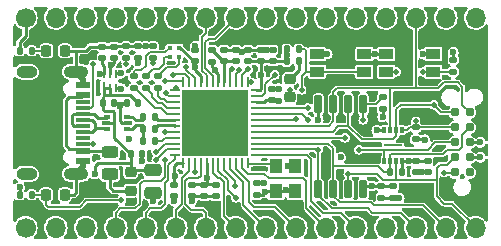
<source format=gbr>
%TF.GenerationSoftware,KiCad,Pcbnew,6.0.11+dfsg-1~bpo11+1*%
%TF.CreationDate,2023-10-01T20:30:48+02:00*%
%TF.ProjectId,ICE40UP-Development-Board,49434534-3055-4502-9d44-6576656c6f70,v0.1*%
%TF.SameCoordinates,Original*%
%TF.FileFunction,Copper,L1,Top*%
%TF.FilePolarity,Positive*%
%FSLAX46Y46*%
G04 Gerber Fmt 4.6, Leading zero omitted, Abs format (unit mm)*
G04 Created by KiCad (PCBNEW 6.0.11+dfsg-1~bpo11+1) date 2023-10-01 20:30:48*
%MOMM*%
%LPD*%
G01*
G04 APERTURE LIST*
G04 Aperture macros list*
%AMRoundRect*
0 Rectangle with rounded corners*
0 $1 Rounding radius*
0 $2 $3 $4 $5 $6 $7 $8 $9 X,Y pos of 4 corners*
0 Add a 4 corners polygon primitive as box body*
4,1,4,$2,$3,$4,$5,$6,$7,$8,$9,$2,$3,0*
0 Add four circle primitives for the rounded corners*
1,1,$1+$1,$2,$3*
1,1,$1+$1,$4,$5*
1,1,$1+$1,$6,$7*
1,1,$1+$1,$8,$9*
0 Add four rect primitives between the rounded corners*
20,1,$1+$1,$2,$3,$4,$5,0*
20,1,$1+$1,$4,$5,$6,$7,0*
20,1,$1+$1,$6,$7,$8,$9,0*
20,1,$1+$1,$8,$9,$2,$3,0*%
%AMOutline5P*
0 Free polygon, 5 corners , with rotation*
0 The origin of the aperture is its center*
0 number of corners: always 5*
0 $1 to $10 corner X, Y*
0 $11 Rotation angle, in degrees counterclockwise*
0 create outline with 5 corners*
4,1,5,$1,$2,$3,$4,$5,$6,$7,$8,$9,$10,$1,$2,$11*%
%AMOutline6P*
0 Free polygon, 6 corners , with rotation*
0 The origin of the aperture is its center*
0 number of corners: always 6*
0 $1 to $12 corner X, Y*
0 $13 Rotation angle, in degrees counterclockwise*
0 create outline with 6 corners*
4,1,6,$1,$2,$3,$4,$5,$6,$7,$8,$9,$10,$11,$12,$1,$2,$13*%
%AMOutline7P*
0 Free polygon, 7 corners , with rotation*
0 The origin of the aperture is its center*
0 number of corners: always 7*
0 $1 to $14 corner X, Y*
0 $15 Rotation angle, in degrees counterclockwise*
0 create outline with 7 corners*
4,1,7,$1,$2,$3,$4,$5,$6,$7,$8,$9,$10,$11,$12,$13,$14,$1,$2,$15*%
%AMOutline8P*
0 Free polygon, 8 corners , with rotation*
0 The origin of the aperture is its center*
0 number of corners: always 8*
0 $1 to $16 corner X, Y*
0 $17 Rotation angle, in degrees counterclockwise*
0 create outline with 8 corners*
4,1,8,$1,$2,$3,$4,$5,$6,$7,$8,$9,$10,$11,$12,$13,$14,$15,$16,$1,$2,$17*%
G04 Aperture macros list end*
%TA.AperFunction,SMDPad,CuDef*%
%ADD10Outline5P,-0.210000X0.105000X-0.105000X0.210000X0.210000X0.210000X0.210000X-0.210000X-0.210000X-0.210000X0.000000*%
%TD*%
%TA.AperFunction,SMDPad,CuDef*%
%ADD11R,0.420000X0.420000*%
%TD*%
%TA.AperFunction,SMDPad,CuDef*%
%ADD12RoundRect,0.135000X0.185000X-0.135000X0.185000X0.135000X-0.185000X0.135000X-0.185000X-0.135000X0*%
%TD*%
%TA.AperFunction,SMDPad,CuDef*%
%ADD13RoundRect,0.140000X-0.170000X0.140000X-0.170000X-0.140000X0.170000X-0.140000X0.170000X0.140000X0*%
%TD*%
%TA.AperFunction,SMDPad,CuDef*%
%ADD14RoundRect,0.087500X-0.087500X0.175000X-0.087500X-0.175000X0.087500X-0.175000X0.087500X0.175000X0*%
%TD*%
%TA.AperFunction,SMDPad,CuDef*%
%ADD15R,1.600000X0.150000*%
%TD*%
%TA.AperFunction,SMDPad,CuDef*%
%ADD16RoundRect,0.140000X-0.140000X-0.170000X0.140000X-0.170000X0.140000X0.170000X-0.140000X0.170000X0*%
%TD*%
%TA.AperFunction,SMDPad,CuDef*%
%ADD17RoundRect,0.135000X-0.185000X0.135000X-0.185000X-0.135000X0.185000X-0.135000X0.185000X0.135000X0*%
%TD*%
%TA.AperFunction,SMDPad,CuDef*%
%ADD18RoundRect,0.150000X-0.150000X0.650000X-0.150000X-0.650000X0.150000X-0.650000X0.150000X0.650000X0*%
%TD*%
%TA.AperFunction,SMDPad,CuDef*%
%ADD19RoundRect,0.140000X0.170000X-0.140000X0.170000X0.140000X-0.170000X0.140000X-0.170000X-0.140000X0*%
%TD*%
%TA.AperFunction,SMDPad,CuDef*%
%ADD20RoundRect,0.243750X-0.456250X0.243750X-0.456250X-0.243750X0.456250X-0.243750X0.456250X0.243750X0*%
%TD*%
%TA.AperFunction,SMDPad,CuDef*%
%ADD21RoundRect,0.135000X0.135000X0.185000X-0.135000X0.185000X-0.135000X-0.185000X0.135000X-0.185000X0*%
%TD*%
%TA.AperFunction,SMDPad,CuDef*%
%ADD22RoundRect,0.140000X0.140000X0.170000X-0.140000X0.170000X-0.140000X-0.170000X0.140000X-0.170000X0*%
%TD*%
%TA.AperFunction,SMDPad,CuDef*%
%ADD23R,0.500000X0.375000*%
%TD*%
%TA.AperFunction,SMDPad,CuDef*%
%ADD24R,0.650000X0.300000*%
%TD*%
%TA.AperFunction,SMDPad,CuDef*%
%ADD25R,1.200000X0.900000*%
%TD*%
%TA.AperFunction,SMDPad,CuDef*%
%ADD26RoundRect,0.218750X-0.256250X0.218750X-0.256250X-0.218750X0.256250X-0.218750X0.256250X0.218750X0*%
%TD*%
%TA.AperFunction,SMDPad,CuDef*%
%ADD27RoundRect,0.062500X0.062500X-0.375000X0.062500X0.375000X-0.062500X0.375000X-0.062500X-0.375000X0*%
%TD*%
%TA.AperFunction,SMDPad,CuDef*%
%ADD28RoundRect,0.062500X0.375000X-0.062500X0.375000X0.062500X-0.375000X0.062500X-0.375000X-0.062500X0*%
%TD*%
%TA.AperFunction,SMDPad,CuDef*%
%ADD29R,5.600000X5.600000*%
%TD*%
%TA.AperFunction,SMDPad,CuDef*%
%ADD30RoundRect,0.218750X0.218750X0.256250X-0.218750X0.256250X-0.218750X-0.256250X0.218750X-0.256250X0*%
%TD*%
%TA.AperFunction,SMDPad,CuDef*%
%ADD31RoundRect,0.250000X-0.475000X0.250000X-0.475000X-0.250000X0.475000X-0.250000X0.475000X0.250000X0*%
%TD*%
%TA.AperFunction,SMDPad,CuDef*%
%ADD32RoundRect,0.135000X-0.135000X-0.185000X0.135000X-0.185000X0.135000X0.185000X-0.135000X0.185000X0*%
%TD*%
%TA.AperFunction,ConnectorPad*%
%ADD33C,0.787400*%
%TD*%
%TA.AperFunction,SMDPad,CuDef*%
%ADD34R,0.280000X0.850000*%
%TD*%
%TA.AperFunction,SMDPad,CuDef*%
%ADD35R,0.280000X0.750000*%
%TD*%
%TA.AperFunction,SMDPad,CuDef*%
%ADD36R,1.240000X0.600000*%
%TD*%
%TA.AperFunction,SMDPad,CuDef*%
%ADD37R,1.240000X0.300000*%
%TD*%
%TA.AperFunction,ComponentPad*%
%ADD38O,1.800000X1.000000*%
%TD*%
%TA.AperFunction,ComponentPad*%
%ADD39O,2.100000X1.000000*%
%TD*%
%TA.AperFunction,SMDPad,CuDef*%
%ADD40R,1.100000X1.300000*%
%TD*%
%TA.AperFunction,SMDPad,CuDef*%
%ADD41RoundRect,0.218750X0.256250X-0.218750X0.256250X0.218750X-0.256250X0.218750X-0.256250X-0.218750X0*%
%TD*%
%TA.AperFunction,ComponentPad*%
%ADD42C,1.700000*%
%TD*%
%TA.AperFunction,ComponentPad*%
%ADD43O,1.700000X1.700000*%
%TD*%
%TA.AperFunction,ViaPad*%
%ADD44C,0.600000*%
%TD*%
%TA.AperFunction,ViaPad*%
%ADD45C,0.500000*%
%TD*%
%TA.AperFunction,Conductor*%
%ADD46C,0.250000*%
%TD*%
%TA.AperFunction,Conductor*%
%ADD47C,0.500000*%
%TD*%
%TA.AperFunction,Conductor*%
%ADD48C,0.240000*%
%TD*%
%TA.AperFunction,Conductor*%
%ADD49C,0.290000*%
%TD*%
%TA.AperFunction,Conductor*%
%ADD50C,0.150000*%
%TD*%
G04 APERTURE END LIST*
D10*
%TO.P,V6,1,BK*%
%TO.N,/RGB_B*%
X59310000Y-81281000D03*
D11*
%TO.P,V6,2,GK*%
%TO.N,/RGB_G*%
X59310000Y-82041000D03*
%TO.P,V6,3,RK*%
%TO.N,/RGB_R*%
X60070000Y-82041000D03*
%TO.P,V6,4,A*%
%TO.N,+3V3*%
X60070000Y-81281000D03*
%TD*%
D12*
%TO.P,R10,1*%
%TO.N,RGB0*%
X58293000Y-84711000D03*
%TO.P,R10,2*%
%TO.N,/RGB_R*%
X58293000Y-83691000D03*
%TD*%
D13*
%TO.P,C2,1*%
%TO.N,GND*%
X61468000Y-81463000D03*
%TO.P,C2,2*%
%TO.N,+3V3*%
X61468000Y-82423000D03*
%TD*%
D14*
%TO.P,V8,1,~{CS}*%
%TO.N,RAM_~{SS}*%
X78982000Y-88247500D03*
%TO.P,V8,2,DO(IO1)*%
%TO.N,SPI_SI*%
X78482000Y-88247500D03*
%TO.P,V8,3,IO2*%
%TO.N,SPI_~{WP}*%
X77982000Y-88247500D03*
%TO.P,V8,4,GND*%
%TO.N,GND*%
X77482000Y-88247500D03*
%TO.P,V8,5,DI(IO0)*%
%TO.N,SPI_SO*%
X77482000Y-90822500D03*
%TO.P,V8,6,CLK*%
%TO.N,SPI_SCK*%
X77982000Y-90822500D03*
%TO.P,V8,7,IO3*%
%TO.N,SPI_~{HOLD}*%
X78482000Y-90822500D03*
%TO.P,V8,8,VCC*%
%TO.N,+3V3*%
X78982000Y-90822500D03*
D15*
%TO.P,V8,9*%
%TO.N,N/C*%
X78232000Y-89535000D03*
%TD*%
D16*
%TO.P,C4,1*%
%TO.N,VBUS*%
X56035000Y-90297000D03*
%TO.P,C4,2*%
%TO.N,GND*%
X56995000Y-90297000D03*
%TD*%
D17*
%TO.P,R7,1*%
%TO.N,VCCPLL*%
X62865000Y-81430400D03*
%TO.P,R7,2*%
%TO.N,+1V2*%
X62865000Y-82450400D03*
%TD*%
D12*
%TO.P,R12,1*%
%TO.N,RGB2*%
X56261000Y-84711000D03*
%TO.P,R12,2*%
%TO.N,/RGB_B*%
X56261000Y-83691000D03*
%TD*%
%TO.P,R4,1*%
%TO.N,Net-(R4-Pad1)*%
X57912000Y-82171000D03*
%TO.P,R4,2*%
%TO.N,GND*%
X57912000Y-81151000D03*
%TD*%
D18*
%TO.P,V5,1,~{CS}*%
%TO.N,FLASH_~{SS}*%
X75692000Y-86062000D03*
%TO.P,V5,2,DO(IO1)*%
%TO.N,SPI_SI*%
X74422000Y-86062000D03*
%TO.P,V5,3,IO2*%
%TO.N,SPI_~{WP}*%
X73152000Y-86062000D03*
%TO.P,V5,4,GND*%
%TO.N,GND*%
X71882000Y-86062000D03*
%TO.P,V5,5,DI(IO0)*%
%TO.N,SPI_SO*%
X71882000Y-93262000D03*
%TO.P,V5,6,CLK*%
%TO.N,SPI_SCK*%
X73152000Y-93262000D03*
%TO.P,V5,7,IO3*%
%TO.N,SPI_~{HOLD}*%
X74422000Y-93262000D03*
%TO.P,V5,8,VCC*%
%TO.N,+3V3*%
X75692000Y-93262000D03*
%TD*%
D19*
%TO.P,C13,1*%
%TO.N,/1V2EN*%
X53594000Y-82141000D03*
%TO.P,C13,2*%
%TO.N,GND*%
X53594000Y-81181000D03*
%TD*%
%TO.P,C17,1*%
%TO.N,VCCPLL*%
X63881000Y-82420400D03*
%TO.P,C17,2*%
%TO.N,GND*%
X63881000Y-81460400D03*
%TD*%
%TO.P,C20,1*%
%TO.N,GND*%
X78232000Y-93952000D03*
%TO.P,C20,2*%
%TO.N,+3V3*%
X78232000Y-92992000D03*
%TD*%
%TO.P,C1,1*%
%TO.N,GND*%
X59690000Y-93825000D03*
%TO.P,C1,2*%
%TO.N,+3V3*%
X59690000Y-92865000D03*
%TD*%
D13*
%TO.P,C18,1*%
%TO.N,GND*%
X67945000Y-84737000D03*
%TO.P,C18,2*%
%TO.N,+3V3*%
X67945000Y-85697000D03*
%TD*%
D12*
%TO.P,R3,1*%
%TO.N,Net-(R3-Pad1)*%
X55626000Y-82171000D03*
%TO.P,R3,2*%
%TO.N,GND*%
X55626000Y-81151000D03*
%TD*%
D20*
%TO.P,F1,1*%
%TO.N,Net-(F1-Pad1)*%
X54229000Y-90121500D03*
%TO.P,F1,2*%
%TO.N,Net-(F1-Pad2)*%
X54229000Y-91996500D03*
%TD*%
D13*
%TO.P,C10,1*%
%TO.N,GND*%
X65913000Y-81460400D03*
%TO.P,C10,2*%
%TO.N,+3V3*%
X65913000Y-82420400D03*
%TD*%
D21*
%TO.P,R13,1*%
%TO.N,Net-(R13-Pad1)*%
X70233000Y-82423000D03*
%TO.P,R13,2*%
%TO.N,+3V3*%
X69213000Y-82423000D03*
%TD*%
D22*
%TO.P,C11,1*%
%TO.N,VBUS*%
X56614000Y-85979000D03*
%TO.P,C11,2*%
%TO.N,GND*%
X55654000Y-85979000D03*
%TD*%
D23*
%TO.P,V2,1,I/O1*%
%TO.N,/USBDP+*%
X55714000Y-88167500D03*
D24*
%TO.P,V2,2,GND*%
%TO.N,GND*%
X55789000Y-87630000D03*
D23*
%TO.P,V2,3,I/O2*%
%TO.N,/USBDP-*%
X55714000Y-87092500D03*
%TO.P,V2,4,I/O2*%
%TO.N,USBD-*%
X54014000Y-87092500D03*
D24*
%TO.P,V2,5,VBUS*%
%TO.N,VBUS*%
X53939000Y-87630000D03*
D23*
%TO.P,V2,6,I/O1*%
%TO.N,USBD+*%
X54014000Y-88167500D03*
%TD*%
D25*
%TO.P,S2,1,1*%
%TO.N,~{RST}*%
X81629000Y-83300000D03*
X77629000Y-83300000D03*
%TO.P,S2,2,2*%
%TO.N,GND*%
X77629000Y-81800000D03*
X81629000Y-81800000D03*
%TD*%
%TO.P,S1,1,1*%
%TO.N,~{CONF}_I*%
X71787000Y-83300000D03*
X75787000Y-83300000D03*
%TO.P,S1,2,2*%
%TO.N,GND*%
X75787000Y-81800000D03*
X71787000Y-81800000D03*
%TD*%
D21*
%TO.P,R15,1*%
%TO.N,+3V3*%
X78996000Y-91821000D03*
%TO.P,R15,2*%
%TO.N,SPI_SCK*%
X77976000Y-91821000D03*
%TD*%
D19*
%TO.P,C19,1*%
%TO.N,GND*%
X77216000Y-93952000D03*
%TO.P,C19,2*%
%TO.N,+3V3*%
X77216000Y-92992000D03*
%TD*%
%TO.P,C22,1*%
%TO.N,GND*%
X81153000Y-91793000D03*
%TO.P,C22,2*%
%TO.N,+3V3*%
X81153000Y-90833000D03*
%TD*%
%TO.P,C5,1*%
%TO.N,GND*%
X63246000Y-93825000D03*
%TO.P,C5,2*%
%TO.N,+1V2*%
X63246000Y-92865000D03*
%TD*%
D13*
%TO.P,C15,1*%
%TO.N,GND*%
X66687265Y-92738000D03*
%TO.P,C15,2*%
%TO.N,+3V3*%
X66687265Y-93698000D03*
%TD*%
D26*
%TO.P,FB1,1*%
%TO.N,VBUS*%
X56007000Y-91795500D03*
%TO.P,FB1,2*%
%TO.N,Net-(F1-Pad2)*%
X56007000Y-93370500D03*
%TD*%
D19*
%TO.P,C7,1*%
%TO.N,GND*%
X62230000Y-93825000D03*
%TO.P,C7,2*%
%TO.N,+1V2*%
X62230000Y-92865000D03*
%TD*%
D27*
%TO.P,V1,1,VCCIO_2*%
%TO.N,+3V3*%
X60434000Y-91067500D03*
%TO.P,V1,2,IOB_6a*%
%TO.N,IOB_6a*%
X60934000Y-91067500D03*
%TO.P,V1,3,IOB_9b*%
%TO.N,~{CONF}_I*%
X61434000Y-91067500D03*
%TO.P,V1,4,IOB_8a*%
%TO.N,IOB_8a*%
X61934000Y-91067500D03*
%TO.P,V1,5,VCC*%
%TO.N,+1V2*%
X62434000Y-91067500D03*
%TO.P,V1,6,IOB_13b*%
%TO.N,IOB_13b*%
X62934000Y-91067500D03*
%TO.P,V1,7,CDONE*%
%TO.N,CDONE*%
X63434000Y-91067500D03*
%TO.P,V1,8,~{CRESET}*%
%TO.N,~{RST}*%
X63934000Y-91067500D03*
%TO.P,V1,9,IOB_16a*%
%TO.N,IOB_16a*%
X64434000Y-91067500D03*
%TO.P,V1,10,IOB_18a*%
%TO.N,IOB_18a*%
X64934000Y-91067500D03*
%TO.P,V1,11,IOB_20a*%
%TO.N,IOB_20a*%
X65434000Y-91067500D03*
%TO.P,V1,12,IOB_22b*%
%TO.N,CLK*%
X65934000Y-91067500D03*
D28*
%TO.P,V1,13,IOB_24a*%
%TO.N,IOB_24a*%
X66621500Y-90380000D03*
%TO.P,V1,14,IOB_32a_SPI_SO*%
%TO.N,SPI_SO*%
X66621500Y-89880000D03*
%TO.P,V1,15,IOB_34a_SPI_SCK*%
%TO.N,SPI_SCK*%
X66621500Y-89380000D03*
%TO.P,V1,16,IOB_35b_SPI_SS*%
%TO.N,FLASH_~{SS}*%
X66621500Y-88880000D03*
%TO.P,V1,17,IOB_33b_SPI_SI*%
%TO.N,SPI_SI*%
X66621500Y-88380000D03*
%TO.P,V1,18,IOB_31b*%
%TO.N,SPI_~{WP}*%
X66621500Y-87880000D03*
%TO.P,V1,19,IOB_29b*%
%TO.N,SPI_~{HOLD}*%
X66621500Y-87380000D03*
%TO.P,V1,20,IOB_25b_G3*%
%TO.N,IOB_25b*%
X66621500Y-86880000D03*
%TO.P,V1,21,IOB_23b*%
%TO.N,RAM_~{SS}*%
X66621500Y-86380000D03*
%TO.P,V1,22,SPI_VCCIO1*%
%TO.N,+3V3*%
X66621500Y-85880000D03*
%TO.P,V1,23,IOT_37a*%
%TO.N,IOT_37b*%
X66621500Y-85380000D03*
%TO.P,V1,24,VPP_2V5*%
%TO.N,+3V3*%
X66621500Y-84880000D03*
D27*
%TO.P,V1,25,IOT_36b*%
%TO.N,IOT_36b*%
X65934000Y-84192500D03*
%TO.P,V1,26,IOT_39a*%
%TO.N,IOT_39a*%
X65434000Y-84192500D03*
%TO.P,V1,27,IOT_38b*%
%TO.N,IOT_38b*%
X64934000Y-84192500D03*
%TO.P,V1,28,IOT_41a*%
%TO.N,IOT_41a*%
X64434000Y-84192500D03*
%TO.P,V1,29,VCCPLL*%
%TO.N,VCCPLL*%
X63934000Y-84192500D03*
%TO.P,V1,30,VCC*%
%TO.N,+1V2*%
X63434000Y-84192500D03*
%TO.P,V1,31,IOT_42b*%
%TO.N,IOT_42b*%
X62934000Y-84192500D03*
%TO.P,V1,32,IOT_43a*%
%TO.N,IOT_43a*%
X62434000Y-84192500D03*
%TO.P,V1,33,VCCIO_0*%
%TO.N,+3V3*%
X61934000Y-84192500D03*
%TO.P,V1,34,IOT_44b*%
%TO.N,IOT_44b*%
X61434000Y-84192500D03*
%TO.P,V1,35,IOT_46b_G0*%
%TO.N,IOT_46b*%
X60934000Y-84192500D03*
%TO.P,V1,36,IOT_48b*%
%TO.N,IOT_48b*%
X60434000Y-84192500D03*
D28*
%TO.P,V1,37,IOT_45a_G1*%
%TO.N,IOT_45a*%
X59746500Y-84880000D03*
%TO.P,V1,38,IOT_50b*%
%TO.N,CONF_O*%
X59746500Y-85380000D03*
%TO.P,V1,39,RGB0*%
%TO.N,RGB0*%
X59746500Y-85880000D03*
%TO.P,V1,40,RGB1*%
%TO.N,RGB1*%
X59746500Y-86380000D03*
%TO.P,V1,41,RGB2*%
%TO.N,RGB2*%
X59746500Y-86880000D03*
%TO.P,V1,42,IOT_51a*%
%TO.N,USB_P-*%
X59746500Y-87380000D03*
%TO.P,V1,43,IOT_49a*%
%TO.N,USB_P+*%
X59746500Y-87880000D03*
%TO.P,V1,44,IOB_3b_G6*%
%TO.N,IOB_3b*%
X59746500Y-88380000D03*
%TO.P,V1,45,IOB_5b*%
%TO.N,USB_HS*%
X59746500Y-88880000D03*
%TO.P,V1,46,IOB_0a*%
%TO.N,IOB_0a*%
X59746500Y-89380000D03*
%TO.P,V1,47,IOB_2a*%
%TO.N,IOB_2a*%
X59746500Y-89880000D03*
%TO.P,V1,48,IOB_4a*%
%TO.N,IOB_4a*%
X59746500Y-90380000D03*
D29*
%TO.P,V1,49,GND*%
%TO.N,GND*%
X63184000Y-87630000D03*
%TD*%
D12*
%TO.P,R16,1*%
%TO.N,+3V3*%
X80137000Y-89029000D03*
%TO.P,R16,2*%
%TO.N,RAM_~{SS}*%
X80137000Y-88009000D03*
%TD*%
D17*
%TO.P,R6,1*%
%TO.N,GND*%
X56642000Y-81151000D03*
%TO.P,R6,2*%
%TO.N,+1V2*%
X56642000Y-82171000D03*
%TD*%
D16*
%TO.P,C12,1*%
%TO.N,VBUS*%
X53622000Y-85979000D03*
%TO.P,C12,2*%
%TO.N,GND*%
X54582000Y-85979000D03*
%TD*%
D19*
%TO.P,C14,1*%
%TO.N,/3V3EN*%
X54610000Y-82141000D03*
%TO.P,C14,2*%
%TO.N,GND*%
X54610000Y-81181000D03*
%TD*%
%TO.P,C6,1*%
%TO.N,GND*%
X61214000Y-93825000D03*
%TO.P,C6,2*%
%TO.N,+1V2*%
X61214000Y-92865000D03*
%TD*%
%TO.P,C21,1*%
%TO.N,GND*%
X80137000Y-91793000D03*
%TO.P,C21,2*%
%TO.N,+3V3*%
X80137000Y-90833000D03*
%TD*%
D30*
%TO.P,V4,1,K*%
%TO.N,GND*%
X50444500Y-81534000D03*
%TO.P,V4,2,A*%
%TO.N,Net-(R8-Pad1)*%
X48869500Y-81534000D03*
%TD*%
D12*
%TO.P,R11,1*%
%TO.N,RGB1*%
X57277000Y-84711000D03*
%TO.P,R11,2*%
%TO.N,/RGB_G*%
X57277000Y-83691000D03*
%TD*%
D31*
%TO.P,C3,1*%
%TO.N,VBUS*%
X57912000Y-91633000D03*
%TO.P,C3,2*%
%TO.N,GND*%
X57912000Y-93533000D03*
%TD*%
D21*
%TO.P,R17,1*%
%TO.N,CDONE*%
X47627000Y-93726000D03*
%TO.P,R17,2*%
%TO.N,+3V3*%
X46607000Y-93726000D03*
%TD*%
D32*
%TO.P,R5,1*%
%TO.N,/USBDP-*%
X57021000Y-87122000D03*
%TO.P,R5,2*%
%TO.N,USB_P-*%
X58041000Y-87122000D03*
%TD*%
D17*
%TO.P,R18,1*%
%TO.N,+3V3*%
X83312000Y-82294000D03*
%TO.P,R18,2*%
%TO.N,~{RST}*%
X83312000Y-83314000D03*
%TD*%
D13*
%TO.P,C9,1*%
%TO.N,GND*%
X67030600Y-81460400D03*
%TO.P,C9,2*%
%TO.N,+3V3*%
X67030600Y-82420400D03*
%TD*%
D33*
%TO.P,X4,1,Pin_1*%
%TO.N,unconnected-(X4-Pad1)*%
X84709000Y-91821000D03*
%TO.P,X4,2,Pin_2*%
%TO.N,FLASH_~{SS}*%
X84709000Y-90551000D03*
%TO.P,X4,3,Pin_3*%
%TO.N,GND*%
X84709000Y-89281000D03*
%TO.P,X4,4,Pin_4*%
%TO.N,SPI_SCK*%
X84709000Y-88011000D03*
%TO.P,X4,5,Pin_5*%
%TO.N,SPI_~{WP}*%
X84709000Y-86741000D03*
%TO.P,X4,6,Pin_6*%
%TO.N,SPI_SI*%
X83439000Y-86741000D03*
%TO.P,X4,7,Pin_7*%
%TO.N,RAM_~{SS}*%
X83439000Y-88011000D03*
%TO.P,X4,8,Pin_8*%
%TO.N,SPI_SO*%
X83439000Y-89281000D03*
%TO.P,X4,9,Pin_9*%
%TO.N,SPI_~{HOLD}*%
X83439000Y-90551000D03*
%TO.P,X4,10,Pin_10*%
%TO.N,IOB_25b*%
X83439000Y-91821000D03*
%TD*%
D12*
%TO.P,R9,1*%
%TO.N,+3V3*%
X77343000Y-86489000D03*
%TO.P,R9,2*%
%TO.N,FLASH_~{SS}*%
X77343000Y-85469000D03*
%TD*%
D30*
%TO.P,V9,1,K*%
%TO.N,GND*%
X50419000Y-93726000D03*
%TO.P,V9,2,A*%
%TO.N,CDONE*%
X48844000Y-93726000D03*
%TD*%
D13*
%TO.P,C8,1*%
%TO.N,GND*%
X68046600Y-81460400D03*
%TO.P,C8,2*%
%TO.N,+3V3*%
X68046600Y-82420400D03*
%TD*%
D34*
%TO.P,V3,1,EN1*%
%TO.N,VBUS*%
X53729000Y-84599000D03*
D35*
%TO.P,V3,2,VIN*%
X54229000Y-84649000D03*
%TO.P,V3,3,EN2*%
%TO.N,+1V2*%
X54729000Y-84649000D03*
%TO.P,V3,4,GND*%
%TO.N,GND*%
X54729000Y-83499000D03*
%TO.P,V3,5,VOUT2*%
%TO.N,/3V3EN*%
X54229000Y-83499000D03*
%TO.P,V3,6,VOUT1*%
%TO.N,/1V2EN*%
X53729000Y-83499000D03*
%TD*%
D19*
%TO.P,C16,1*%
%TO.N,VCCPLL*%
X64897000Y-82420400D03*
%TO.P,C16,2*%
%TO.N,GND*%
X64897000Y-81460400D03*
%TD*%
D36*
%TO.P,X1,A1,GND*%
%TO.N,GND*%
X51985000Y-84430000D03*
%TO.P,X1,A4,VBUS*%
%TO.N,Net-(F1-Pad1)*%
X51985000Y-85230000D03*
D37*
%TO.P,X1,A5,CC1*%
%TO.N,Net-(R3-Pad1)*%
X51985000Y-86380000D03*
%TO.P,X1,A6,D+*%
%TO.N,USBD+*%
X51985000Y-87380000D03*
%TO.P,X1,A7,D-*%
%TO.N,USBD-*%
X51985000Y-87880000D03*
%TO.P,X1,A8,SBU1*%
%TO.N,unconnected-(X1-PadA8)*%
X51985000Y-88880000D03*
D36*
%TO.P,X1,A9,VBUS*%
%TO.N,Net-(F1-Pad1)*%
X51985000Y-90030000D03*
%TO.P,X1,A12,GND*%
%TO.N,GND*%
X51985000Y-90830000D03*
%TO.P,X1,B1,GND*%
X51985000Y-90830000D03*
%TO.P,X1,B4,VBUS*%
%TO.N,Net-(F1-Pad1)*%
X51985000Y-90030000D03*
D37*
%TO.P,X1,B5,CC2*%
%TO.N,Net-(R4-Pad1)*%
X51985000Y-89380000D03*
%TO.P,X1,B6,D+*%
%TO.N,USBD+*%
X51985000Y-88380000D03*
%TO.P,X1,B7,D-*%
%TO.N,USBD-*%
X51985000Y-86880000D03*
%TO.P,X1,B8,SBU2*%
%TO.N,unconnected-(X1-PadB8)*%
X51985000Y-85880000D03*
D36*
%TO.P,X1,B9,VBUS*%
%TO.N,Net-(F1-Pad1)*%
X51985000Y-85230000D03*
%TO.P,X1,B12,GND*%
%TO.N,GND*%
X51985000Y-84430000D03*
D38*
%TO.P,X1,S1,SHIELD*%
X47185000Y-83310000D03*
X47185000Y-91950000D03*
D39*
X51385000Y-83310000D03*
X51385000Y-91950000D03*
%TD*%
D40*
%TO.P,Y1,1,EN*%
%TO.N,+3V3*%
X69950665Y-93379000D03*
%TO.P,Y1,2,GND*%
%TO.N,GND*%
X69950665Y-91279000D03*
%TO.P,Y1,3,OUT*%
%TO.N,CLK*%
X68300665Y-91279000D03*
%TO.P,Y1,4,Vdd*%
%TO.N,+3V3*%
X68300665Y-93379000D03*
%TD*%
D41*
%TO.P,V7,1,K*%
%TO.N,CONF_O*%
X69469000Y-85471100D03*
%TO.P,V7,2,A*%
%TO.N,Net-(R13-Pad1)*%
X69469000Y-83896100D03*
%TD*%
D32*
%TO.P,R1,1*%
%TO.N,/USBDP+*%
X57021000Y-89154000D03*
%TO.P,R1,2*%
%TO.N,USB_HS*%
X58041000Y-89154000D03*
%TD*%
%TO.P,R2,1*%
%TO.N,/USBDP+*%
X57021000Y-88138000D03*
%TO.P,R2,2*%
%TO.N,USB_P+*%
X58041000Y-88138000D03*
%TD*%
D21*
%TO.P,R8,1*%
%TO.N,Net-(R8-Pad1)*%
X47627000Y-81534000D03*
%TO.P,R8,2*%
%TO.N,+3V3*%
X46607000Y-81534000D03*
%TD*%
D32*
%TO.P,R14,1*%
%TO.N,+3V3*%
X69213000Y-81407000D03*
%TO.P,R14,2*%
%TO.N,~{CONF}_I*%
X70233000Y-81407000D03*
%TD*%
D42*
%TO.P,X3,1,Pin_1*%
%TO.N,VBUS*%
X47117000Y-96520000D03*
D43*
%TO.P,X3,2,Pin_2*%
%TO.N,IOB_0a*%
X49657000Y-96520000D03*
%TO.P,X3,3,Pin_3*%
%TO.N,IOB_2a*%
X52197000Y-96520000D03*
%TO.P,X3,4,Pin_4*%
%TO.N,IOB_3b*%
X54737000Y-96520000D03*
%TO.P,X3,5,Pin_5*%
%TO.N,IOB_4a*%
X57277000Y-96520000D03*
%TO.P,X3,6,Pin_6*%
%TO.N,IOB_6a*%
X59817000Y-96520000D03*
%TO.P,X3,7,Pin_7*%
%TO.N,IOB_8a*%
X62357000Y-96520000D03*
%TO.P,X3,8,Pin_8*%
%TO.N,IOB_13b*%
X64897000Y-96520000D03*
%TO.P,X3,9,Pin_9*%
%TO.N,IOB_16a*%
X67437000Y-96520000D03*
%TO.P,X3,10,Pin_10*%
%TO.N,IOB_18a*%
X69977000Y-96520000D03*
%TO.P,X3,11,Pin_11*%
%TO.N,IOB_20a*%
X72517000Y-96520000D03*
%TO.P,X3,12,Pin_12*%
%TO.N,IOB_24a*%
X75057000Y-96520000D03*
%TO.P,X3,13,Pin_13*%
%TO.N,IOB_25b*%
X77597000Y-96520000D03*
%TO.P,X3,14,Pin_14*%
%TO.N,SPI_SO*%
X80137000Y-96520000D03*
%TO.P,X3,15,Pin_15*%
%TO.N,SPI_SCK*%
X82677000Y-96520000D03*
%TO.P,X3,16,Pin_16*%
%TO.N,SPI_~{HOLD}*%
X85217000Y-96520000D03*
%TD*%
D42*
%TO.P,X2,1,Pin_1*%
%TO.N,+3V3*%
X47117000Y-78740000D03*
D43*
%TO.P,X2,2,Pin_2*%
%TO.N,+1V2*%
X49657000Y-78740000D03*
%TO.P,X2,3,Pin_3*%
%TO.N,IOT_48b*%
X52197000Y-78740000D03*
%TO.P,X2,4,Pin_4*%
%TO.N,IOT_46b*%
X54737000Y-78740000D03*
%TO.P,X2,5,Pin_5*%
%TO.N,IOT_45a*%
X57277000Y-78740000D03*
%TO.P,X2,6,Pin_6*%
%TO.N,IOT_44b*%
X59817000Y-78740000D03*
%TO.P,X2,7,Pin_7*%
%TO.N,IOT_43a*%
X62357000Y-78740000D03*
%TO.P,X2,8,Pin_8*%
%TO.N,IOT_42b*%
X64897000Y-78740000D03*
%TO.P,X2,9,Pin_9*%
%TO.N,IOT_41a*%
X67437000Y-78740000D03*
%TO.P,X2,10,Pin_10*%
%TO.N,IOT_39a*%
X69977000Y-78740000D03*
%TO.P,X2,11,Pin_11*%
%TO.N,IOT_38b*%
X72517000Y-78740000D03*
%TO.P,X2,12,Pin_12*%
%TO.N,IOT_37b*%
X75057000Y-78740000D03*
%TO.P,X2,13,Pin_13*%
%TO.N,IOT_36b*%
X77597000Y-78740000D03*
%TO.P,X2,14,Pin_14*%
%TO.N,SPI_~{WP}*%
X80137000Y-78740000D03*
%TO.P,X2,15,Pin_15*%
%TO.N,SPI_SI*%
X82677000Y-78740000D03*
%TO.P,X2,16,Pin_16*%
%TO.N,GND*%
X85217000Y-78740000D03*
%TD*%
D44*
%TO.N,GND*%
X65405000Y-87630000D03*
X78740000Y-93980000D03*
X57279000Y-81151000D03*
X71882000Y-87355500D03*
X55181500Y-83439000D03*
X67267574Y-92738000D03*
X60960000Y-87630000D03*
X69300167Y-91313000D03*
X68552000Y-84725500D03*
X67507248Y-81460400D03*
X85598000Y-89281000D03*
X65405000Y-89789000D03*
X61197500Y-94234000D03*
X56973181Y-90859385D03*
X73787000Y-90551000D03*
X76835000Y-88265000D03*
X61468000Y-81153000D03*
X65405000Y-81661000D03*
X60960000Y-89789000D03*
X76696000Y-81800000D03*
X72644000Y-81788000D03*
X63119000Y-85344000D03*
X63119000Y-87630000D03*
X80645000Y-91821000D03*
X55118000Y-86223326D03*
X65405000Y-85344000D03*
X63119000Y-89789000D03*
X60960000Y-85344000D03*
X59690000Y-94234000D03*
X57912000Y-94234000D03*
X80784000Y-81800000D03*
%TO.N,+3V3*%
X46609000Y-93091000D03*
X76454000Y-92964000D03*
X67351166Y-93513166D03*
X79601000Y-90833000D03*
X61451500Y-82931000D03*
X67045878Y-83555878D03*
X68546108Y-85775000D03*
X69213000Y-81913000D03*
X59725399Y-92113572D03*
X69112333Y-93345000D03*
X55880000Y-89027000D03*
X80906250Y-89041500D03*
X77343000Y-87122000D03*
X83312000Y-81661000D03*
%TO.N,VBUS*%
X52959000Y-91948000D03*
%TO.N,+1V2*%
X62434000Y-92306574D03*
X56642000Y-82575550D03*
X63162041Y-83121285D03*
X55181500Y-84724500D03*
D45*
%TO.N,Net-(R3-Pad1)*%
X55626000Y-82677000D03*
X52832000Y-82677000D03*
%TO.N,Net-(R4-Pad1)*%
X57913736Y-82583500D03*
X52835187Y-89403479D03*
%TO.N,FLASH_~{SS}*%
X74168000Y-88900000D03*
D44*
X85598000Y-90551000D03*
D45*
X75692000Y-87376000D03*
%TO.N,~{CONF}_I*%
X70485000Y-84836000D03*
X61445727Y-91807227D03*
%TO.N,RAM_~{SS}*%
X80137000Y-87503000D03*
X70993000Y-86360000D03*
%TO.N,CDONE*%
X55199523Y-94188523D03*
X64897000Y-93980000D03*
%TO.N,~{RST}*%
X78486000Y-83312000D03*
X80772000Y-83312000D03*
X64863500Y-92964000D03*
%TO.N,SPI_SO*%
X75311000Y-89916000D03*
X71882000Y-89916000D03*
%TO.N,SPI_SI*%
X81661000Y-86106000D03*
%TO.N,SPI_~{HOLD}*%
X69977000Y-87342500D03*
X74422000Y-91948000D03*
%TO.N,IOB_25b*%
X82550000Y-91839023D03*
X70993000Y-87362500D03*
%TO.N,IOT_37b*%
X68199000Y-83566000D03*
%TO.N,IOT_36b*%
X66167000Y-84201000D03*
%TO.N,IOT_39a*%
X65958477Y-83103477D03*
%TO.N,IOT_38b*%
X65210974Y-83116498D03*
%TO.N,IOT_41a*%
X64561684Y-83099900D03*
%TO.N,IOT_44b*%
X60706000Y-82931000D03*
%TO.N,IOT_45a*%
X59817000Y-84647190D03*
%TO.N,CONF_O*%
X58953757Y-85139822D03*
X69469000Y-84836000D03*
%TO.N,IOB_3b*%
X58896250Y-88405500D03*
X58900899Y-90777899D03*
%TO.N,IOT_48b*%
X58946118Y-84083985D03*
%TO.N,IOB_0a*%
X58160936Y-90084019D03*
%TO.N,IOB_2a*%
X58166180Y-90733500D03*
D44*
%TO.N,/1V2EN*%
X53407000Y-83499000D03*
%TO.N,/3V3EN*%
X54324413Y-82760619D03*
D45*
%TO.N,IOT_46b*%
X59563000Y-83566000D03*
%TD*%
D46*
%TO.N,GND*%
X53594000Y-81181000D02*
X54610000Y-81181000D01*
D47*
X51985000Y-83910000D02*
X51385000Y-83310000D01*
D46*
X71882000Y-87355500D02*
X71882000Y-86062000D01*
X56973181Y-90859385D02*
X56973181Y-90318819D01*
X76852500Y-88247500D02*
X77482000Y-88247500D01*
X80617000Y-91793000D02*
X81153000Y-91793000D01*
X65605600Y-81460400D02*
X66014600Y-81460400D01*
X55118000Y-86223326D02*
X55127674Y-86223326D01*
X59690000Y-93825000D02*
X59690000Y-94234000D01*
X55118000Y-86223326D02*
X55118000Y-86360000D01*
D47*
X51985000Y-91350000D02*
X51385000Y-91950000D01*
D46*
X63881000Y-81460400D02*
X66499800Y-81460400D01*
X54610000Y-81181000D02*
X54640000Y-81151000D01*
X55173500Y-83447000D02*
X54729000Y-83447000D01*
D47*
X51985000Y-90830000D02*
X51985000Y-91350000D01*
D46*
X52550000Y-81181000D02*
X52197000Y-81534000D01*
X55118000Y-85979000D02*
X54582000Y-85979000D01*
X50419000Y-93726000D02*
X51181000Y-93726000D01*
X75787000Y-81800000D02*
X77629000Y-81800000D01*
X51181000Y-93726000D02*
X51385000Y-93522000D01*
X80645000Y-91821000D02*
X80617000Y-91793000D01*
X55118000Y-86360000D02*
X55118000Y-85979000D01*
X57912000Y-93533000D02*
X57912000Y-94361000D01*
X55118000Y-86614000D02*
X55118000Y-87503000D01*
X72632000Y-81800000D02*
X72644000Y-81788000D01*
X55118000Y-87503000D02*
X55245000Y-87630000D01*
X68552000Y-84725500D02*
X68540500Y-84737000D01*
X53594000Y-81181000D02*
X52550000Y-81181000D01*
X61214000Y-93825000D02*
X63246000Y-93825000D01*
X55127674Y-86223326D02*
X55372000Y-85979000D01*
X51385000Y-81534000D02*
X51385000Y-83310000D01*
X76835000Y-88265000D02*
X76852500Y-88247500D01*
X67507248Y-81460400D02*
X68046600Y-81460400D01*
X55372000Y-85979000D02*
X55118000Y-85979000D01*
D47*
X51985000Y-84430000D02*
X51985000Y-83910000D01*
D46*
X69334167Y-91279000D02*
X69950665Y-91279000D01*
X80784000Y-81800000D02*
X81629000Y-81800000D01*
X71787000Y-81800000D02*
X72632000Y-81800000D01*
X66014600Y-81460400D02*
X63881000Y-81460400D01*
X51385000Y-93522000D02*
X51385000Y-91950000D01*
X55181500Y-83439000D02*
X55173500Y-83447000D01*
X69300167Y-91313000D02*
X69334167Y-91279000D01*
X78740000Y-93980000D02*
X77244000Y-93980000D01*
X52197000Y-81534000D02*
X51181000Y-81534000D01*
X55118000Y-86223326D02*
X55118000Y-86614000D01*
X61197500Y-94234000D02*
X61197500Y-93825000D01*
X55245000Y-87630000D02*
X55789000Y-87630000D01*
X65405000Y-81661000D02*
X65605600Y-81460400D01*
X66499800Y-81460400D02*
X68046600Y-81460400D01*
X67267574Y-92738000D02*
X66687265Y-92738000D01*
X77244000Y-93980000D02*
X77216000Y-93952000D01*
X68540500Y-84737000D02*
X67945000Y-84737000D01*
X55118000Y-86614000D02*
X55118000Y-86360000D01*
X84709000Y-89281000D02*
X85598000Y-89281000D01*
X66014600Y-81460400D02*
X66499800Y-81460400D01*
X54640000Y-81151000D02*
X57912000Y-81151000D01*
X80137000Y-91793000D02*
X80617000Y-91793000D01*
X50444500Y-81534000D02*
X51181000Y-81534000D01*
X77216000Y-93952000D02*
X78232000Y-93952000D01*
X56973181Y-90318819D02*
X56995000Y-90297000D01*
X55654000Y-85979000D02*
X55372000Y-85979000D01*
X61468000Y-81153000D02*
X61468000Y-81463000D01*
%TO.N,+3V3*%
X68300665Y-93379000D02*
X67485332Y-93379000D01*
X60199000Y-81281000D02*
X60070000Y-81281000D01*
X77343000Y-86489000D02*
X77343000Y-87122000D01*
X61341000Y-82423000D02*
X60199000Y-81281000D01*
X66621500Y-85880000D02*
X67282000Y-85880000D01*
X75990000Y-92964000D02*
X75692000Y-93262000D01*
X61934000Y-83651000D02*
X61934000Y-84192500D01*
X69213000Y-82420400D02*
X68046600Y-82420400D01*
X66014600Y-82420400D02*
X68046600Y-82420400D01*
X46607000Y-93093000D02*
X46609000Y-93091000D01*
X67030600Y-83540600D02*
X67030600Y-82420400D01*
X78982000Y-91198000D02*
X78982000Y-91807000D01*
X61468000Y-82423000D02*
X61341000Y-82423000D01*
X67282000Y-85880000D02*
X67465000Y-85697000D01*
X69213000Y-81913000D02*
X69213000Y-82420400D01*
X67166332Y-93698000D02*
X67351166Y-93513166D01*
X68023000Y-85775000D02*
X67945000Y-85697000D01*
X79590500Y-90822500D02*
X79601000Y-90833000D01*
X61468000Y-82914500D02*
X61451500Y-82931000D01*
X47117000Y-80264000D02*
X47117000Y-78740000D01*
X66961200Y-84880000D02*
X66621500Y-84880000D01*
X67045878Y-83555878D02*
X67045878Y-84795322D01*
X67045878Y-83555878D02*
X67030600Y-83540600D01*
X66687265Y-93698000D02*
X67166332Y-93698000D01*
X61934000Y-83651000D02*
X61468000Y-83185000D01*
X76482000Y-92992000D02*
X78232000Y-92992000D01*
X60434000Y-91067500D02*
X59935500Y-91067500D01*
X61291276Y-82423000D02*
X61468000Y-82423000D01*
X68546108Y-85775000D02*
X68023000Y-85775000D01*
X67465000Y-85697000D02*
X67945000Y-85697000D01*
X80137000Y-89029000D02*
X80139000Y-89027000D01*
X78982000Y-91807000D02*
X78996000Y-91821000D01*
X67045878Y-84795322D02*
X66961200Y-84880000D01*
X61468000Y-82423000D02*
X61468000Y-82914500D01*
X61468000Y-83185000D02*
X61468000Y-82423000D01*
X46607000Y-81534000D02*
X46607000Y-80774000D01*
X69213000Y-81483200D02*
X69213000Y-81913000D01*
X67485332Y-93379000D02*
X67351166Y-93513166D01*
X76454000Y-92964000D02*
X76482000Y-92992000D01*
X69950665Y-93379000D02*
X68300665Y-93379000D01*
X83312000Y-82294000D02*
X83312000Y-81661000D01*
X46607000Y-80774000D02*
X47117000Y-80264000D01*
X76454000Y-92964000D02*
X75990000Y-92964000D01*
X78982000Y-90822500D02*
X78982000Y-91198000D01*
X80139000Y-89027000D02*
X80891750Y-89027000D01*
X46607000Y-93726000D02*
X46607000Y-93093000D01*
X59935500Y-91067500D02*
X59690000Y-91313000D01*
X81153000Y-90833000D02*
X79601000Y-90833000D01*
X59690000Y-91313000D02*
X59690000Y-92865000D01*
X78982000Y-90822500D02*
X79590500Y-90822500D01*
%TO.N,VBUS*%
X53729000Y-85336000D02*
X53729000Y-84599000D01*
X56614000Y-85979000D02*
X56614000Y-85951000D01*
X53622000Y-85979000D02*
X53622000Y-85443000D01*
X53622000Y-85443000D02*
X53729000Y-85336000D01*
X54610000Y-86701000D02*
X54610000Y-88872000D01*
X54311000Y-85299000D02*
X53721000Y-85299000D01*
X53721000Y-86586000D02*
X54495000Y-86586000D01*
X56035000Y-91031000D02*
X53241000Y-91031000D01*
X53622000Y-86134000D02*
X53622000Y-86487000D01*
X54229000Y-84649000D02*
X54229000Y-85217000D01*
X53939000Y-87630000D02*
X54610000Y-87630000D01*
X56134000Y-85471000D02*
X55962000Y-85299000D01*
X53729000Y-84709000D02*
X54179000Y-84709000D01*
X56007000Y-91795500D02*
X56169500Y-91633000D01*
X56035000Y-91031000D02*
X56035000Y-91767500D01*
X56035000Y-91767500D02*
X56007000Y-91795500D01*
X55962000Y-85299000D02*
X54311000Y-85299000D01*
X53622000Y-86487000D02*
X53721000Y-86586000D01*
X54495000Y-86586000D02*
X54610000Y-86701000D01*
X56035000Y-90297000D02*
X56035000Y-91031000D01*
X52959000Y-91313000D02*
X52959000Y-91948000D01*
X54610000Y-88872000D02*
X56035000Y-90297000D01*
X56169500Y-91633000D02*
X57912000Y-91633000D01*
X56614000Y-85951000D02*
X56134000Y-85471000D01*
X54229000Y-85217000D02*
X54311000Y-85299000D01*
X53241000Y-91031000D02*
X52959000Y-91313000D01*
%TO.N,VCCPLL*%
X63881000Y-82420400D02*
X63855000Y-82420400D01*
X64897000Y-82420400D02*
X63881000Y-82420400D01*
X63855000Y-82420400D02*
X62865000Y-81430400D01*
X63934000Y-82473400D02*
X63881000Y-82420400D01*
X63934000Y-84192500D02*
X63934000Y-82473400D01*
%TO.N,Net-(F1-Pad1)*%
X51760000Y-89805000D02*
X51985000Y-90030000D01*
X54137500Y-90030000D02*
X54229000Y-90121500D01*
X51985000Y-85230000D02*
X51760000Y-85455000D01*
X50546000Y-85725000D02*
X50546000Y-89535000D01*
X51760000Y-85455000D02*
X50816000Y-85455000D01*
X50816000Y-85455000D02*
X50546000Y-85725000D01*
X50546000Y-89535000D02*
X50816000Y-89805000D01*
X51985000Y-90030000D02*
X54137500Y-90030000D01*
X50816000Y-89805000D02*
X51760000Y-89805000D01*
%TO.N,Net-(F1-Pad2)*%
X54229000Y-91996500D02*
X54229000Y-93091000D01*
X54229000Y-93091000D02*
X54508500Y-93370500D01*
X54508500Y-93370500D02*
X56007000Y-93370500D01*
%TO.N,+1V2*%
X63162041Y-83121285D02*
X63162041Y-83228041D01*
X55106000Y-84649000D02*
X54729000Y-84649000D01*
X62865000Y-82450400D02*
X62865000Y-82824244D01*
X55181500Y-84724500D02*
X55106000Y-84649000D01*
X62481400Y-92839600D02*
X63220600Y-92839600D01*
X63434000Y-83500000D02*
X63434000Y-84192500D01*
X56642000Y-82575550D02*
X56642000Y-82171000D01*
X62427500Y-92667500D02*
X62230000Y-92865000D01*
X62434000Y-92661000D02*
X62230000Y-92865000D01*
X62865000Y-82824244D02*
X63162041Y-83121285D01*
X62434000Y-91067500D02*
X62434000Y-92661000D01*
X61214000Y-92865000D02*
X61239400Y-92839600D01*
X62434000Y-92306574D02*
X62434000Y-91067500D01*
X63220600Y-92839600D02*
X63246000Y-92865000D01*
X61239400Y-92839600D02*
X62481400Y-92839600D01*
X63162041Y-83228041D02*
X63434000Y-83500000D01*
X62428000Y-92786200D02*
X62481400Y-92839600D01*
D48*
%TO.N,USBD+*%
X53047000Y-88050000D02*
X52959000Y-88138000D01*
D49*
X53921500Y-88075000D02*
X52984400Y-88075000D01*
D48*
X51985000Y-87380000D02*
X52709000Y-87380000D01*
X52959000Y-88138000D02*
X52717000Y-88380000D01*
X52959000Y-87630000D02*
X52959000Y-88138000D01*
X52717000Y-88380000D02*
X51985000Y-88380000D01*
X52709000Y-87380000D02*
X52959000Y-87630000D01*
D49*
X54014000Y-88167500D02*
X53921500Y-88075000D01*
D50*
%TO.N,USB_HS*%
X58948000Y-88880000D02*
X58674000Y-89154000D01*
X59746500Y-88880000D02*
X58948000Y-88880000D01*
X58674000Y-89154000D02*
X58041000Y-89154000D01*
D48*
%TO.N,USB_P+*%
X59696500Y-87830000D02*
X58349000Y-87830000D01*
X59746500Y-87880000D02*
X59696500Y-87830000D01*
X58349000Y-87830000D02*
X58041000Y-88138000D01*
D50*
%TO.N,Net-(R3-Pad1)*%
X51985000Y-86380000D02*
X52685000Y-86380000D01*
X52832000Y-86233000D02*
X52832000Y-82550000D01*
X55626000Y-82677000D02*
X55626000Y-82171000D01*
X52685000Y-86380000D02*
X52832000Y-86233000D01*
%TO.N,Net-(R4-Pad1)*%
X52811708Y-89380000D02*
X52835187Y-89403479D01*
X51985000Y-89380000D02*
X52811708Y-89380000D01*
X57913736Y-82172736D02*
X57913736Y-82583500D01*
X57912000Y-82171000D02*
X57913736Y-82172736D01*
D48*
%TO.N,USBD-*%
X51054000Y-86995000D02*
X51054000Y-87753000D01*
X52883000Y-86880000D02*
X51169000Y-86880000D01*
X51169000Y-86880000D02*
X51054000Y-86995000D01*
X53213000Y-87210000D02*
X52883000Y-86880000D01*
D49*
X54014000Y-87092500D02*
X53921500Y-87185000D01*
X53921500Y-87185000D02*
X53218000Y-87185000D01*
D48*
X51054000Y-87753000D02*
X51181000Y-87880000D01*
X51181000Y-87880000D02*
X51985000Y-87880000D01*
%TO.N,USB_P-*%
X59746500Y-87380000D02*
X59696500Y-87430000D01*
X59696500Y-87430000D02*
X58349000Y-87430000D01*
X58349000Y-87430000D02*
X58041000Y-87122000D01*
D50*
%TO.N,Net-(R8-Pad1)*%
X48869500Y-81534000D02*
X47627000Y-81534000D01*
%TO.N,FLASH_~{SS}*%
X76752000Y-86062000D02*
X75692000Y-86062000D01*
X75692000Y-86062000D02*
X75692000Y-87376000D01*
D46*
X84709000Y-90551000D02*
X85598000Y-90551000D01*
D50*
X77343000Y-85469000D02*
X77343000Y-85471000D01*
X74148000Y-88880000D02*
X66621500Y-88880000D01*
X74168000Y-88900000D02*
X74148000Y-88880000D01*
X77343000Y-85471000D02*
X76752000Y-86062000D01*
%TO.N,RGB0*%
X58293000Y-84711000D02*
X58293000Y-85344000D01*
X58801000Y-85598000D02*
X59083000Y-85880000D01*
X58547000Y-85598000D02*
X58801000Y-85598000D01*
X58293000Y-85344000D02*
X58547000Y-85598000D01*
X59083000Y-85880000D02*
X59746500Y-85880000D01*
%TO.N,/RGB_R*%
X58293000Y-83691000D02*
X59053000Y-82931000D01*
X59817000Y-82931000D02*
X60070000Y-82678000D01*
X60070000Y-82678000D02*
X60070000Y-82041000D01*
X59053000Y-82931000D02*
X59817000Y-82931000D01*
%TO.N,RGB1*%
X57785000Y-85217000D02*
X57785000Y-85471000D01*
X57277000Y-84711000D02*
X57279000Y-84711000D01*
X59075000Y-86380000D02*
X59746500Y-86380000D01*
X57785000Y-85471000D02*
X58293000Y-85979000D01*
X57279000Y-84711000D02*
X57785000Y-85217000D01*
X58293000Y-85979000D02*
X58674000Y-85979000D01*
X58674000Y-85979000D02*
X59075000Y-86380000D01*
%TO.N,/RGB_G*%
X57277000Y-83691000D02*
X57910000Y-83058000D01*
X58420000Y-83058000D02*
X58801000Y-82677000D01*
X58929000Y-82041000D02*
X59310000Y-82041000D01*
X58801000Y-82677000D02*
X58801000Y-82169000D01*
X57910000Y-83058000D02*
X58420000Y-83058000D01*
X58801000Y-82169000D02*
X58929000Y-82041000D01*
%TO.N,RGB2*%
X58039000Y-86360000D02*
X58547000Y-86360000D01*
X58547000Y-86360000D02*
X59067000Y-86880000D01*
X59067000Y-86880000D02*
X59746500Y-86880000D01*
X56134000Y-84711000D02*
X56390000Y-84711000D01*
X56390000Y-84711000D02*
X58039000Y-86360000D01*
%TO.N,/RGB_B*%
X56896000Y-83185000D02*
X57277000Y-82804000D01*
X56261000Y-83691000D02*
X56261000Y-83312000D01*
X57277000Y-81976883D02*
X57607883Y-81646000D01*
X57607883Y-81646000D02*
X58945000Y-81646000D01*
X56261000Y-83312000D02*
X56388000Y-83185000D01*
X58945000Y-81646000D02*
X59310000Y-81281000D01*
X56388000Y-83185000D02*
X56896000Y-83185000D01*
X57277000Y-82804000D02*
X57277000Y-81976883D01*
D46*
%TO.N,Net-(R13-Pad1)*%
X70233000Y-83183000D02*
X70233000Y-82423000D01*
X69519900Y-83896100D02*
X70233000Y-83183000D01*
X69469000Y-83896100D02*
X69519900Y-83896100D01*
D50*
%TO.N,~{CONF}_I*%
X70485000Y-84836000D02*
X70485000Y-83693000D01*
X61445727Y-91807227D02*
X61434000Y-91795500D01*
X70866000Y-83312000D02*
X70866000Y-81534000D01*
X70485000Y-83693000D02*
X70866000Y-83312000D01*
X71787000Y-83300000D02*
X70878000Y-83300000D01*
X70739000Y-81407000D02*
X70233000Y-81407000D01*
X71787000Y-83300000D02*
X75787000Y-83300000D01*
X61434000Y-91795500D02*
X61434000Y-91067500D01*
X70866000Y-81534000D02*
X70739000Y-81407000D01*
%TO.N,SPI_SCK*%
X76581000Y-94615000D02*
X76327000Y-94361000D01*
X77982000Y-90392029D02*
X78077029Y-90297000D01*
X76327000Y-94361000D02*
X73723500Y-94361000D01*
X73152000Y-93789500D02*
X73152000Y-93262000D01*
X77976000Y-91821000D02*
X77470000Y-91821000D01*
X77982000Y-91815000D02*
X77976000Y-91821000D01*
X78077029Y-90297000D02*
X82423000Y-90297000D01*
X82423000Y-90297000D02*
X82820300Y-89899700D01*
X73152000Y-89789000D02*
X73152000Y-93262000D01*
X77982000Y-90822500D02*
X77982000Y-91815000D01*
X83836300Y-89899700D02*
X84074000Y-89662000D01*
X73723500Y-94361000D02*
X73152000Y-93789500D01*
X84074000Y-89662000D02*
X84074000Y-88646000D01*
X80772000Y-94615000D02*
X76581000Y-94615000D01*
X66621500Y-89380000D02*
X72743000Y-89380000D01*
X72743000Y-89380000D02*
X73152000Y-89789000D01*
X82677000Y-96520000D02*
X80772000Y-94615000D01*
X76962000Y-91313000D02*
X73152000Y-91313000D01*
X77982000Y-90822500D02*
X77982000Y-90392029D01*
X82820300Y-89899700D02*
X83836300Y-89899700D01*
X84074000Y-88646000D02*
X84709000Y-88011000D01*
X77470000Y-91821000D02*
X76962000Y-91313000D01*
%TO.N,RAM_~{SS}*%
X79391500Y-88247500D02*
X79628000Y-88011000D01*
X70993000Y-86360000D02*
X70973000Y-86380000D01*
X78982000Y-88247500D02*
X79391500Y-88247500D01*
X79628000Y-88011000D02*
X83439000Y-88011000D01*
X70973000Y-86380000D02*
X66621500Y-86380000D01*
X80137000Y-87503000D02*
X80137000Y-88009000D01*
%TO.N,CDONE*%
X64897000Y-93980000D02*
X64262000Y-93345000D01*
X48844000Y-94564000D02*
X48844000Y-93726000D01*
X52242477Y-94188523D02*
X51689000Y-94742000D01*
X64262000Y-92499264D02*
X63434000Y-91671264D01*
X47627000Y-93726000D02*
X48844000Y-93726000D01*
X55199523Y-94188523D02*
X52242477Y-94188523D01*
X64262000Y-93345000D02*
X64262000Y-92499264D01*
X51689000Y-94742000D02*
X49022000Y-94742000D01*
X49022000Y-94742000D02*
X48844000Y-94564000D01*
X63434000Y-91671264D02*
X63434000Y-91067500D01*
%TO.N,~{RST}*%
X64863500Y-92549500D02*
X63934000Y-91620000D01*
X81629000Y-83300000D02*
X81643000Y-83314000D01*
X64863500Y-92964000D02*
X64863500Y-92549500D01*
X81643000Y-83314000D02*
X83312000Y-83314000D01*
X78474000Y-83300000D02*
X77629000Y-83300000D01*
X78486000Y-83312000D02*
X78474000Y-83300000D01*
X63934000Y-91620000D02*
X63934000Y-91067500D01*
X80772000Y-83312000D02*
X81617000Y-83312000D01*
X81617000Y-83312000D02*
X81629000Y-83300000D01*
%TO.N,SPI_SO*%
X81153000Y-89916000D02*
X81788000Y-89281000D01*
X77482000Y-89916000D02*
X77482000Y-90822500D01*
X78867000Y-95250000D02*
X80137000Y-96520000D01*
X71882000Y-89916000D02*
X71882000Y-93262000D01*
X76454000Y-95250000D02*
X78867000Y-95250000D01*
X71846000Y-89880000D02*
X71882000Y-89916000D01*
X71882000Y-93262000D02*
X71882000Y-93726000D01*
X71882000Y-93726000D02*
X73025000Y-94869000D01*
X76073000Y-94869000D02*
X76454000Y-95250000D01*
X66621500Y-89880000D02*
X71846000Y-89880000D01*
X75311000Y-89916000D02*
X81153000Y-89916000D01*
X81788000Y-89281000D02*
X83439000Y-89281000D01*
X73025000Y-94869000D02*
X76073000Y-94869000D01*
%TO.N,SPI_SI*%
X78232000Y-89027000D02*
X78482000Y-88777000D01*
X66621500Y-88380000D02*
X73100500Y-88380000D01*
X73596500Y-87884000D02*
X74422000Y-87884000D01*
X78482000Y-88777000D02*
X78482000Y-88247500D01*
X74422000Y-86062000D02*
X74422000Y-87884000D01*
X83439000Y-86741000D02*
X82296000Y-86741000D01*
X73100500Y-88380000D02*
X73596500Y-87884000D01*
X81661000Y-86106000D02*
X78867000Y-86106000D01*
X78482000Y-86491000D02*
X78482000Y-88247500D01*
X74422000Y-87884000D02*
X75565000Y-89027000D01*
X78867000Y-86106000D02*
X78482000Y-86491000D01*
X75565000Y-89027000D02*
X78232000Y-89027000D01*
X82296000Y-86741000D02*
X81661000Y-86106000D01*
%TO.N,SPI_~{WP}*%
X82550000Y-84201000D02*
X83693000Y-84201000D01*
X84074000Y-84582000D02*
X84074000Y-86106000D01*
X80137000Y-84709000D02*
X82042000Y-84709000D01*
X80137000Y-84709000D02*
X80137000Y-78740000D01*
X66621500Y-87880000D02*
X72775000Y-87880000D01*
X84074000Y-86106000D02*
X84709000Y-86741000D01*
X77978000Y-84709000D02*
X80137000Y-84709000D01*
X77978000Y-84709000D02*
X77982000Y-84713000D01*
X77978000Y-84709000D02*
X73469500Y-84709000D01*
X73469500Y-84709000D02*
X73152000Y-85026500D01*
X77982000Y-86745000D02*
X77982000Y-88247500D01*
X82042000Y-84709000D02*
X82550000Y-84201000D01*
X73152000Y-87503000D02*
X73152000Y-86062000D01*
X72775000Y-87880000D02*
X73152000Y-87503000D01*
X77982000Y-84709000D02*
X77982000Y-86745000D01*
X83693000Y-84201000D02*
X84074000Y-84582000D01*
X73152000Y-85026500D02*
X73152000Y-86062000D01*
%TO.N,SPI_~{HOLD}*%
X81915000Y-92710000D02*
X81915000Y-91440000D01*
X83249820Y-94488000D02*
X85217000Y-96455180D01*
X81915000Y-92710000D02*
X81915000Y-93853000D01*
X85217000Y-96455180D02*
X85217000Y-96520000D01*
X82804000Y-91186000D02*
X83439000Y-90551000D01*
X74422000Y-91948000D02*
X74422000Y-93262000D01*
X69977000Y-87342500D02*
X69939500Y-87380000D01*
X82169000Y-91186000D02*
X82804000Y-91186000D01*
X77343000Y-92456000D02*
X78486000Y-92456000D01*
X81915000Y-91440000D02*
X82169000Y-91186000D01*
X81915000Y-93853000D02*
X82550000Y-94488000D01*
X78482000Y-90822500D02*
X78482000Y-92452000D01*
X78486000Y-92456000D02*
X81915000Y-92456000D01*
X76835000Y-91948000D02*
X77343000Y-92456000D01*
X74422000Y-91948000D02*
X76835000Y-91948000D01*
X69939500Y-87380000D02*
X66621500Y-87380000D01*
X82550000Y-94488000D02*
X83249820Y-94488000D01*
X78482000Y-92452000D02*
X78486000Y-92456000D01*
%TO.N,IOB_6a*%
X59817000Y-94996000D02*
X59817000Y-96520000D01*
X60325000Y-92301793D02*
X60325000Y-94488000D01*
X60934000Y-91067500D02*
X60934000Y-91692793D01*
X60325000Y-94488000D02*
X59817000Y-94996000D01*
X60934000Y-91692793D02*
X60325000Y-92301793D01*
%TO.N,IOB_13b*%
X63881000Y-92673812D02*
X63536188Y-92329000D01*
X64897000Y-96520000D02*
X63881000Y-95504000D01*
X63881000Y-95504000D02*
X63881000Y-92673812D01*
X63373000Y-92329000D02*
X62934000Y-91890000D01*
X63536188Y-92329000D02*
X63373000Y-92329000D01*
X62934000Y-91890000D02*
X62934000Y-91067500D01*
%TO.N,IOB_16a*%
X65532000Y-94615000D02*
X67437000Y-96520000D01*
X65532000Y-92646500D02*
X65532000Y-94615000D01*
X64434000Y-91067500D02*
X64434000Y-91548500D01*
X64434000Y-91548500D02*
X65532000Y-92646500D01*
%TO.N,IOB_18a*%
X66040000Y-94361000D02*
X66421000Y-94742000D01*
X64934000Y-91507793D02*
X66040000Y-92613793D01*
X68199000Y-94742000D02*
X69977000Y-96520000D01*
X66421000Y-94742000D02*
X68199000Y-94742000D01*
X64934000Y-91067500D02*
X64934000Y-91507793D01*
X66040000Y-92613793D02*
X66040000Y-94361000D01*
%TO.N,IOB_20a*%
X67328519Y-91948000D02*
X67709519Y-92329000D01*
X65434000Y-91411586D02*
X65970414Y-91948000D01*
X65434000Y-91067500D02*
X65434000Y-91411586D01*
X70612000Y-92329000D02*
X70866000Y-92583000D01*
X67709519Y-92329000D02*
X70612000Y-92329000D01*
X65970414Y-91948000D02*
X67328519Y-91948000D01*
X70866000Y-94869000D02*
X72517000Y-96520000D01*
X70866000Y-92583000D02*
X70866000Y-94869000D01*
%TO.N,IOB_24a*%
X72263000Y-95250000D02*
X73787000Y-95250000D01*
X70905000Y-90380000D02*
X71247000Y-90722000D01*
X71247000Y-90722000D02*
X71247000Y-94234000D01*
X71247000Y-94234000D02*
X72263000Y-95250000D01*
X66621500Y-90380000D02*
X70905000Y-90380000D01*
X73787000Y-95250000D02*
X75057000Y-96520000D01*
%TO.N,IOB_25b*%
X83420977Y-91839023D02*
X83439000Y-91821000D01*
X70993000Y-87362500D02*
X70498500Y-86868000D01*
X82550000Y-91839023D02*
X83420977Y-91839023D01*
X70498500Y-86868000D02*
X66633500Y-86868000D01*
X66633500Y-86868000D02*
X66621500Y-86880000D01*
%TO.N,IOT_37b*%
X67410000Y-84355000D02*
X67410000Y-85117000D01*
X68199000Y-83566000D02*
X67410000Y-84355000D01*
X67147000Y-85380000D02*
X66621500Y-85380000D01*
X67410000Y-85117000D02*
X67147000Y-85380000D01*
%TO.N,IOT_36b*%
X66167000Y-84201000D02*
X66158500Y-84192500D01*
X66158500Y-84192500D02*
X65934000Y-84192500D01*
%TO.N,IOT_39a*%
X65434000Y-83588255D02*
X65434000Y-84192500D01*
X65918778Y-83103477D02*
X65434000Y-83588255D01*
X65958477Y-83103477D02*
X65918778Y-83103477D01*
%TO.N,IOT_38b*%
X64934000Y-83532873D02*
X64934000Y-84192500D01*
X65210974Y-83116498D02*
X65210974Y-83255899D01*
X65210974Y-83255899D02*
X64934000Y-83532873D01*
%TO.N,IOT_41a*%
X64561684Y-83099900D02*
X64434000Y-83227584D01*
X64434000Y-83227584D02*
X64434000Y-84192500D01*
%TO.N,IOT_42b*%
X62320000Y-83021000D02*
X62320000Y-80809000D01*
X62934000Y-83635000D02*
X62320000Y-83021000D01*
X62934000Y-84192500D02*
X62934000Y-83635000D01*
X62611000Y-80518000D02*
X63119000Y-80518000D01*
X62320000Y-80809000D02*
X62611000Y-80518000D01*
X63119000Y-80518000D02*
X64897000Y-78740000D01*
%TO.N,IOT_43a*%
X62357000Y-80010000D02*
X62357000Y-78740000D01*
X62020000Y-80347000D02*
X62357000Y-80010000D01*
X62020000Y-83202197D02*
X62020000Y-80347000D01*
X62434000Y-84192500D02*
X62434000Y-83616197D01*
X62434000Y-83616197D02*
X62020000Y-83202197D01*
%TO.N,IOT_44b*%
X60706000Y-83114987D02*
X61434000Y-83842987D01*
X61434000Y-83842987D02*
X61434000Y-84192500D01*
X60706000Y-82931000D02*
X60706000Y-83114987D01*
X61434000Y-83848414D02*
X61434000Y-84192500D01*
%TO.N,CLK*%
X65960167Y-91093667D02*
X68300665Y-91093667D01*
X65934000Y-91067500D02*
X65960167Y-91093667D01*
%TO.N,IOB_8a*%
X60625000Y-94470500D02*
X61150500Y-94996000D01*
X62103000Y-94996000D02*
X62357000Y-95250000D01*
X61722000Y-92329000D02*
X60833000Y-92329000D01*
X61150500Y-94996000D02*
X62103000Y-94996000D01*
X62357000Y-95250000D02*
X62357000Y-96520000D01*
X61931426Y-92119574D02*
X61722000Y-92329000D01*
X61931426Y-91819135D02*
X61931426Y-92119574D01*
X60625000Y-92537000D02*
X60625000Y-94470500D01*
X60833000Y-92329000D02*
X60625000Y-92537000D01*
X61934000Y-91816561D02*
X61931426Y-91819135D01*
X61934000Y-91067500D02*
X61934000Y-91816561D01*
%TO.N,IOT_45a*%
X59746500Y-84717690D02*
X59746500Y-84880000D01*
X59817000Y-84647190D02*
X59746500Y-84717690D01*
%TO.N,CONF_O*%
X59059935Y-85246000D02*
X59084000Y-85246000D01*
X59084000Y-85246000D02*
X59218000Y-85380000D01*
X69469000Y-84836000D02*
X69469000Y-85471100D01*
X59218000Y-85380000D02*
X59746500Y-85380000D01*
X58953757Y-85139822D02*
X59059935Y-85246000D01*
%TO.N,IOB_3b*%
X56388000Y-94869000D02*
X55118000Y-94869000D01*
X58896250Y-88405500D02*
X58921750Y-88380000D01*
X57023000Y-92583000D02*
X56769000Y-92837000D01*
X55118000Y-94869000D02*
X54737000Y-95250000D01*
X58900899Y-90777899D02*
X58900899Y-92229101D01*
X58900899Y-92229101D02*
X58547000Y-92583000D01*
X56769000Y-94488000D02*
X56388000Y-94869000D01*
X58921750Y-88380000D02*
X59746500Y-88380000D01*
X54737000Y-95250000D02*
X54737000Y-96520000D01*
X58547000Y-92583000D02*
X57023000Y-92583000D01*
X56769000Y-92837000D02*
X56769000Y-94488000D01*
%TO.N,IOT_48b*%
X60442015Y-84083985D02*
X60442015Y-84184485D01*
X58946118Y-84083985D02*
X60442015Y-84083985D01*
X60442015Y-84184485D02*
X60434000Y-84192500D01*
%TO.N,IOB_0a*%
X58160936Y-90084019D02*
X58229219Y-90084019D01*
X58933238Y-89380000D02*
X59746500Y-89380000D01*
X58229219Y-90084019D02*
X58933238Y-89380000D01*
%TO.N,IOB_2a*%
X58166180Y-90733500D02*
X58183207Y-90733500D01*
X59036707Y-89880000D02*
X59746500Y-89880000D01*
X58183207Y-90733500D02*
X59036707Y-89880000D01*
%TO.N,IOB_4a*%
X59200399Y-92437601D02*
X58928000Y-92710000D01*
X57658000Y-94869000D02*
X57277000Y-95250000D01*
X58547000Y-94869000D02*
X57658000Y-94869000D01*
X59200399Y-91231101D02*
X59200399Y-92437601D01*
X59746500Y-90685000D02*
X59200399Y-91231101D01*
X58928000Y-92710000D02*
X58928000Y-94488000D01*
X58928000Y-94488000D02*
X58547000Y-94869000D01*
X59746500Y-90380000D02*
X59746500Y-90685000D01*
X57277000Y-95250000D02*
X57277000Y-96520000D01*
D46*
%TO.N,/1V2EN*%
X53721000Y-82804000D02*
X53594000Y-82677000D01*
X53729000Y-83499000D02*
X53721000Y-83491000D01*
X53594000Y-82677000D02*
X53594000Y-82141000D01*
X53721000Y-83491000D02*
X53721000Y-82804000D01*
X53407000Y-83499000D02*
X53729000Y-83499000D01*
%TO.N,/3V3EN*%
X54229000Y-82931000D02*
X54229000Y-83499000D01*
X54610000Y-82141000D02*
X54610000Y-82534955D01*
X54356000Y-82804000D02*
X54229000Y-82931000D01*
X54324413Y-82772413D02*
X54356000Y-82804000D01*
X54610000Y-82550000D02*
X54356000Y-82804000D01*
X54324413Y-82760619D02*
X54324413Y-82772413D01*
D50*
%TO.N,IOT_46b*%
X60934000Y-83848414D02*
X60934000Y-84192500D01*
X60615586Y-83530000D02*
X60934000Y-83848414D01*
X59563000Y-83566000D02*
X59599000Y-83530000D01*
X59599000Y-83530000D02*
X60615586Y-83530000D01*
D48*
%TO.N,/USBDP+*%
X57021000Y-87833200D02*
X56456300Y-87833200D01*
X56456300Y-87833200D02*
X56122000Y-88167500D01*
X57021000Y-88138000D02*
X57021000Y-87833200D01*
X56122000Y-88167500D02*
X55714000Y-88167500D01*
X57021000Y-89154000D02*
X57021000Y-88392000D01*
%TO.N,/USBDP-*%
X55714000Y-87092500D02*
X56129900Y-87092500D01*
X56129900Y-87092500D02*
X56464200Y-87426800D01*
X56464200Y-87426800D02*
X57021000Y-87426800D01*
X57021000Y-87426800D02*
X57021000Y-87122000D01*
%TD*%
%TA.AperFunction,NonConductor*%
G36*
X64160349Y-77840502D02*
G01*
X64206842Y-77894158D01*
X64216946Y-77964432D01*
X64188750Y-78027491D01*
X64183850Y-78033331D01*
X64067480Y-78172016D01*
X64064516Y-78177408D01*
X64064513Y-78177412D01*
X64007978Y-78280250D01*
X63972956Y-78343954D01*
X63913628Y-78530978D01*
X63891757Y-78725963D01*
X63908175Y-78921483D01*
X63962258Y-79110091D01*
X63979200Y-79143056D01*
X64003683Y-79190695D01*
X64017030Y-79260426D01*
X63990560Y-79326303D01*
X63980711Y-79337384D01*
X63062500Y-80255595D01*
X63000188Y-80289621D01*
X62973405Y-80292500D01*
X62674484Y-80292500D01*
X62606363Y-80272498D01*
X62559870Y-80218842D01*
X62549766Y-80148568D01*
X62561754Y-80116660D01*
X62560266Y-80116089D01*
X62565012Y-80103727D01*
X62572226Y-80092618D01*
X62574298Y-80079537D01*
X62576080Y-80074894D01*
X62577114Y-80070028D01*
X62582500Y-80057932D01*
X62582500Y-80037666D01*
X62584051Y-80017955D01*
X62585151Y-80011011D01*
X62587222Y-79997935D01*
X62583795Y-79985146D01*
X62583102Y-79971918D01*
X62583576Y-79971893D01*
X62582500Y-79963723D01*
X62582500Y-79811488D01*
X62602502Y-79743367D01*
X62656158Y-79696874D01*
X62674616Y-79690130D01*
X62720556Y-79677303D01*
X62895689Y-79588837D01*
X62925515Y-79565535D01*
X63045453Y-79471829D01*
X63050303Y-79468040D01*
X63080084Y-79433539D01*
X63174485Y-79324173D01*
X63174485Y-79324172D01*
X63178509Y-79319511D01*
X63275425Y-79148909D01*
X63337358Y-78962732D01*
X63361949Y-78768071D01*
X63362341Y-78740000D01*
X63343194Y-78544728D01*
X63341413Y-78538829D01*
X63341412Y-78538824D01*
X63288265Y-78362793D01*
X63286484Y-78356894D01*
X63194370Y-78183653D01*
X63097682Y-78065101D01*
X63074260Y-78036382D01*
X63074257Y-78036379D01*
X63070361Y-78031602D01*
X63070926Y-78031141D01*
X63039362Y-77972854D01*
X63044674Y-77902056D01*
X63087418Y-77845369D01*
X63154025Y-77820790D01*
X63162575Y-77820500D01*
X64092228Y-77820500D01*
X64160349Y-77840502D01*
G37*
%TD.AperFunction*%
%TA.AperFunction,NonConductor*%
G36*
X46279012Y-79297041D02*
G01*
X46295246Y-79314001D01*
X46393818Y-79438369D01*
X46543238Y-79565535D01*
X46548616Y-79568541D01*
X46548618Y-79568542D01*
X46655049Y-79628024D01*
X46714513Y-79661257D01*
X46720371Y-79663160D01*
X46720377Y-79663163D01*
X46754436Y-79674229D01*
X46813042Y-79714302D01*
X46840679Y-79779699D01*
X46841500Y-79794062D01*
X46841500Y-80097694D01*
X46821498Y-80165815D01*
X46804595Y-80186789D01*
X46440156Y-80551228D01*
X46421064Y-80566898D01*
X46408376Y-80575376D01*
X46393007Y-80598377D01*
X46393006Y-80598378D01*
X46385676Y-80609348D01*
X46347485Y-80666505D01*
X46345064Y-80678678D01*
X46332898Y-80739839D01*
X46332898Y-80739841D01*
X46329103Y-80758921D01*
X46326103Y-80774000D01*
X46328524Y-80786171D01*
X46329079Y-80788961D01*
X46331500Y-80813543D01*
X46331500Y-81033458D01*
X46311498Y-81101579D01*
X46294675Y-81122474D01*
X46285675Y-81131490D01*
X46223393Y-81165571D01*
X46152572Y-81160569D01*
X46095699Y-81118073D01*
X46070829Y-81051574D01*
X46070500Y-81042474D01*
X46070500Y-79392265D01*
X46090502Y-79324144D01*
X46144158Y-79277651D01*
X46214432Y-79267547D01*
X46279012Y-79297041D01*
G37*
%TD.AperFunction*%
%TA.AperFunction,NonConductor*%
G36*
X55217046Y-81465892D02*
G01*
X55268676Y-81517433D01*
X55268678Y-81517434D01*
X55276908Y-81525650D01*
X55315674Y-81542788D01*
X55322403Y-81545763D01*
X55376619Y-81591601D01*
X55397446Y-81659474D01*
X55378272Y-81727833D01*
X55322603Y-81776154D01*
X55294138Y-81788798D01*
X55276490Y-81796637D01*
X55235801Y-81837397D01*
X55217237Y-81855993D01*
X55154954Y-81890072D01*
X55084134Y-81885069D01*
X55026419Y-81840054D01*
X55023556Y-81833609D01*
X55015322Y-81825389D01*
X54955200Y-81765372D01*
X54955198Y-81765371D01*
X54952377Y-81762554D01*
X54946966Y-81757153D01*
X54947654Y-81756464D01*
X54909679Y-81709958D01*
X54901634Y-81639418D01*
X54933003Y-81575727D01*
X54944282Y-81565937D01*
X54947391Y-81564556D01*
X54960962Y-81550962D01*
X54992060Y-81519809D01*
X55023847Y-81487966D01*
X55026552Y-81481847D01*
X55079055Y-81438972D01*
X55149594Y-81430924D01*
X55217046Y-81465892D01*
G37*
%TD.AperFunction*%
%TA.AperFunction,NonConductor*%
G36*
X56209579Y-81446502D02*
G01*
X56230476Y-81463327D01*
X56284676Y-81517433D01*
X56284678Y-81517434D01*
X56292908Y-81525650D01*
X56331674Y-81542788D01*
X56338403Y-81545763D01*
X56392619Y-81591601D01*
X56413446Y-81659474D01*
X56394272Y-81727833D01*
X56338603Y-81776154D01*
X56310138Y-81788798D01*
X56292490Y-81796637D01*
X56284273Y-81804868D01*
X56284272Y-81804869D01*
X56255582Y-81833609D01*
X56238322Y-81850900D01*
X56223229Y-81866019D01*
X56160947Y-81900098D01*
X56090127Y-81895095D01*
X56045038Y-81866174D01*
X55983324Y-81804567D01*
X55983322Y-81804566D01*
X55975092Y-81796350D01*
X55929596Y-81776237D01*
X55875381Y-81730399D01*
X55854554Y-81662526D01*
X55873728Y-81594167D01*
X55929397Y-81545846D01*
X55964877Y-81530086D01*
X55975510Y-81525363D01*
X55989565Y-81511284D01*
X56037283Y-81463482D01*
X56099565Y-81429403D01*
X56126456Y-81426500D01*
X56141458Y-81426500D01*
X56209579Y-81446502D01*
G37*
%TD.AperFunction*%
%TA.AperFunction,NonConductor*%
G36*
X66601093Y-81755902D02*
G01*
X66621983Y-81772721D01*
X66693634Y-81844247D01*
X66693635Y-81844247D01*
X66692947Y-81844937D01*
X66730921Y-81891442D01*
X66738966Y-81961982D01*
X66707597Y-82025673D01*
X66696318Y-82035463D01*
X66693209Y-82036844D01*
X66622259Y-82107919D01*
X66559978Y-82141997D01*
X66533087Y-82144900D01*
X66410628Y-82144900D01*
X66342507Y-82124898D01*
X66321617Y-82108079D01*
X66249966Y-82036553D01*
X66249965Y-82036553D01*
X66250653Y-82035863D01*
X66212679Y-81989358D01*
X66204634Y-81918818D01*
X66236003Y-81855127D01*
X66247282Y-81845337D01*
X66250391Y-81843956D01*
X66321341Y-81772881D01*
X66383622Y-81738803D01*
X66410513Y-81735900D01*
X66532972Y-81735900D01*
X66601093Y-81755902D01*
G37*
%TD.AperFunction*%
%TA.AperFunction,NonConductor*%
G36*
X60639012Y-82111082D02*
G01*
X60645595Y-82117211D01*
X60845155Y-82316771D01*
X60879181Y-82379083D01*
X60874116Y-82449898D01*
X60831569Y-82506734D01*
X60765049Y-82531545D01*
X60736351Y-82530315D01*
X60706000Y-82525508D01*
X60696207Y-82527059D01*
X60590487Y-82543803D01*
X60590485Y-82543804D01*
X60580696Y-82545354D01*
X60503534Y-82584670D01*
X60433759Y-82597774D01*
X60367974Y-82571074D01*
X60327067Y-82513047D01*
X60324026Y-82442115D01*
X60359817Y-82380800D01*
X60376329Y-82367639D01*
X60388504Y-82359504D01*
X60395556Y-82348950D01*
X60414872Y-82320042D01*
X60414873Y-82320040D01*
X60421767Y-82309722D01*
X60430500Y-82265820D01*
X60430500Y-82206306D01*
X60450502Y-82138185D01*
X60504158Y-82091692D01*
X60574432Y-82081588D01*
X60639012Y-82111082D01*
G37*
%TD.AperFunction*%
%TA.AperFunction,NonConductor*%
G36*
X59760001Y-82365187D02*
G01*
X59788503Y-82384231D01*
X59834030Y-82438707D01*
X59844500Y-82488995D01*
X59844500Y-82532403D01*
X59824498Y-82600524D01*
X59807596Y-82621498D01*
X59760500Y-82668595D01*
X59698189Y-82702620D01*
X59671404Y-82705500D01*
X59152500Y-82705500D01*
X59084379Y-82685498D01*
X59037886Y-82631842D01*
X59026500Y-82579500D01*
X59026500Y-82527500D01*
X59046502Y-82459379D01*
X59100158Y-82412886D01*
X59152500Y-82401500D01*
X59534820Y-82401500D01*
X59578722Y-82392767D01*
X59620001Y-82365185D01*
X59687752Y-82343972D01*
X59760001Y-82365187D01*
G37*
%TD.AperFunction*%
%TA.AperFunction,NonConductor*%
G36*
X53164493Y-81476502D02*
G01*
X53185383Y-81493321D01*
X53257034Y-81564847D01*
X53257035Y-81564847D01*
X53256347Y-81565537D01*
X53294321Y-81612042D01*
X53302366Y-81682582D01*
X53270997Y-81746273D01*
X53259718Y-81756063D01*
X53256609Y-81757444D01*
X53248388Y-81765679D01*
X53248387Y-81765680D01*
X53227484Y-81786620D01*
X53180153Y-81834034D01*
X53136395Y-81933013D01*
X53133500Y-81957842D01*
X53133500Y-82176810D01*
X53113498Y-82244931D01*
X53059842Y-82291424D01*
X52989568Y-82301528D01*
X52968564Y-82296643D01*
X52966136Y-82295854D01*
X52957304Y-82291354D01*
X52947515Y-82289804D01*
X52947513Y-82289803D01*
X52841793Y-82273059D01*
X52832000Y-82271508D01*
X52822207Y-82273059D01*
X52716487Y-82289803D01*
X52716485Y-82289804D01*
X52706696Y-82291354D01*
X52593658Y-82348950D01*
X52503950Y-82438658D01*
X52446354Y-82551696D01*
X52444804Y-82561485D01*
X52444803Y-82561487D01*
X52431112Y-82647930D01*
X52400699Y-82712083D01*
X52340431Y-82749610D01*
X52269442Y-82748596D01*
X52245962Y-82738633D01*
X52176368Y-82700373D01*
X52168696Y-82698403D01*
X52168693Y-82698402D01*
X52024855Y-82661471D01*
X52024852Y-82661471D01*
X52017177Y-82659500D01*
X51786500Y-82659500D01*
X51718379Y-82639498D01*
X51671886Y-82585842D01*
X51660500Y-82533500D01*
X51660500Y-81935500D01*
X51680502Y-81867379D01*
X51734158Y-81820886D01*
X51786500Y-81809500D01*
X52157457Y-81809500D01*
X52182039Y-81811921D01*
X52197000Y-81814897D01*
X52224132Y-81809500D01*
X52224133Y-81809500D01*
X52304495Y-81793515D01*
X52352754Y-81761269D01*
X52372620Y-81747995D01*
X52375187Y-81751836D01*
X52375190Y-81751834D01*
X52372623Y-81747993D01*
X52385311Y-81739515D01*
X52395624Y-81732624D01*
X52404102Y-81719936D01*
X52419772Y-81700844D01*
X52627211Y-81493405D01*
X52689523Y-81459379D01*
X52716306Y-81456500D01*
X53096372Y-81456500D01*
X53164493Y-81476502D01*
G37*
%TD.AperFunction*%
%TA.AperFunction,NonConductor*%
G36*
X55147472Y-82428383D02*
G01*
X55202185Y-82471057D01*
X55209869Y-82478727D01*
X55215565Y-82487016D01*
X55237664Y-82554486D01*
X55236173Y-82578091D01*
X55222059Y-82667206D01*
X55220508Y-82677000D01*
X55222059Y-82686793D01*
X55238712Y-82791935D01*
X55240354Y-82802304D01*
X55244854Y-82811137D01*
X55247920Y-82820571D01*
X55244819Y-82821579D01*
X55254797Y-82874710D01*
X55228096Y-82940495D01*
X55170068Y-82981400D01*
X55137570Y-82986683D01*
X55137602Y-82986914D01*
X55128706Y-82988133D01*
X55119731Y-82988078D01*
X55047478Y-83008728D01*
X54976486Y-83008216D01*
X54942857Y-82992346D01*
X54927722Y-82982233D01*
X54883820Y-82973500D01*
X54880866Y-82973500D01*
X54816077Y-82947337D01*
X54775069Y-82889381D01*
X54770008Y-82827622D01*
X54770050Y-82827377D01*
X54773039Y-82809606D01*
X54808198Y-82741418D01*
X54823994Y-82725622D01*
X54827430Y-82720480D01*
X54827433Y-82720476D01*
X54862620Y-82667814D01*
X54869515Y-82657495D01*
X54878415Y-82612751D01*
X54911323Y-82549842D01*
X54930625Y-82533494D01*
X54936757Y-82529279D01*
X54947391Y-82524556D01*
X55014371Y-82457458D01*
X55076652Y-82423380D01*
X55147472Y-82428383D01*
G37*
%TD.AperFunction*%
%TA.AperFunction,NonConductor*%
G36*
X56185091Y-82729241D02*
G01*
X56237398Y-82777246D01*
X56244827Y-82791565D01*
X56255605Y-82816060D01*
X56264565Y-82826719D01*
X56293084Y-82891733D01*
X56281928Y-82961848D01*
X56257207Y-82996887D01*
X56248108Y-83005986D01*
X56233073Y-83018827D01*
X56227390Y-83022956D01*
X56227389Y-83022958D01*
X56216677Y-83030740D01*
X56210057Y-83042206D01*
X56201194Y-83052049D01*
X56200842Y-83051732D01*
X56195827Y-83058267D01*
X56108053Y-83146042D01*
X56103267Y-83150583D01*
X56090522Y-83162059D01*
X56074491Y-83176493D01*
X56066245Y-83195015D01*
X56056817Y-83212378D01*
X56045774Y-83229382D01*
X56045774Y-83229383D01*
X56043410Y-83227848D01*
X56012194Y-83268730D01*
X55988799Y-83282297D01*
X55950584Y-83299272D01*
X55911490Y-83316637D01*
X55836350Y-83391908D01*
X55833989Y-83389551D01*
X55793859Y-83422313D01*
X55723319Y-83430351D01*
X55659631Y-83398976D01*
X55623016Y-83338150D01*
X55620176Y-83324089D01*
X55618339Y-83311259D01*
X55614224Y-83302207D01*
X55590347Y-83249694D01*
X55580361Y-83179404D01*
X55609961Y-83114872D01*
X55669751Y-83076588D01*
X55685338Y-83073094D01*
X55741512Y-83064197D01*
X55741513Y-83064197D01*
X55751304Y-83062646D01*
X55864342Y-83005050D01*
X55954050Y-82915342D01*
X56000609Y-82823966D01*
X56007144Y-82811140D01*
X56007144Y-82811139D01*
X56011646Y-82802304D01*
X56012021Y-82799934D01*
X56049738Y-82744774D01*
X56115134Y-82717136D01*
X56185091Y-82729241D01*
G37*
%TD.AperFunction*%
%TA.AperFunction,NonConductor*%
G36*
X66601093Y-82715902D02*
G01*
X66621983Y-82732721D01*
X66693634Y-82804247D01*
X66701523Y-82807735D01*
X66745193Y-82861210D01*
X66755100Y-82910184D01*
X66755100Y-83156844D01*
X66735098Y-83224965D01*
X66723542Y-83240250D01*
X66665474Y-83306000D01*
X66661660Y-83314123D01*
X66661659Y-83314125D01*
X66649463Y-83340102D01*
X66610632Y-83422810D01*
X66604848Y-83459960D01*
X66592160Y-83541445D01*
X66592160Y-83541449D01*
X66590779Y-83550318D01*
X66591943Y-83559220D01*
X66591943Y-83559223D01*
X66606346Y-83669367D01*
X66606347Y-83669371D01*
X66607511Y-83678272D01*
X66643420Y-83759881D01*
X66648827Y-83772170D01*
X66657955Y-83842577D01*
X66627568Y-83906743D01*
X66567314Y-83944293D01*
X66496325Y-83943308D01*
X66444403Y-83912011D01*
X66405342Y-83872950D01*
X66292304Y-83815354D01*
X66282506Y-83813802D01*
X66274091Y-83811068D01*
X66215485Y-83770995D01*
X66198912Y-83743288D01*
X66197142Y-83734391D01*
X66189323Y-83722688D01*
X66156958Y-83674251D01*
X66150065Y-83663935D01*
X66139749Y-83657042D01*
X66132247Y-83649540D01*
X66098221Y-83587228D01*
X66103286Y-83516413D01*
X66145833Y-83459577D01*
X66164140Y-83448178D01*
X66187985Y-83436029D01*
X66187989Y-83436026D01*
X66196819Y-83431527D01*
X66286527Y-83341819D01*
X66344123Y-83228781D01*
X66345737Y-83218595D01*
X66362418Y-83113270D01*
X66363969Y-83103477D01*
X66359157Y-83073094D01*
X66345674Y-82987964D01*
X66345673Y-82987962D01*
X66344123Y-82978173D01*
X66295199Y-82882154D01*
X66282095Y-82812378D01*
X66308795Y-82746594D01*
X66318298Y-82735930D01*
X66321345Y-82732878D01*
X66383629Y-82698801D01*
X66410513Y-82695900D01*
X66532972Y-82695900D01*
X66601093Y-82715902D01*
G37*
%TD.AperFunction*%
%TA.AperFunction,NonConductor*%
G36*
X82841186Y-83559502D02*
G01*
X82876906Y-83594135D01*
X82882914Y-83602878D01*
X82887637Y-83613510D01*
X82895868Y-83621727D01*
X82895869Y-83621728D01*
X82954676Y-83680433D01*
X82954678Y-83680434D01*
X82962908Y-83688650D01*
X83052341Y-83728188D01*
X83060183Y-83731655D01*
X83059710Y-83732724D01*
X83112394Y-83765152D01*
X83143136Y-83829148D01*
X83134400Y-83899605D01*
X83088959Y-83954154D01*
X83018791Y-83975500D01*
X82559189Y-83975500D01*
X82552595Y-83975327D01*
X82527163Y-83973994D01*
X82527162Y-83973994D01*
X82513936Y-83973301D01*
X82504018Y-83977108D01*
X82435525Y-83968256D01*
X82381211Y-83922534D01*
X82360239Y-83854705D01*
X82368354Y-83812334D01*
X82370767Y-83808722D01*
X82373195Y-83796520D01*
X82378293Y-83770887D01*
X82379500Y-83764820D01*
X82379500Y-83665500D01*
X82399502Y-83597379D01*
X82453158Y-83550886D01*
X82505500Y-83539500D01*
X82773065Y-83539500D01*
X82841186Y-83559502D01*
G37*
%TD.AperFunction*%
%TA.AperFunction,NonConductor*%
G36*
X69789833Y-82670728D02*
G01*
X69838154Y-82726397D01*
X69838773Y-82727791D01*
X69858637Y-82772510D01*
X69866868Y-82780727D01*
X69866869Y-82780728D01*
X69894031Y-82807842D01*
X69899706Y-82813507D01*
X69920518Y-82834283D01*
X69954597Y-82896565D01*
X69957500Y-82923456D01*
X69957500Y-83016694D01*
X69937498Y-83084815D01*
X69920595Y-83105789D01*
X69755189Y-83271195D01*
X69692877Y-83305221D01*
X69666094Y-83308100D01*
X69221603Y-83308101D01*
X69177750Y-83308101D01*
X69160323Y-83310666D01*
X69114862Y-83317357D01*
X69114861Y-83317357D01*
X69105175Y-83318783D01*
X69096387Y-83323098D01*
X69096386Y-83323098D01*
X69061754Y-83340102D01*
X68994829Y-83372961D01*
X68987476Y-83380327D01*
X68987473Y-83380329D01*
X68915337Y-83452591D01*
X68907981Y-83459960D01*
X68892465Y-83491702D01*
X68859324Y-83559502D01*
X68853996Y-83570401D01*
X68852584Y-83580078D01*
X68849698Y-83589417D01*
X68846521Y-83588435D01*
X68832463Y-83619051D01*
X68842461Y-83641798D01*
X68843500Y-83657947D01*
X68843501Y-83901842D01*
X68843501Y-84149850D01*
X68844173Y-84154412D01*
X68844173Y-84154419D01*
X68844338Y-84155543D01*
X68844283Y-84155932D01*
X68844508Y-84159000D01*
X68843846Y-84159048D01*
X68834464Y-84225850D01*
X68788146Y-84279656D01*
X68720091Y-84299880D01*
X68683582Y-84294599D01*
X68619273Y-84275366D01*
X68610298Y-84275311D01*
X68610297Y-84275311D01*
X68555641Y-84274977D01*
X68490231Y-84274578D01*
X68424157Y-84293462D01*
X68378538Y-84306500D01*
X68366155Y-84310039D01*
X68358561Y-84314831D01*
X68358560Y-84314831D01*
X68348070Y-84321450D01*
X68279785Y-84340884D01*
X68229889Y-84330129D01*
X68191655Y-84313227D01*
X68182987Y-84309395D01*
X68166717Y-84307498D01*
X68161797Y-84306924D01*
X68161792Y-84306924D01*
X68158158Y-84306500D01*
X68081596Y-84306500D01*
X68013475Y-84286498D01*
X67966982Y-84232842D01*
X67956878Y-84162568D01*
X67986372Y-84097988D01*
X67992501Y-84091405D01*
X68078856Y-84005050D01*
X68141168Y-83971024D01*
X68187664Y-83969697D01*
X68189204Y-83969941D01*
X68189207Y-83969941D01*
X68199000Y-83971492D01*
X68208793Y-83969941D01*
X68314513Y-83953197D01*
X68314515Y-83953196D01*
X68324304Y-83951646D01*
X68437342Y-83894050D01*
X68527050Y-83804342D01*
X68584646Y-83691304D01*
X68586430Y-83680044D01*
X68593051Y-83638237D01*
X68613996Y-83594054D01*
X68604187Y-83572461D01*
X68603966Y-83569322D01*
X68604492Y-83566000D01*
X68602008Y-83550318D01*
X68586197Y-83450487D01*
X68586196Y-83450485D01*
X68584646Y-83440696D01*
X68527050Y-83327658D01*
X68437342Y-83237950D01*
X68324304Y-83180354D01*
X68314515Y-83178804D01*
X68314513Y-83178803D01*
X68208793Y-83162059D01*
X68199000Y-83160508D01*
X68189207Y-83162059D01*
X68083487Y-83178803D01*
X68083485Y-83178804D01*
X68073696Y-83180354D01*
X67960658Y-83237950D01*
X67870950Y-83327658D01*
X67813354Y-83440696D01*
X67811804Y-83450485D01*
X67811803Y-83450487D01*
X67795992Y-83550318D01*
X67793508Y-83566000D01*
X67795059Y-83575791D01*
X67795304Y-83577338D01*
X67795059Y-83579234D01*
X67795059Y-83585711D01*
X67794222Y-83585711D01*
X67786205Y-83647750D01*
X67759950Y-83686145D01*
X67703125Y-83742970D01*
X67640813Y-83776996D01*
X67569998Y-83771931D01*
X67513162Y-83729384D01*
X67488351Y-83662864D01*
X67489776Y-83632971D01*
X67500068Y-83571795D01*
X67500875Y-83566998D01*
X67501011Y-83555878D01*
X67491562Y-83489900D01*
X67483990Y-83437023D01*
X67483989Y-83437020D01*
X67482717Y-83428137D01*
X67474698Y-83410500D01*
X67433023Y-83318840D01*
X67433021Y-83318837D01*
X67429306Y-83310666D01*
X67382942Y-83256858D01*
X67350928Y-83219703D01*
X67350927Y-83219702D01*
X67345071Y-83212906D01*
X67345578Y-83212469D01*
X67311086Y-83158402D01*
X67306100Y-83123309D01*
X67306100Y-82910199D01*
X67326102Y-82842078D01*
X67359335Y-82807801D01*
X67367991Y-82803956D01*
X67438941Y-82732881D01*
X67501222Y-82698803D01*
X67528113Y-82695900D01*
X67548972Y-82695900D01*
X67617093Y-82715902D01*
X67637983Y-82732721D01*
X67709634Y-82804247D01*
X67720273Y-82808951D01*
X67720274Y-82808951D01*
X67745922Y-82820290D01*
X67808613Y-82848005D01*
X67824883Y-82849902D01*
X67829803Y-82850476D01*
X67829808Y-82850476D01*
X67833442Y-82850900D01*
X68259758Y-82850900D01*
X68268345Y-82849878D01*
X68275697Y-82849004D01*
X68275700Y-82849003D01*
X68285089Y-82847886D01*
X68293728Y-82844049D01*
X68293731Y-82844048D01*
X68373363Y-82808677D01*
X68373364Y-82808676D01*
X68383991Y-82803956D01*
X68454941Y-82732881D01*
X68517222Y-82698803D01*
X68544113Y-82695900D01*
X68722705Y-82695900D01*
X68790826Y-82715902D01*
X68823994Y-82754583D01*
X68827327Y-82752292D01*
X68833913Y-82761876D01*
X68838637Y-82772510D01*
X68846870Y-82780729D01*
X68846871Y-82780730D01*
X68905676Y-82839433D01*
X68905678Y-82839434D01*
X68913908Y-82847650D01*
X68924548Y-82852354D01*
X69002514Y-82886823D01*
X69002517Y-82886824D01*
X69011183Y-82890655D01*
X69020594Y-82891752D01*
X69020597Y-82891753D01*
X69025862Y-82892366D01*
X69035585Y-82893500D01*
X69211487Y-82893500D01*
X69390414Y-82893499D01*
X69394111Y-82893059D01*
X69394116Y-82893059D01*
X69400257Y-82892328D01*
X69415310Y-82890538D01*
X69512510Y-82847363D01*
X69553581Y-82806220D01*
X69579433Y-82780324D01*
X69579434Y-82780322D01*
X69587650Y-82772092D01*
X69607763Y-82726596D01*
X69653601Y-82672381D01*
X69721474Y-82651554D01*
X69789833Y-82670728D01*
G37*
%TD.AperFunction*%
%TA.AperFunction,NonConductor*%
G36*
X57828873Y-83966905D02*
G01*
X57873962Y-83995826D01*
X57935676Y-84057433D01*
X57935678Y-84057434D01*
X57943908Y-84065650D01*
X57954546Y-84070353D01*
X57989403Y-84085763D01*
X58043619Y-84131601D01*
X58064446Y-84199474D01*
X58045272Y-84267833D01*
X57989603Y-84316154D01*
X57975706Y-84322327D01*
X57943490Y-84336637D01*
X57935273Y-84344868D01*
X57935272Y-84344869D01*
X57922663Y-84357500D01*
X57879041Y-84401199D01*
X57874229Y-84406019D01*
X57811947Y-84440098D01*
X57741127Y-84435095D01*
X57696038Y-84406174D01*
X57634324Y-84344567D01*
X57634322Y-84344566D01*
X57626092Y-84336350D01*
X57580596Y-84316237D01*
X57526381Y-84270399D01*
X57505554Y-84202526D01*
X57524728Y-84134167D01*
X57580397Y-84085846D01*
X57609437Y-84072947D01*
X57626510Y-84065363D01*
X57695772Y-83995981D01*
X57758053Y-83961902D01*
X57828873Y-83966905D01*
G37*
%TD.AperFunction*%
%TA.AperFunction,NonConductor*%
G36*
X56812873Y-83966905D02*
G01*
X56857962Y-83995826D01*
X56919676Y-84057433D01*
X56919678Y-84057434D01*
X56927908Y-84065650D01*
X56938546Y-84070353D01*
X56973403Y-84085763D01*
X57027619Y-84131601D01*
X57048446Y-84199474D01*
X57029272Y-84267833D01*
X56973603Y-84316154D01*
X56959706Y-84322327D01*
X56927490Y-84336637D01*
X56919273Y-84344868D01*
X56919272Y-84344869D01*
X56906663Y-84357500D01*
X56863041Y-84401199D01*
X56858229Y-84406019D01*
X56795947Y-84440098D01*
X56725127Y-84435095D01*
X56680038Y-84406174D01*
X56618324Y-84344567D01*
X56618322Y-84344566D01*
X56610092Y-84336350D01*
X56564596Y-84316237D01*
X56510381Y-84270399D01*
X56489554Y-84202526D01*
X56508728Y-84134167D01*
X56564397Y-84085846D01*
X56593437Y-84072947D01*
X56610510Y-84065363D01*
X56679772Y-83995981D01*
X56742053Y-83961902D01*
X56812873Y-83966905D01*
G37*
%TD.AperFunction*%
%TA.AperFunction,NonConductor*%
G36*
X80545702Y-83646187D02*
G01*
X80646696Y-83697646D01*
X80656485Y-83699196D01*
X80656487Y-83699197D01*
X80731749Y-83711117D01*
X80772000Y-83717492D01*
X80772334Y-83717439D01*
X80835353Y-83735943D01*
X80883640Y-83793722D01*
X80884812Y-83796551D01*
X80887233Y-83808722D01*
X80920496Y-83858504D01*
X80930815Y-83865399D01*
X80959958Y-83884872D01*
X80959960Y-83884873D01*
X80970278Y-83891767D01*
X81014180Y-83900500D01*
X82227405Y-83900500D01*
X82295526Y-83920502D01*
X82342019Y-83974158D01*
X82352123Y-84044432D01*
X82322629Y-84109012D01*
X82316500Y-84115595D01*
X81985500Y-84446595D01*
X81923188Y-84480621D01*
X81896405Y-84483500D01*
X80488500Y-84483500D01*
X80420379Y-84463498D01*
X80373886Y-84409842D01*
X80362500Y-84357500D01*
X80362500Y-83758454D01*
X80382502Y-83690333D01*
X80436158Y-83643840D01*
X80506432Y-83633736D01*
X80545702Y-83646187D01*
G37*
%TD.AperFunction*%
%TA.AperFunction,NonConductor*%
G36*
X55749111Y-83666515D02*
G01*
X55786157Y-83727080D01*
X55790501Y-83759879D01*
X55790501Y-83868414D01*
X55793462Y-83893310D01*
X55836637Y-83990510D01*
X55860660Y-84014491D01*
X55903676Y-84057433D01*
X55903678Y-84057434D01*
X55911908Y-84065650D01*
X55922546Y-84070353D01*
X55957403Y-84085763D01*
X56011619Y-84131601D01*
X56032446Y-84199474D01*
X56013272Y-84267833D01*
X55957603Y-84316154D01*
X55943706Y-84322327D01*
X55911490Y-84336637D01*
X55876597Y-84371591D01*
X55844567Y-84403676D01*
X55844566Y-84403678D01*
X55836350Y-84411908D01*
X55802608Y-84488232D01*
X55801067Y-84491717D01*
X55755229Y-84545932D01*
X55687356Y-84566760D01*
X55618998Y-84547586D01*
X55571126Y-84492920D01*
X55570122Y-84490712D01*
X55564928Y-84479288D01*
X55531160Y-84440098D01*
X55486551Y-84388326D01*
X55486549Y-84388324D01*
X55480693Y-84381528D01*
X55372406Y-84311341D01*
X55363811Y-84308771D01*
X55363810Y-84308770D01*
X55257374Y-84276938D01*
X55257372Y-84276938D01*
X55248773Y-84274366D01*
X55239798Y-84274311D01*
X55239797Y-84274311D01*
X55119731Y-84273578D01*
X55119748Y-84270819D01*
X55063589Y-84262359D01*
X55010932Y-84216107D01*
X55010767Y-84215278D01*
X54977504Y-84165496D01*
X54970397Y-84160747D01*
X54937653Y-84100783D01*
X54942718Y-84029968D01*
X54969999Y-83987518D01*
X54977504Y-83982504D01*
X55003044Y-83944280D01*
X55057518Y-83898753D01*
X55110116Y-83888303D01*
X55237755Y-83890643D01*
X55302651Y-83872950D01*
X55353592Y-83859062D01*
X55353593Y-83859062D01*
X55362255Y-83856700D01*
X55369905Y-83852003D01*
X55369907Y-83852002D01*
X55464572Y-83793878D01*
X55464575Y-83793875D01*
X55472224Y-83789179D01*
X55478855Y-83781854D01*
X55527655Y-83727940D01*
X55558822Y-83693507D01*
X55561310Y-83688371D01*
X55614721Y-83644132D01*
X55685202Y-83635593D01*
X55749111Y-83666515D01*
G37*
%TD.AperFunction*%
%TA.AperFunction,NonConductor*%
G36*
X70220522Y-84310078D02*
G01*
X70255972Y-84371591D01*
X70259500Y-84401199D01*
X70259500Y-84442918D01*
X70239498Y-84511039D01*
X70222595Y-84532013D01*
X70156950Y-84597658D01*
X70099354Y-84710696D01*
X70097803Y-84720489D01*
X70096833Y-84723474D01*
X70056759Y-84782079D01*
X69991362Y-84809716D01*
X69921406Y-84797609D01*
X69869100Y-84749602D01*
X69857167Y-84723474D01*
X69856197Y-84720489D01*
X69854646Y-84710696D01*
X69811630Y-84626273D01*
X69798526Y-84556496D01*
X69825226Y-84490712D01*
X69868366Y-84455967D01*
X69933824Y-84423829D01*
X69933827Y-84423827D01*
X69943171Y-84419239D01*
X69950524Y-84411873D01*
X69950527Y-84411871D01*
X70022663Y-84339609D01*
X70022664Y-84339608D01*
X70030019Y-84332240D01*
X70032796Y-84326559D01*
X70086764Y-84284187D01*
X70157444Y-84277495D01*
X70220522Y-84310078D01*
G37*
%TD.AperFunction*%
%TA.AperFunction,NonConductor*%
G36*
X53221074Y-83912925D02*
G01*
X53284441Y-83932722D01*
X53334233Y-83948278D01*
X53343208Y-83948443D01*
X53350700Y-83949656D01*
X53414747Y-83980292D01*
X53452063Y-84040691D01*
X53450833Y-84109891D01*
X53447233Y-84115278D01*
X53444813Y-84127444D01*
X53444812Y-84127446D01*
X53440823Y-84147501D01*
X53438500Y-84159180D01*
X53438500Y-85038820D01*
X53441015Y-85051462D01*
X53447233Y-85082722D01*
X53446781Y-85082812D01*
X53453500Y-85116589D01*
X53453500Y-85165484D01*
X53433498Y-85233605D01*
X53426500Y-85242289D01*
X53423376Y-85244376D01*
X53408007Y-85267377D01*
X53405989Y-85266028D01*
X53405988Y-85266030D01*
X53408006Y-85267378D01*
X53401799Y-85276668D01*
X53394226Y-85288002D01*
X53339750Y-85333529D01*
X53289461Y-85344000D01*
X53183500Y-85344000D01*
X53115379Y-85323998D01*
X53068886Y-85270342D01*
X53057500Y-85218000D01*
X53057500Y-84033192D01*
X53077502Y-83965071D01*
X53131158Y-83918578D01*
X53201432Y-83908474D01*
X53221074Y-83912925D01*
G37*
%TD.AperFunction*%
%TA.AperFunction,NonConductor*%
G36*
X76917653Y-84954502D02*
G01*
X76964146Y-85008158D01*
X76974250Y-85078432D01*
X76944756Y-85143012D01*
X76938711Y-85149512D01*
X76918350Y-85169908D01*
X76913646Y-85180548D01*
X76879177Y-85258514D01*
X76879176Y-85258517D01*
X76875345Y-85267183D01*
X76874248Y-85276594D01*
X76874247Y-85276597D01*
X76874239Y-85276667D01*
X76872500Y-85291585D01*
X76872501Y-85437704D01*
X76872501Y-85570404D01*
X76852499Y-85638524D01*
X76835596Y-85659499D01*
X76695500Y-85799595D01*
X76633188Y-85833621D01*
X76606405Y-85836500D01*
X76268500Y-85836500D01*
X76200379Y-85816498D01*
X76153886Y-85762842D01*
X76142500Y-85710500D01*
X76142500Y-85367354D01*
X76139382Y-85341154D01*
X76126945Y-85313153D01*
X76098663Y-85249482D01*
X76093939Y-85238847D01*
X76076947Y-85221884D01*
X76054326Y-85199303D01*
X76014713Y-85159759D01*
X76013553Y-85159246D01*
X75972908Y-85109474D01*
X75964860Y-85038935D01*
X75996226Y-84975242D01*
X76057048Y-84938619D01*
X76089001Y-84934500D01*
X76849532Y-84934500D01*
X76917653Y-84954502D01*
G37*
%TD.AperFunction*%
%TA.AperFunction,NonConductor*%
G36*
X83615524Y-84446502D02*
G01*
X83636498Y-84463404D01*
X83811595Y-84638500D01*
X83845620Y-84700812D01*
X83848500Y-84727596D01*
X83848500Y-84903056D01*
X83828498Y-84971177D01*
X83774842Y-85017670D01*
X83704568Y-85027774D01*
X83639988Y-84998280D01*
X83621018Y-84977738D01*
X83611498Y-84964802D01*
X83607157Y-84958903D01*
X83474620Y-84846305D01*
X83468105Y-84842978D01*
X83468103Y-84842977D01*
X83359010Y-84787272D01*
X83319735Y-84767217D01*
X83312626Y-84765477D01*
X83312622Y-84765476D01*
X83175048Y-84731812D01*
X83150810Y-84725881D01*
X83145211Y-84725534D01*
X83145207Y-84725533D01*
X83141772Y-84725320D01*
X83141763Y-84725320D01*
X83139833Y-84725200D01*
X83014453Y-84725200D01*
X82936142Y-84734330D01*
X82892533Y-84739414D01*
X82892531Y-84739414D01*
X82885261Y-84740262D01*
X82878384Y-84742758D01*
X82878381Y-84742759D01*
X82728667Y-84797103D01*
X82721788Y-84799600D01*
X82625277Y-84862875D01*
X82583545Y-84890236D01*
X82576350Y-84894953D01*
X82456749Y-85021207D01*
X82369401Y-85171588D01*
X82367280Y-85178592D01*
X82367278Y-85178596D01*
X82342779Y-85259486D01*
X82318990Y-85338031D01*
X82308222Y-85511607D01*
X82309462Y-85518823D01*
X82309462Y-85518825D01*
X82316966Y-85562495D01*
X82337673Y-85683004D01*
X82340538Y-85689738D01*
X82340539Y-85689740D01*
X82401762Y-85833621D01*
X82405765Y-85843029D01*
X82508843Y-85983097D01*
X82641380Y-86095695D01*
X82647895Y-86099022D01*
X82647897Y-86099023D01*
X82717371Y-86134498D01*
X82796265Y-86174783D01*
X82906420Y-86201738D01*
X82938108Y-86209492D01*
X82999523Y-86245112D01*
X83031930Y-86308281D01*
X83025041Y-86378942D01*
X83008123Y-86408584D01*
X82988582Y-86434050D01*
X82963909Y-86466204D01*
X82906571Y-86508071D01*
X82863947Y-86515500D01*
X82441595Y-86515500D01*
X82373474Y-86495498D01*
X82352500Y-86478595D01*
X82100050Y-86226145D01*
X82066024Y-86163833D01*
X82064696Y-86117338D01*
X82064941Y-86115791D01*
X82066492Y-86106000D01*
X82064724Y-86094835D01*
X82048197Y-85990487D01*
X82048196Y-85990485D01*
X82046646Y-85980696D01*
X81989050Y-85867658D01*
X81899342Y-85777950D01*
X81786304Y-85720354D01*
X81776515Y-85718804D01*
X81776513Y-85718803D01*
X81670793Y-85702059D01*
X81661000Y-85700508D01*
X81651207Y-85702059D01*
X81545487Y-85718803D01*
X81545485Y-85718804D01*
X81535696Y-85720354D01*
X81422658Y-85777950D01*
X81357013Y-85843595D01*
X81294701Y-85877621D01*
X81267918Y-85880500D01*
X78876208Y-85880500D01*
X78869614Y-85880327D01*
X78844161Y-85878993D01*
X78830936Y-85878300D01*
X78818572Y-85883046D01*
X78812008Y-85885565D01*
X78793056Y-85891179D01*
X78786187Y-85892639D01*
X78786186Y-85892639D01*
X78773232Y-85895393D01*
X78762517Y-85903178D01*
X78757969Y-85905203D01*
X78753800Y-85907910D01*
X78741440Y-85912655D01*
X78727112Y-85926983D01*
X78712079Y-85939823D01*
X78695677Y-85951740D01*
X78689057Y-85963206D01*
X78680193Y-85973051D01*
X78679840Y-85972733D01*
X78674823Y-85979272D01*
X78422595Y-86231500D01*
X78360283Y-86265526D01*
X78289468Y-86260461D01*
X78232632Y-86217914D01*
X78207821Y-86151394D01*
X78207500Y-86142405D01*
X78207500Y-85060500D01*
X78227502Y-84992379D01*
X78281158Y-84945886D01*
X78333500Y-84934500D01*
X80118575Y-84934500D01*
X80131745Y-84935190D01*
X80147927Y-84936891D01*
X80147928Y-84936891D01*
X80161098Y-84938275D01*
X80171839Y-84934785D01*
X80177278Y-84934500D01*
X82032792Y-84934500D01*
X82039386Y-84934673D01*
X82064836Y-84936007D01*
X82064837Y-84936007D01*
X82078064Y-84936700D01*
X82096984Y-84929437D01*
X82115942Y-84923821D01*
X82122816Y-84922360D01*
X82135768Y-84919607D01*
X82146481Y-84911824D01*
X82151029Y-84909799D01*
X82155198Y-84907092D01*
X82167560Y-84902346D01*
X82181892Y-84888014D01*
X82196927Y-84875173D01*
X82202609Y-84871045D01*
X82202611Y-84871043D01*
X82213323Y-84863260D01*
X82219944Y-84851793D01*
X82228806Y-84841950D01*
X82229160Y-84842269D01*
X82234173Y-84835733D01*
X82606501Y-84463405D01*
X82668813Y-84429379D01*
X82695596Y-84426500D01*
X83547403Y-84426500D01*
X83615524Y-84446502D01*
G37*
%TD.AperFunction*%
%TA.AperFunction,NonConductor*%
G36*
X71370071Y-86676381D02*
G01*
X71419553Y-86727294D01*
X71433233Y-86771208D01*
X71434618Y-86782846D01*
X71438456Y-86791486D01*
X71438456Y-86791487D01*
X71474273Y-86872122D01*
X71480061Y-86885153D01*
X71488294Y-86893372D01*
X71488295Y-86893373D01*
X71511101Y-86916139D01*
X71545180Y-86978422D01*
X71540177Y-87049242D01*
X71516523Y-87088721D01*
X71508762Y-87097508D01*
X71501594Y-87105624D01*
X71500227Y-87104417D01*
X71454432Y-87143299D01*
X71384060Y-87152695D01*
X71319779Y-87122553D01*
X71314151Y-87117259D01*
X71231342Y-87034450D01*
X71118304Y-86976854D01*
X71118772Y-86975935D01*
X71067695Y-86941009D01*
X71040058Y-86875612D01*
X71052165Y-86805655D01*
X71100172Y-86753350D01*
X71116369Y-86745952D01*
X71118304Y-86745646D01*
X71231342Y-86688050D01*
X71235882Y-86683510D01*
X71300919Y-86660303D01*
X71370071Y-86676381D01*
G37*
%TD.AperFunction*%
%TA.AperFunction,NonConductor*%
G36*
X66700349Y-77840502D02*
G01*
X66746842Y-77894158D01*
X66756946Y-77964432D01*
X66728750Y-78027491D01*
X66723850Y-78033331D01*
X66607480Y-78172016D01*
X66604516Y-78177408D01*
X66604513Y-78177412D01*
X66547978Y-78280250D01*
X66512956Y-78343954D01*
X66453628Y-78530978D01*
X66431757Y-78725963D01*
X66448175Y-78921483D01*
X66502258Y-79110091D01*
X66505076Y-79115574D01*
X66589123Y-79279113D01*
X66589126Y-79279117D01*
X66591944Y-79284601D01*
X66713818Y-79438369D01*
X66863238Y-79565535D01*
X66868616Y-79568541D01*
X66868618Y-79568542D01*
X66904932Y-79588837D01*
X67034513Y-79661257D01*
X67221118Y-79721889D01*
X67415946Y-79745121D01*
X67422081Y-79744649D01*
X67422083Y-79744649D01*
X67605434Y-79730541D01*
X67605438Y-79730540D01*
X67611576Y-79730068D01*
X67800556Y-79677303D01*
X67975689Y-79588837D01*
X68005515Y-79565535D01*
X68125453Y-79471829D01*
X68130303Y-79468040D01*
X68160084Y-79433539D01*
X68254485Y-79324173D01*
X68254485Y-79324172D01*
X68258509Y-79319511D01*
X68355425Y-79148909D01*
X68417358Y-78962732D01*
X68441949Y-78768071D01*
X68442341Y-78740000D01*
X68423194Y-78544728D01*
X68421413Y-78538829D01*
X68421412Y-78538824D01*
X68368265Y-78362793D01*
X68366484Y-78356894D01*
X68274370Y-78183653D01*
X68177682Y-78065101D01*
X68154260Y-78036382D01*
X68154257Y-78036379D01*
X68150361Y-78031602D01*
X68150926Y-78031141D01*
X68119362Y-77972854D01*
X68124674Y-77902056D01*
X68167418Y-77845369D01*
X68234025Y-77820790D01*
X68242575Y-77820500D01*
X69172228Y-77820500D01*
X69240349Y-77840502D01*
X69286842Y-77894158D01*
X69296946Y-77964432D01*
X69268750Y-78027491D01*
X69263850Y-78033331D01*
X69147480Y-78172016D01*
X69144516Y-78177408D01*
X69144513Y-78177412D01*
X69087978Y-78280250D01*
X69052956Y-78343954D01*
X68993628Y-78530978D01*
X68971757Y-78725963D01*
X68988175Y-78921483D01*
X69042258Y-79110091D01*
X69045076Y-79115574D01*
X69129123Y-79279113D01*
X69129126Y-79279117D01*
X69131944Y-79284601D01*
X69253818Y-79438369D01*
X69403238Y-79565535D01*
X69408616Y-79568541D01*
X69408618Y-79568542D01*
X69444932Y-79588837D01*
X69574513Y-79661257D01*
X69761118Y-79721889D01*
X69955946Y-79745121D01*
X69962081Y-79744649D01*
X69962083Y-79744649D01*
X70145434Y-79730541D01*
X70145438Y-79730540D01*
X70151576Y-79730068D01*
X70340556Y-79677303D01*
X70515689Y-79588837D01*
X70545515Y-79565535D01*
X70665453Y-79471829D01*
X70670303Y-79468040D01*
X70700084Y-79433539D01*
X70794485Y-79324173D01*
X70794485Y-79324172D01*
X70798509Y-79319511D01*
X70895425Y-79148909D01*
X70957358Y-78962732D01*
X70981949Y-78768071D01*
X70982341Y-78740000D01*
X70963194Y-78544728D01*
X70961413Y-78538829D01*
X70961412Y-78538824D01*
X70908265Y-78362793D01*
X70906484Y-78356894D01*
X70814370Y-78183653D01*
X70717682Y-78065101D01*
X70694260Y-78036382D01*
X70694257Y-78036379D01*
X70690361Y-78031602D01*
X70690926Y-78031141D01*
X70659362Y-77972854D01*
X70664674Y-77902056D01*
X70707418Y-77845369D01*
X70774025Y-77820790D01*
X70782575Y-77820500D01*
X71712228Y-77820500D01*
X71780349Y-77840502D01*
X71826842Y-77894158D01*
X71836946Y-77964432D01*
X71808750Y-78027491D01*
X71803850Y-78033331D01*
X71687480Y-78172016D01*
X71684516Y-78177408D01*
X71684513Y-78177412D01*
X71627978Y-78280250D01*
X71592956Y-78343954D01*
X71533628Y-78530978D01*
X71511757Y-78725963D01*
X71528175Y-78921483D01*
X71582258Y-79110091D01*
X71585076Y-79115574D01*
X71669123Y-79279113D01*
X71669126Y-79279117D01*
X71671944Y-79284601D01*
X71793818Y-79438369D01*
X71943238Y-79565535D01*
X71948616Y-79568541D01*
X71948618Y-79568542D01*
X71984932Y-79588837D01*
X72114513Y-79661257D01*
X72301118Y-79721889D01*
X72495946Y-79745121D01*
X72502081Y-79744649D01*
X72502083Y-79744649D01*
X72685434Y-79730541D01*
X72685438Y-79730540D01*
X72691576Y-79730068D01*
X72880556Y-79677303D01*
X73055689Y-79588837D01*
X73085515Y-79565535D01*
X73205453Y-79471829D01*
X73210303Y-79468040D01*
X73240084Y-79433539D01*
X73334485Y-79324173D01*
X73334485Y-79324172D01*
X73338509Y-79319511D01*
X73435425Y-79148909D01*
X73497358Y-78962732D01*
X73521949Y-78768071D01*
X73522341Y-78740000D01*
X73503194Y-78544728D01*
X73501413Y-78538829D01*
X73501412Y-78538824D01*
X73448265Y-78362793D01*
X73446484Y-78356894D01*
X73354370Y-78183653D01*
X73257682Y-78065101D01*
X73234260Y-78036382D01*
X73234257Y-78036379D01*
X73230361Y-78031602D01*
X73230926Y-78031141D01*
X73199362Y-77972854D01*
X73204674Y-77902056D01*
X73247418Y-77845369D01*
X73314025Y-77820790D01*
X73322575Y-77820500D01*
X74252228Y-77820500D01*
X74320349Y-77840502D01*
X74366842Y-77894158D01*
X74376946Y-77964432D01*
X74348750Y-78027491D01*
X74343850Y-78033331D01*
X74227480Y-78172016D01*
X74224516Y-78177408D01*
X74224513Y-78177412D01*
X74167978Y-78280250D01*
X74132956Y-78343954D01*
X74073628Y-78530978D01*
X74051757Y-78725963D01*
X74068175Y-78921483D01*
X74122258Y-79110091D01*
X74125076Y-79115574D01*
X74209123Y-79279113D01*
X74209126Y-79279117D01*
X74211944Y-79284601D01*
X74333818Y-79438369D01*
X74483238Y-79565535D01*
X74488616Y-79568541D01*
X74488618Y-79568542D01*
X74524932Y-79588837D01*
X74654513Y-79661257D01*
X74841118Y-79721889D01*
X75035946Y-79745121D01*
X75042081Y-79744649D01*
X75042083Y-79744649D01*
X75225434Y-79730541D01*
X75225438Y-79730540D01*
X75231576Y-79730068D01*
X75420556Y-79677303D01*
X75595689Y-79588837D01*
X75625515Y-79565535D01*
X75745453Y-79471829D01*
X75750303Y-79468040D01*
X75780084Y-79433539D01*
X75874485Y-79324173D01*
X75874485Y-79324172D01*
X75878509Y-79319511D01*
X75975425Y-79148909D01*
X76037358Y-78962732D01*
X76061949Y-78768071D01*
X76062341Y-78740000D01*
X76043194Y-78544728D01*
X76041413Y-78538829D01*
X76041412Y-78538824D01*
X75988265Y-78362793D01*
X75986484Y-78356894D01*
X75894370Y-78183653D01*
X75797682Y-78065101D01*
X75774260Y-78036382D01*
X75774257Y-78036379D01*
X75770361Y-78031602D01*
X75770926Y-78031141D01*
X75739362Y-77972854D01*
X75744674Y-77902056D01*
X75787418Y-77845369D01*
X75854025Y-77820790D01*
X75862575Y-77820500D01*
X76792228Y-77820500D01*
X76860349Y-77840502D01*
X76906842Y-77894158D01*
X76916946Y-77964432D01*
X76888750Y-78027491D01*
X76883850Y-78033331D01*
X76767480Y-78172016D01*
X76764516Y-78177408D01*
X76764513Y-78177412D01*
X76707978Y-78280250D01*
X76672956Y-78343954D01*
X76613628Y-78530978D01*
X76591757Y-78725963D01*
X76608175Y-78921483D01*
X76662258Y-79110091D01*
X76665076Y-79115574D01*
X76749123Y-79279113D01*
X76749126Y-79279117D01*
X76751944Y-79284601D01*
X76873818Y-79438369D01*
X77023238Y-79565535D01*
X77028616Y-79568541D01*
X77028618Y-79568542D01*
X77064932Y-79588837D01*
X77194513Y-79661257D01*
X77381118Y-79721889D01*
X77575946Y-79745121D01*
X77582081Y-79744649D01*
X77582083Y-79744649D01*
X77765434Y-79730541D01*
X77765438Y-79730540D01*
X77771576Y-79730068D01*
X77960556Y-79677303D01*
X78135689Y-79588837D01*
X78165515Y-79565535D01*
X78285453Y-79471829D01*
X78290303Y-79468040D01*
X78320084Y-79433539D01*
X78414485Y-79324173D01*
X78414485Y-79324172D01*
X78418509Y-79319511D01*
X78515425Y-79148909D01*
X78577358Y-78962732D01*
X78601949Y-78768071D01*
X78602341Y-78740000D01*
X78583194Y-78544728D01*
X78581413Y-78538829D01*
X78581412Y-78538824D01*
X78528265Y-78362793D01*
X78526484Y-78356894D01*
X78434370Y-78183653D01*
X78337682Y-78065101D01*
X78314260Y-78036382D01*
X78314257Y-78036379D01*
X78310361Y-78031602D01*
X78310926Y-78031141D01*
X78279362Y-77972854D01*
X78284674Y-77902056D01*
X78327418Y-77845369D01*
X78394025Y-77820790D01*
X78402575Y-77820500D01*
X79332228Y-77820500D01*
X79400349Y-77840502D01*
X79446842Y-77894158D01*
X79456946Y-77964432D01*
X79428750Y-78027491D01*
X79423850Y-78033331D01*
X79307480Y-78172016D01*
X79304516Y-78177408D01*
X79304513Y-78177412D01*
X79247978Y-78280250D01*
X79212956Y-78343954D01*
X79153628Y-78530978D01*
X79131757Y-78725963D01*
X79148175Y-78921483D01*
X79202258Y-79110091D01*
X79205076Y-79115574D01*
X79289123Y-79279113D01*
X79289126Y-79279117D01*
X79291944Y-79284601D01*
X79413818Y-79438369D01*
X79563238Y-79565535D01*
X79568616Y-79568541D01*
X79568618Y-79568542D01*
X79604932Y-79588837D01*
X79734513Y-79661257D01*
X79799806Y-79682472D01*
X79824436Y-79690475D01*
X79883042Y-79730549D01*
X79910679Y-79795945D01*
X79911500Y-79810308D01*
X79911500Y-84357500D01*
X79891498Y-84425621D01*
X79837842Y-84472114D01*
X79785500Y-84483500D01*
X78005666Y-84483500D01*
X77985957Y-84481949D01*
X77965935Y-84478778D01*
X77961133Y-84480065D01*
X77957902Y-84479725D01*
X77949711Y-84482386D01*
X77939913Y-84482900D01*
X77939888Y-84482425D01*
X77931724Y-84483500D01*
X73478708Y-84483500D01*
X73472114Y-84483327D01*
X73446663Y-84481993D01*
X73446662Y-84481993D01*
X73433436Y-84481300D01*
X73421074Y-84486046D01*
X73421071Y-84486046D01*
X73414512Y-84488564D01*
X73395553Y-84494180D01*
X73388687Y-84495639D01*
X73388685Y-84495640D01*
X73375732Y-84498393D01*
X73365017Y-84506178D01*
X73360469Y-84508203D01*
X73356302Y-84510909D01*
X73343941Y-84515654D01*
X73329612Y-84529983D01*
X73314578Y-84542824D01*
X73310295Y-84545936D01*
X73298177Y-84554740D01*
X73291557Y-84566206D01*
X73282693Y-84576051D01*
X73282340Y-84575733D01*
X73277323Y-84582272D01*
X72999072Y-84860523D01*
X72994288Y-84865064D01*
X72965491Y-84890993D01*
X72957245Y-84909515D01*
X72947817Y-84926878D01*
X72936774Y-84943882D01*
X72934702Y-84956963D01*
X72932920Y-84961606D01*
X72931886Y-84966472D01*
X72926500Y-84978568D01*
X72926500Y-84998834D01*
X72924949Y-85018545D01*
X72924091Y-85023964D01*
X72921778Y-85038565D01*
X72921800Y-85038647D01*
X72907635Y-85098275D01*
X72856487Y-85147513D01*
X72849373Y-85150944D01*
X72844188Y-85153247D01*
X72839477Y-85155339D01*
X72839476Y-85155340D01*
X72828847Y-85160061D01*
X72749759Y-85239287D01*
X72745056Y-85249924D01*
X72745055Y-85249926D01*
X72718735Y-85309462D01*
X72704494Y-85341673D01*
X72701500Y-85367354D01*
X72701500Y-86756646D01*
X72704618Y-86782846D01*
X72708456Y-86791486D01*
X72708456Y-86791487D01*
X72744273Y-86872122D01*
X72750061Y-86885153D01*
X72758294Y-86893372D01*
X72758295Y-86893373D01*
X72781101Y-86916139D01*
X72829287Y-86964241D01*
X72851447Y-86974038D01*
X72905663Y-87019875D01*
X72926500Y-87089278D01*
X72926500Y-87357405D01*
X72906498Y-87425526D01*
X72889595Y-87446500D01*
X72718500Y-87617595D01*
X72656188Y-87651621D01*
X72629405Y-87654500D01*
X72435463Y-87654500D01*
X72367342Y-87634498D01*
X72320849Y-87580842D01*
X72310745Y-87510568D01*
X72313673Y-87497828D01*
X72315588Y-87493875D01*
X72335419Y-87376000D01*
X72336190Y-87371417D01*
X72336997Y-87366620D01*
X72337133Y-87355500D01*
X72327431Y-87287752D01*
X72320112Y-87236645D01*
X72320111Y-87236642D01*
X72318839Y-87227759D01*
X72315092Y-87219518D01*
X72269145Y-87118462D01*
X72269143Y-87118459D01*
X72265428Y-87110288D01*
X72246118Y-87087877D01*
X72216804Y-87023216D01*
X72227103Y-86952971D01*
X72252397Y-86916613D01*
X72276023Y-86892946D01*
X72276024Y-86892944D01*
X72284241Y-86884713D01*
X72289808Y-86872122D01*
X72325675Y-86790992D01*
X72329506Y-86782327D01*
X72332500Y-86756646D01*
X72332500Y-85367354D01*
X72329382Y-85341154D01*
X72316945Y-85313153D01*
X72288663Y-85249482D01*
X72283939Y-85238847D01*
X72266947Y-85221884D01*
X72244165Y-85199142D01*
X72204713Y-85159759D01*
X72194076Y-85155056D01*
X72194074Y-85155055D01*
X72123462Y-85123838D01*
X72102327Y-85114494D01*
X72076646Y-85111500D01*
X71687354Y-85111500D01*
X71683650Y-85111941D01*
X71683647Y-85111941D01*
X71676254Y-85112821D01*
X71661154Y-85114618D01*
X71652514Y-85118456D01*
X71652513Y-85118456D01*
X71582580Y-85149519D01*
X71558847Y-85160061D01*
X71550628Y-85168294D01*
X71550627Y-85168295D01*
X71535963Y-85182985D01*
X71479759Y-85239287D01*
X71475056Y-85249924D01*
X71475055Y-85249926D01*
X71448735Y-85309462D01*
X71434494Y-85341673D01*
X71431500Y-85367354D01*
X71431500Y-85932002D01*
X71411498Y-86000123D01*
X71357842Y-86046616D01*
X71287568Y-86056720D01*
X71234622Y-86035230D01*
X71231342Y-86031950D01*
X71222506Y-86027448D01*
X71222505Y-86027447D01*
X71157330Y-85994239D01*
X71118304Y-85974354D01*
X71108515Y-85972804D01*
X71108513Y-85972803D01*
X71002793Y-85956059D01*
X70993000Y-85954508D01*
X70983207Y-85956059D01*
X70877487Y-85972803D01*
X70877485Y-85972804D01*
X70867696Y-85974354D01*
X70754658Y-86031950D01*
X70669013Y-86117595D01*
X70606701Y-86151621D01*
X70579918Y-86154500D01*
X70087006Y-86154500D01*
X70018885Y-86134498D01*
X69972392Y-86080842D01*
X69962288Y-86010568D01*
X69991782Y-85945988D01*
X69997833Y-85939482D01*
X70022663Y-85914609D01*
X70022664Y-85914608D01*
X70030019Y-85907240D01*
X70084004Y-85796799D01*
X70085731Y-85784961D01*
X70093840Y-85729378D01*
X70093840Y-85729372D01*
X70094500Y-85724851D01*
X70094499Y-85292134D01*
X70114501Y-85224015D01*
X70168156Y-85177521D01*
X70238430Y-85167417D01*
X70277702Y-85179868D01*
X70283820Y-85182985D01*
X70359696Y-85221646D01*
X70369485Y-85223196D01*
X70369487Y-85223197D01*
X70475207Y-85239941D01*
X70485000Y-85241492D01*
X70494793Y-85239941D01*
X70600513Y-85223197D01*
X70600515Y-85223196D01*
X70610304Y-85221646D01*
X70723342Y-85164050D01*
X70813050Y-85074342D01*
X70870646Y-84961304D01*
X70872760Y-84947961D01*
X70888941Y-84845793D01*
X70890492Y-84836000D01*
X70886152Y-84808596D01*
X70872197Y-84720487D01*
X70872196Y-84720485D01*
X70870646Y-84710696D01*
X70813050Y-84597658D01*
X70747405Y-84532013D01*
X70713379Y-84469701D01*
X70710500Y-84442918D01*
X70710500Y-83838597D01*
X70730502Y-83770476D01*
X70747405Y-83749502D01*
X70821405Y-83675502D01*
X70883717Y-83641476D01*
X70954532Y-83646541D01*
X71011368Y-83689088D01*
X71035040Y-83752554D01*
X71035893Y-83752470D01*
X71036500Y-83758633D01*
X71036500Y-83764820D01*
X71045233Y-83808722D01*
X71052127Y-83819040D01*
X71052128Y-83819042D01*
X71070520Y-83846567D01*
X71078496Y-83858504D01*
X71088815Y-83865399D01*
X71117958Y-83884872D01*
X71117960Y-83884873D01*
X71128278Y-83891767D01*
X71172180Y-83900500D01*
X72401820Y-83900500D01*
X72445722Y-83891767D01*
X72456040Y-83884873D01*
X72456042Y-83884872D01*
X72485185Y-83865399D01*
X72495504Y-83858504D01*
X72503480Y-83846567D01*
X72521872Y-83819042D01*
X72521873Y-83819040D01*
X72528767Y-83808722D01*
X72537500Y-83764820D01*
X72537500Y-83651500D01*
X72557502Y-83583379D01*
X72611158Y-83536886D01*
X72663500Y-83525500D01*
X74910500Y-83525500D01*
X74978621Y-83545502D01*
X75025114Y-83599158D01*
X75036500Y-83651500D01*
X75036500Y-83764820D01*
X75045233Y-83808722D01*
X75052127Y-83819040D01*
X75052128Y-83819042D01*
X75070520Y-83846567D01*
X75078496Y-83858504D01*
X75088815Y-83865399D01*
X75117958Y-83884872D01*
X75117960Y-83884873D01*
X75128278Y-83891767D01*
X75172180Y-83900500D01*
X76401820Y-83900500D01*
X76445722Y-83891767D01*
X76456040Y-83884873D01*
X76456042Y-83884872D01*
X76485185Y-83865399D01*
X76495504Y-83858504D01*
X76503480Y-83846567D01*
X76521872Y-83819042D01*
X76521873Y-83819040D01*
X76528767Y-83808722D01*
X76537500Y-83764820D01*
X76878500Y-83764820D01*
X76887233Y-83808722D01*
X76894127Y-83819040D01*
X76894128Y-83819042D01*
X76912520Y-83846567D01*
X76920496Y-83858504D01*
X76930815Y-83865399D01*
X76959958Y-83884872D01*
X76959960Y-83884873D01*
X76970278Y-83891767D01*
X77014180Y-83900500D01*
X78243820Y-83900500D01*
X78287722Y-83891767D01*
X78298040Y-83884873D01*
X78298042Y-83884872D01*
X78327185Y-83865399D01*
X78337504Y-83858504D01*
X78370767Y-83808722D01*
X78373188Y-83796551D01*
X78374360Y-83793722D01*
X78418908Y-83738441D01*
X78485877Y-83717472D01*
X78486000Y-83717492D01*
X78495793Y-83715941D01*
X78601513Y-83699197D01*
X78601515Y-83699196D01*
X78611304Y-83697646D01*
X78724342Y-83640050D01*
X78814050Y-83550342D01*
X78871646Y-83437304D01*
X78873672Y-83424516D01*
X78889941Y-83321793D01*
X78891492Y-83312000D01*
X78884520Y-83267981D01*
X78873197Y-83196487D01*
X78873196Y-83196485D01*
X78871646Y-83186696D01*
X78814050Y-83073658D01*
X78724342Y-82983950D01*
X78611304Y-82926354D01*
X78601515Y-82924804D01*
X78601513Y-82924803D01*
X78486000Y-82906508D01*
X78486272Y-82904791D01*
X78429281Y-82888057D01*
X78382788Y-82834401D01*
X78373823Y-82806641D01*
X78373188Y-82803449D01*
X78370767Y-82791278D01*
X78363873Y-82780960D01*
X78363872Y-82780958D01*
X78344399Y-82751815D01*
X78337504Y-82741496D01*
X78321574Y-82730852D01*
X78298042Y-82715128D01*
X78298040Y-82715127D01*
X78287722Y-82708233D01*
X78243820Y-82699500D01*
X77014180Y-82699500D01*
X76970278Y-82708233D01*
X76959960Y-82715127D01*
X76959958Y-82715128D01*
X76936426Y-82730852D01*
X76920496Y-82741496D01*
X76913601Y-82751815D01*
X76894128Y-82780958D01*
X76894127Y-82780960D01*
X76887233Y-82791278D01*
X76878500Y-82835180D01*
X76878500Y-83764820D01*
X76537500Y-83764820D01*
X76537500Y-82835180D01*
X76528767Y-82791278D01*
X76521873Y-82780960D01*
X76521872Y-82780958D01*
X76502399Y-82751815D01*
X76495504Y-82741496D01*
X76479574Y-82730852D01*
X76456042Y-82715128D01*
X76456040Y-82715127D01*
X76445722Y-82708233D01*
X76401820Y-82699500D01*
X75172180Y-82699500D01*
X75128278Y-82708233D01*
X75117960Y-82715127D01*
X75117958Y-82715128D01*
X75094426Y-82730852D01*
X75078496Y-82741496D01*
X75071601Y-82751815D01*
X75052128Y-82780958D01*
X75052127Y-82780960D01*
X75045233Y-82791278D01*
X75036500Y-82835180D01*
X75036500Y-82948500D01*
X75016498Y-83016621D01*
X74962842Y-83063114D01*
X74910500Y-83074500D01*
X72663500Y-83074500D01*
X72595379Y-83054498D01*
X72548886Y-83000842D01*
X72537500Y-82948500D01*
X72537500Y-82835180D01*
X72528767Y-82791278D01*
X72521873Y-82780960D01*
X72521872Y-82780958D01*
X72502399Y-82751815D01*
X72495504Y-82741496D01*
X72479574Y-82730852D01*
X72456042Y-82715128D01*
X72456040Y-82715127D01*
X72445722Y-82708233D01*
X72401820Y-82699500D01*
X71217500Y-82699500D01*
X71149379Y-82679498D01*
X71102886Y-82625842D01*
X71091500Y-82573500D01*
X71091500Y-82526500D01*
X71111502Y-82458379D01*
X71165158Y-82411886D01*
X71217500Y-82400500D01*
X72401820Y-82400500D01*
X72445722Y-82391767D01*
X72456040Y-82384873D01*
X72456042Y-82384872D01*
X72485185Y-82365399D01*
X72495504Y-82358504D01*
X72528767Y-82308722D01*
X72529000Y-82308878D01*
X72564504Y-82264820D01*
X75036500Y-82264820D01*
X75045233Y-82308722D01*
X75052127Y-82319040D01*
X75052128Y-82319042D01*
X75071601Y-82348185D01*
X75078496Y-82358504D01*
X75088815Y-82365399D01*
X75117958Y-82384872D01*
X75117960Y-82384873D01*
X75128278Y-82391767D01*
X75172180Y-82400500D01*
X76401820Y-82400500D01*
X76445722Y-82391767D01*
X76456040Y-82384873D01*
X76456042Y-82384872D01*
X76485185Y-82365399D01*
X76495504Y-82358504D01*
X76504422Y-82345158D01*
X76528767Y-82308722D01*
X76531791Y-82310743D01*
X76563000Y-82272014D01*
X76637170Y-82249533D01*
X76752255Y-82251643D01*
X76760915Y-82249282D01*
X76764866Y-82248790D01*
X76834936Y-82260219D01*
X76886887Y-82306981D01*
X76887233Y-82308722D01*
X76891421Y-82314989D01*
X76891422Y-82314992D01*
X76913601Y-82348185D01*
X76920496Y-82358504D01*
X76930815Y-82365399D01*
X76959958Y-82384872D01*
X76959960Y-82384873D01*
X76970278Y-82391767D01*
X77014180Y-82400500D01*
X78243820Y-82400500D01*
X78287722Y-82391767D01*
X78298040Y-82384873D01*
X78298042Y-82384872D01*
X78327185Y-82365399D01*
X78337504Y-82358504D01*
X78344399Y-82348185D01*
X78363872Y-82319042D01*
X78363873Y-82319040D01*
X78370767Y-82308722D01*
X78379500Y-82264820D01*
X78379500Y-81335180D01*
X78370767Y-81291278D01*
X78363873Y-81280960D01*
X78363872Y-81280958D01*
X78344399Y-81251815D01*
X78337504Y-81241496D01*
X78325760Y-81233649D01*
X78298042Y-81215128D01*
X78298040Y-81215127D01*
X78287722Y-81208233D01*
X78243820Y-81199500D01*
X77014180Y-81199500D01*
X76970278Y-81208233D01*
X76959960Y-81215127D01*
X76959958Y-81215128D01*
X76932240Y-81233649D01*
X76920496Y-81241496D01*
X76913601Y-81251815D01*
X76893867Y-81281350D01*
X76887233Y-81291278D01*
X76884673Y-81289568D01*
X76852239Y-81329812D01*
X76784875Y-81352230D01*
X76767993Y-81351278D01*
X76763273Y-81349866D01*
X76754301Y-81349811D01*
X76754300Y-81349811D01*
X76634231Y-81349078D01*
X76634253Y-81345434D01*
X76581144Y-81337403D01*
X76528784Y-81291362D01*
X76528767Y-81291278D01*
X76522134Y-81281350D01*
X76502399Y-81251815D01*
X76495504Y-81241496D01*
X76483760Y-81233649D01*
X76456042Y-81215128D01*
X76456040Y-81215127D01*
X76445722Y-81208233D01*
X76401820Y-81199500D01*
X75172180Y-81199500D01*
X75128278Y-81208233D01*
X75117960Y-81215127D01*
X75117958Y-81215128D01*
X75090240Y-81233649D01*
X75078496Y-81241496D01*
X75071601Y-81251815D01*
X75052128Y-81280958D01*
X75052127Y-81280960D01*
X75045233Y-81291278D01*
X75036500Y-81335180D01*
X75036500Y-82264820D01*
X72564504Y-82264820D01*
X72567542Y-82261050D01*
X72641712Y-82238570D01*
X72651117Y-82238742D01*
X72700255Y-82239643D01*
X72780740Y-82217700D01*
X72816092Y-82208062D01*
X72816093Y-82208062D01*
X72824755Y-82205700D01*
X72832405Y-82201003D01*
X72832407Y-82201002D01*
X72927072Y-82142878D01*
X72927075Y-82142875D01*
X72934724Y-82138179D01*
X72945997Y-82125725D01*
X73015300Y-82049161D01*
X73015303Y-82049157D01*
X73021322Y-82042507D01*
X73077588Y-81926375D01*
X73079417Y-81915507D01*
X73098190Y-81803917D01*
X73098997Y-81799120D01*
X73099133Y-81788000D01*
X73089726Y-81722311D01*
X73082112Y-81669145D01*
X73082111Y-81669142D01*
X73080839Y-81660259D01*
X73077125Y-81652090D01*
X73031145Y-81550962D01*
X73031143Y-81550959D01*
X73027428Y-81542788D01*
X72999442Y-81510308D01*
X72949051Y-81451826D01*
X72949049Y-81451824D01*
X72943193Y-81445028D01*
X72834906Y-81374841D01*
X72826311Y-81372271D01*
X72826310Y-81372270D01*
X72719874Y-81340438D01*
X72719872Y-81340438D01*
X72711273Y-81337866D01*
X72702298Y-81337811D01*
X72702297Y-81337811D01*
X72626128Y-81337346D01*
X72558131Y-81316928D01*
X72522133Y-81281350D01*
X72521871Y-81280958D01*
X72495504Y-81241496D01*
X72483760Y-81233649D01*
X72456042Y-81215128D01*
X72456040Y-81215127D01*
X72445722Y-81208233D01*
X72401820Y-81199500D01*
X71172180Y-81199500D01*
X71128278Y-81208233D01*
X71117960Y-81215127D01*
X71117958Y-81215128D01*
X71090240Y-81233649D01*
X71078496Y-81241496D01*
X71073997Y-81248230D01*
X71014305Y-81280825D01*
X70943490Y-81275760D01*
X70893889Y-81242016D01*
X70874507Y-81220491D01*
X70855985Y-81212245D01*
X70838622Y-81202817D01*
X70821618Y-81191774D01*
X70808537Y-81189702D01*
X70803894Y-81187920D01*
X70799028Y-81186886D01*
X70786932Y-81181500D01*
X70766666Y-81181500D01*
X70746957Y-81179949D01*
X70726935Y-81176778D01*
X70726934Y-81176778D01*
X70727517Y-81173095D01*
X70680556Y-81161943D01*
X70631314Y-81110798D01*
X70627875Y-81103668D01*
X70617411Y-81080111D01*
X70607363Y-81057490D01*
X70566379Y-81016577D01*
X70540324Y-80990567D01*
X70540322Y-80990566D01*
X70532092Y-80982350D01*
X70516564Y-80975485D01*
X70443486Y-80943177D01*
X70443483Y-80943176D01*
X70434817Y-80939345D01*
X70425406Y-80938248D01*
X70425403Y-80938247D01*
X70420138Y-80937634D01*
X70410415Y-80936500D01*
X70234513Y-80936500D01*
X70055586Y-80936501D01*
X70051889Y-80936941D01*
X70051884Y-80936941D01*
X70045743Y-80937672D01*
X70030690Y-80939462D01*
X69933490Y-80982637D01*
X69903342Y-81012838D01*
X69866567Y-81049676D01*
X69866566Y-81049678D01*
X69858350Y-81057908D01*
X69849979Y-81076844D01*
X69838237Y-81103403D01*
X69792399Y-81157619D01*
X69724526Y-81178446D01*
X69656167Y-81159272D01*
X69607846Y-81103603D01*
X69592086Y-81068123D01*
X69587363Y-81057490D01*
X69546379Y-81016577D01*
X69520324Y-80990567D01*
X69520322Y-80990566D01*
X69512092Y-80982350D01*
X69496564Y-80975485D01*
X69423486Y-80943177D01*
X69423483Y-80943176D01*
X69414817Y-80939345D01*
X69405406Y-80938248D01*
X69405403Y-80938247D01*
X69400138Y-80937634D01*
X69390415Y-80936500D01*
X69214513Y-80936500D01*
X69035586Y-80936501D01*
X69031889Y-80936941D01*
X69031884Y-80936941D01*
X69025743Y-80937672D01*
X69010690Y-80939462D01*
X68913490Y-80982637D01*
X68883342Y-81012838D01*
X68846567Y-81049676D01*
X68846566Y-81049678D01*
X68838350Y-81057908D01*
X68833647Y-81068546D01*
X68833646Y-81068548D01*
X68799177Y-81146514D01*
X68799176Y-81146517D01*
X68795345Y-81155183D01*
X68792500Y-81179585D01*
X68792501Y-81634414D01*
X68795462Y-81659310D01*
X68798414Y-81665955D01*
X68797198Y-81735782D01*
X68790993Y-81751734D01*
X68777754Y-81779932D01*
X68769020Y-81836030D01*
X68759282Y-81898567D01*
X68759282Y-81898571D01*
X68757901Y-81907440D01*
X68759065Y-81916342D01*
X68759065Y-81916344D01*
X68764869Y-81960727D01*
X68769827Y-81998637D01*
X68770340Y-82002562D01*
X68759340Y-82072702D01*
X68712166Y-82125759D01*
X68645404Y-82144900D01*
X68544228Y-82144900D01*
X68476107Y-82124898D01*
X68455217Y-82108079D01*
X68383566Y-82036553D01*
X68383565Y-82036553D01*
X68384253Y-82035863D01*
X68346279Y-81989358D01*
X68338234Y-81918818D01*
X68369603Y-81855127D01*
X68380882Y-81845337D01*
X68383991Y-81843956D01*
X68395290Y-81832638D01*
X68428494Y-81799375D01*
X68460447Y-81767366D01*
X68504205Y-81668387D01*
X68507100Y-81643558D01*
X68507100Y-81277242D01*
X68504086Y-81251911D01*
X68500249Y-81243272D01*
X68500248Y-81243269D01*
X68464877Y-81163637D01*
X68464876Y-81163636D01*
X68460156Y-81153009D01*
X68383566Y-81076553D01*
X68369427Y-81070302D01*
X68336510Y-81055750D01*
X68284587Y-81032795D01*
X68268317Y-81030898D01*
X68263397Y-81030324D01*
X68263392Y-81030324D01*
X68259758Y-81029900D01*
X67833442Y-81029900D01*
X67824855Y-81030922D01*
X67817503Y-81031796D01*
X67817500Y-81031797D01*
X67808111Y-81032914D01*
X67799472Y-81036751D01*
X67799469Y-81036752D01*
X67786865Y-81042351D01*
X67716490Y-81051723D01*
X67698443Y-81046276D01*
X67698154Y-81047241D01*
X67583122Y-81012838D01*
X67583120Y-81012838D01*
X67574521Y-81010266D01*
X67565546Y-81010211D01*
X67565545Y-81010211D01*
X67510889Y-81009877D01*
X67445479Y-81009478D01*
X67436848Y-81011945D01*
X67436846Y-81011945D01*
X67348560Y-81037177D01*
X67280795Y-81037592D01*
X67277254Y-81036626D01*
X67268587Y-81032795D01*
X67259175Y-81031698D01*
X67259173Y-81031697D01*
X67247397Y-81030324D01*
X67247392Y-81030324D01*
X67243758Y-81029900D01*
X66817442Y-81029900D01*
X66808855Y-81030922D01*
X66801503Y-81031796D01*
X66801500Y-81031797D01*
X66792111Y-81032914D01*
X66783472Y-81036751D01*
X66783469Y-81036752D01*
X66703837Y-81072123D01*
X66703836Y-81072124D01*
X66693209Y-81076844D01*
X66622259Y-81147919D01*
X66559978Y-81181997D01*
X66533087Y-81184900D01*
X66410628Y-81184900D01*
X66342507Y-81164898D01*
X66321617Y-81148079D01*
X66249966Y-81076553D01*
X66235827Y-81070302D01*
X66202910Y-81055750D01*
X66150987Y-81032795D01*
X66134717Y-81030898D01*
X66129797Y-81030324D01*
X66129792Y-81030324D01*
X66126158Y-81029900D01*
X65699842Y-81029900D01*
X65691255Y-81030922D01*
X65683903Y-81031796D01*
X65683900Y-81031797D01*
X65674511Y-81032914D01*
X65665872Y-81036751D01*
X65665869Y-81036752D01*
X65586237Y-81072123D01*
X65586236Y-81072124D01*
X65575609Y-81076844D01*
X65504659Y-81147919D01*
X65442378Y-81181997D01*
X65415487Y-81184900D01*
X65394628Y-81184900D01*
X65326507Y-81164898D01*
X65305617Y-81148079D01*
X65233966Y-81076553D01*
X65219827Y-81070302D01*
X65186910Y-81055750D01*
X65134987Y-81032795D01*
X65118717Y-81030898D01*
X65113797Y-81030324D01*
X65113792Y-81030324D01*
X65110158Y-81029900D01*
X64683842Y-81029900D01*
X64675255Y-81030922D01*
X64667903Y-81031796D01*
X64667900Y-81031797D01*
X64658511Y-81032914D01*
X64649872Y-81036751D01*
X64649869Y-81036752D01*
X64570237Y-81072123D01*
X64570236Y-81072124D01*
X64559609Y-81076844D01*
X64488659Y-81147919D01*
X64426378Y-81181997D01*
X64399487Y-81184900D01*
X64378628Y-81184900D01*
X64310507Y-81164898D01*
X64289617Y-81148079D01*
X64217966Y-81076553D01*
X64203827Y-81070302D01*
X64170910Y-81055750D01*
X64118987Y-81032795D01*
X64102717Y-81030898D01*
X64097797Y-81030324D01*
X64097792Y-81030324D01*
X64094158Y-81029900D01*
X63667842Y-81029900D01*
X63659255Y-81030922D01*
X63651903Y-81031796D01*
X63651900Y-81031797D01*
X63642511Y-81032914D01*
X63633872Y-81036751D01*
X63633869Y-81036752D01*
X63554237Y-81072123D01*
X63554236Y-81072124D01*
X63543609Y-81076844D01*
X63476629Y-81143942D01*
X63414348Y-81178020D01*
X63343528Y-81173017D01*
X63289430Y-81130823D01*
X63289363Y-81130890D01*
X63288819Y-81130347D01*
X63281129Y-81122670D01*
X63222324Y-81063967D01*
X63222322Y-81063966D01*
X63214092Y-81055750D01*
X63203452Y-81051046D01*
X63125486Y-81016577D01*
X63125483Y-81016576D01*
X63116817Y-81012745D01*
X63107406Y-81011648D01*
X63107403Y-81011647D01*
X63102138Y-81011034D01*
X63092415Y-81009900D01*
X63077028Y-81009900D01*
X62742195Y-81009901D01*
X62674076Y-80989899D01*
X62627583Y-80936244D01*
X62617478Y-80865970D01*
X62646971Y-80801389D01*
X62653097Y-80794809D01*
X62667497Y-80780408D01*
X62729808Y-80746380D01*
X62756596Y-80743500D01*
X63109792Y-80743500D01*
X63116386Y-80743673D01*
X63141836Y-80745007D01*
X63141837Y-80745007D01*
X63155064Y-80745700D01*
X63173984Y-80738437D01*
X63192942Y-80732821D01*
X63199816Y-80731360D01*
X63212768Y-80728607D01*
X63223481Y-80720824D01*
X63228029Y-80718799D01*
X63232198Y-80716092D01*
X63244560Y-80711346D01*
X63258892Y-80697014D01*
X63273927Y-80684173D01*
X63279609Y-80680045D01*
X63279611Y-80680043D01*
X63290323Y-80672260D01*
X63296944Y-80660793D01*
X63305806Y-80650950D01*
X63306159Y-80651268D01*
X63311175Y-80644731D01*
X64298921Y-79656985D01*
X64361233Y-79622959D01*
X64432048Y-79628024D01*
X64449478Y-79636088D01*
X64494513Y-79661257D01*
X64681118Y-79721889D01*
X64875946Y-79745121D01*
X64882081Y-79744649D01*
X64882083Y-79744649D01*
X65065434Y-79730541D01*
X65065438Y-79730540D01*
X65071576Y-79730068D01*
X65260556Y-79677303D01*
X65435689Y-79588837D01*
X65465515Y-79565535D01*
X65585453Y-79471829D01*
X65590303Y-79468040D01*
X65620084Y-79433539D01*
X65714485Y-79324173D01*
X65714485Y-79324172D01*
X65718509Y-79319511D01*
X65815425Y-79148909D01*
X65877358Y-78962732D01*
X65901949Y-78768071D01*
X65902341Y-78740000D01*
X65883194Y-78544728D01*
X65881413Y-78538829D01*
X65881412Y-78538824D01*
X65828265Y-78362793D01*
X65826484Y-78356894D01*
X65734370Y-78183653D01*
X65637682Y-78065101D01*
X65614260Y-78036382D01*
X65614257Y-78036379D01*
X65610361Y-78031602D01*
X65610926Y-78031141D01*
X65579362Y-77972854D01*
X65584674Y-77902056D01*
X65627418Y-77845369D01*
X65694025Y-77820790D01*
X65702575Y-77820500D01*
X66632228Y-77820500D01*
X66700349Y-77840502D01*
G37*
%TD.AperFunction*%
%TA.AperFunction,NonConductor*%
G36*
X74093136Y-84954502D02*
G01*
X74139629Y-85008158D01*
X74149733Y-85078432D01*
X74120239Y-85143012D01*
X74103461Y-85158012D01*
X74098847Y-85160061D01*
X74019759Y-85239287D01*
X74015056Y-85249924D01*
X74015055Y-85249926D01*
X73988735Y-85309462D01*
X73974494Y-85341673D01*
X73971500Y-85367354D01*
X73971500Y-86756646D01*
X73974618Y-86782846D01*
X73978456Y-86791486D01*
X73978456Y-86791487D01*
X74014273Y-86872122D01*
X74020061Y-86885153D01*
X74028294Y-86893372D01*
X74028295Y-86893373D01*
X74051101Y-86916139D01*
X74099287Y-86964241D01*
X74121447Y-86974038D01*
X74175663Y-87019875D01*
X74196500Y-87089278D01*
X74196500Y-87532500D01*
X74176498Y-87600621D01*
X74122842Y-87647114D01*
X74070500Y-87658500D01*
X73605708Y-87658500D01*
X73599114Y-87658327D01*
X73573663Y-87656993D01*
X73573662Y-87656993D01*
X73560436Y-87656300D01*
X73548073Y-87661046D01*
X73534990Y-87663118D01*
X73534804Y-87661945D01*
X73477891Y-87666561D01*
X73415257Y-87633131D01*
X73380640Y-87571146D01*
X73377500Y-87543191D01*
X73377500Y-87530665D01*
X73379051Y-87510954D01*
X73379181Y-87510137D01*
X73382222Y-87490934D01*
X73378795Y-87478145D01*
X73378102Y-87464917D01*
X73378576Y-87464892D01*
X73377500Y-87456722D01*
X73377500Y-87089218D01*
X73397502Y-87021097D01*
X73452352Y-86974067D01*
X73459314Y-86970975D01*
X73464523Y-86968661D01*
X73464524Y-86968660D01*
X73475153Y-86963939D01*
X73554241Y-86884713D01*
X73559808Y-86872122D01*
X73595675Y-86790992D01*
X73599506Y-86782327D01*
X73602500Y-86756646D01*
X73602500Y-85367354D01*
X73599382Y-85341154D01*
X73586945Y-85313153D01*
X73558663Y-85249482D01*
X73553939Y-85238847D01*
X73495370Y-85180380D01*
X73461291Y-85118100D01*
X73466294Y-85047279D01*
X73495293Y-85002113D01*
X73526001Y-84971405D01*
X73588313Y-84937379D01*
X73615096Y-84934500D01*
X74025015Y-84934500D01*
X74093136Y-84954502D01*
G37*
%TD.AperFunction*%
%TA.AperFunction,NonConductor*%
G36*
X81336039Y-86351502D02*
G01*
X81357013Y-86368405D01*
X81422658Y-86434050D01*
X81535696Y-86491646D01*
X81545485Y-86493196D01*
X81545487Y-86493197D01*
X81651207Y-86509941D01*
X81661000Y-86511492D01*
X81672339Y-86509696D01*
X81674234Y-86509941D01*
X81680711Y-86509941D01*
X81680711Y-86510778D01*
X81742750Y-86518795D01*
X81781145Y-86545050D01*
X82130023Y-86893928D01*
X82134564Y-86898712D01*
X82160493Y-86927509D01*
X82178136Y-86935364D01*
X82179011Y-86935754D01*
X82196384Y-86945187D01*
X82202275Y-86949013D01*
X82202277Y-86949014D01*
X82213383Y-86956226D01*
X82226465Y-86958298D01*
X82231102Y-86960078D01*
X82235966Y-86961112D01*
X82248068Y-86966500D01*
X82268335Y-86966500D01*
X82288044Y-86968051D01*
X82308066Y-86971222D01*
X82320855Y-86967795D01*
X82334083Y-86967102D01*
X82334108Y-86967576D01*
X82342278Y-86966500D01*
X82863947Y-86966500D01*
X82932068Y-86986502D01*
X82963909Y-87015796D01*
X83050872Y-87129128D01*
X83164552Y-87216358D01*
X83232237Y-87244394D01*
X83268925Y-87259591D01*
X83324206Y-87304140D01*
X83346627Y-87371503D01*
X83329069Y-87440294D01*
X83277107Y-87488673D01*
X83268925Y-87492409D01*
X83265386Y-87493875D01*
X83164552Y-87535642D01*
X83050872Y-87622872D01*
X83045846Y-87629422D01*
X82963909Y-87736204D01*
X82906571Y-87778071D01*
X82863947Y-87785500D01*
X80677029Y-87785500D01*
X80608908Y-87765498D01*
X80576161Y-87727311D01*
X80572674Y-87729708D01*
X80566085Y-87720121D01*
X80561363Y-87709490D01*
X80553131Y-87701272D01*
X80547436Y-87692986D01*
X80525336Y-87625516D01*
X80526827Y-87601909D01*
X80540941Y-87512794D01*
X80540941Y-87512792D01*
X80542492Y-87503000D01*
X80537790Y-87473311D01*
X80524197Y-87387487D01*
X80524196Y-87387485D01*
X80522646Y-87377696D01*
X80465050Y-87264658D01*
X80375342Y-87174950D01*
X80262304Y-87117354D01*
X80252515Y-87115804D01*
X80252513Y-87115803D01*
X80146793Y-87099059D01*
X80137000Y-87097508D01*
X80127207Y-87099059D01*
X80021487Y-87115803D01*
X80021485Y-87115804D01*
X80011696Y-87117354D01*
X79898658Y-87174950D01*
X79808950Y-87264658D01*
X79751354Y-87377696D01*
X79749804Y-87387485D01*
X79749803Y-87387487D01*
X79736210Y-87473311D01*
X79731508Y-87503000D01*
X79747005Y-87600842D01*
X79747165Y-87601853D01*
X79738065Y-87672264D01*
X79726680Y-87692750D01*
X79720569Y-87701674D01*
X79712350Y-87709908D01*
X79707646Y-87720549D01*
X79702044Y-87728730D01*
X79647054Y-87773637D01*
X79617790Y-87781993D01*
X79605161Y-87783993D01*
X79591936Y-87783300D01*
X79579574Y-87788046D01*
X79579571Y-87788046D01*
X79573012Y-87790564D01*
X79554053Y-87796180D01*
X79547187Y-87797639D01*
X79547185Y-87797640D01*
X79534232Y-87800393D01*
X79523517Y-87808178D01*
X79518969Y-87810203D01*
X79514802Y-87812909D01*
X79502441Y-87817654D01*
X79488112Y-87831983D01*
X79473079Y-87844823D01*
X79456677Y-87856740D01*
X79450057Y-87868206D01*
X79441193Y-87878051D01*
X79440840Y-87877733D01*
X79435823Y-87884272D01*
X79417520Y-87902575D01*
X79355208Y-87936601D01*
X79284393Y-87931536D01*
X79244361Y-87905809D01*
X79241089Y-87900911D01*
X79162363Y-87848309D01*
X79092942Y-87834500D01*
X78871058Y-87834500D01*
X78864992Y-87835707D01*
X78864988Y-87835707D01*
X78858081Y-87837081D01*
X78787367Y-87830753D01*
X78731300Y-87787198D01*
X78707500Y-87713502D01*
X78707500Y-86636597D01*
X78727502Y-86568476D01*
X78744404Y-86547502D01*
X78923500Y-86368405D01*
X78985812Y-86334380D01*
X79012596Y-86331500D01*
X81267918Y-86331500D01*
X81336039Y-86351502D01*
G37*
%TD.AperFunction*%
%TA.AperFunction,NonConductor*%
G36*
X75363136Y-84954502D02*
G01*
X75409629Y-85008158D01*
X75419733Y-85078432D01*
X75390239Y-85143012D01*
X75373461Y-85158012D01*
X75368847Y-85160061D01*
X75289759Y-85239287D01*
X75285056Y-85249924D01*
X75285055Y-85249926D01*
X75258735Y-85309462D01*
X75244494Y-85341673D01*
X75241500Y-85367354D01*
X75241500Y-86756646D01*
X75244618Y-86782846D01*
X75248456Y-86791486D01*
X75248456Y-86791487D01*
X75284273Y-86872122D01*
X75290061Y-86885153D01*
X75298294Y-86893372D01*
X75298295Y-86893373D01*
X75364150Y-86959113D01*
X75398229Y-87021396D01*
X75393226Y-87092216D01*
X75374683Y-87121096D01*
X75376789Y-87122626D01*
X75370962Y-87130646D01*
X75363950Y-87137658D01*
X75306354Y-87250696D01*
X75304804Y-87260485D01*
X75304803Y-87260487D01*
X75300485Y-87287752D01*
X75286508Y-87376000D01*
X75288059Y-87385793D01*
X75304712Y-87490934D01*
X75306354Y-87501304D01*
X75363950Y-87614342D01*
X75453658Y-87704050D01*
X75566696Y-87761646D01*
X75576485Y-87763196D01*
X75576487Y-87763197D01*
X75682207Y-87779941D01*
X75692000Y-87781492D01*
X75701793Y-87779941D01*
X75807513Y-87763197D01*
X75807515Y-87763196D01*
X75817304Y-87761646D01*
X75930342Y-87704050D01*
X76020050Y-87614342D01*
X76077646Y-87501304D01*
X76079289Y-87490934D01*
X76095941Y-87385793D01*
X76097492Y-87376000D01*
X76083515Y-87287752D01*
X76079197Y-87260487D01*
X76079196Y-87260485D01*
X76077646Y-87250696D01*
X76020050Y-87137658D01*
X76013038Y-87130646D01*
X76007211Y-87122626D01*
X76010456Y-87120268D01*
X75985807Y-87075129D01*
X75990872Y-87004314D01*
X76019753Y-86959331D01*
X76094241Y-86884713D01*
X76099808Y-86872122D01*
X76135675Y-86790992D01*
X76139506Y-86782327D01*
X76142500Y-86756646D01*
X76142500Y-86413500D01*
X76162502Y-86345379D01*
X76216158Y-86298886D01*
X76268500Y-86287500D01*
X76742792Y-86287500D01*
X76749359Y-86287672D01*
X76753085Y-86287867D01*
X76820066Y-86311400D01*
X76863692Y-86367412D01*
X76872500Y-86413694D01*
X76872501Y-86545050D01*
X76872501Y-86666414D01*
X76875462Y-86691310D01*
X76918637Y-86788510D01*
X76926869Y-86796728D01*
X76928213Y-86798683D01*
X76950313Y-86866153D01*
X76938428Y-86923598D01*
X76907754Y-86988932D01*
X76900667Y-87034450D01*
X76889282Y-87107567D01*
X76889282Y-87107571D01*
X76887901Y-87116440D01*
X76889065Y-87125342D01*
X76889065Y-87125345D01*
X76903468Y-87235489D01*
X76903469Y-87235493D01*
X76904633Y-87244394D01*
X76956605Y-87362510D01*
X76962382Y-87369383D01*
X76962383Y-87369384D01*
X76976176Y-87385793D01*
X77039639Y-87461291D01*
X77147060Y-87532796D01*
X77270233Y-87571278D01*
X77279203Y-87571442D01*
X77279207Y-87571443D01*
X77337942Y-87572519D01*
X77399255Y-87573643D01*
X77482557Y-87550932D01*
X77515092Y-87542062D01*
X77515093Y-87542062D01*
X77523755Y-87539700D01*
X77564574Y-87514637D01*
X77633088Y-87496040D01*
X77700784Y-87517437D01*
X77746165Y-87572036D01*
X77756500Y-87622013D01*
X77756500Y-87713502D01*
X77736498Y-87781623D01*
X77682842Y-87828116D01*
X77605919Y-87837081D01*
X77599012Y-87835707D01*
X77599008Y-87835707D01*
X77592942Y-87834500D01*
X77371058Y-87834500D01*
X77301637Y-87848309D01*
X77291320Y-87855203D01*
X77291319Y-87855203D01*
X77232132Y-87894750D01*
X77164379Y-87915964D01*
X77093599Y-87895717D01*
X77092108Y-87894750D01*
X77040509Y-87861306D01*
X77033434Y-87856720D01*
X77033432Y-87856719D01*
X77025906Y-87851841D01*
X77017311Y-87849271D01*
X77017310Y-87849270D01*
X76910874Y-87817438D01*
X76910872Y-87817438D01*
X76902273Y-87814866D01*
X76893298Y-87814811D01*
X76893297Y-87814811D01*
X76838641Y-87814477D01*
X76773231Y-87814078D01*
X76727955Y-87827018D01*
X76657786Y-87847072D01*
X76657784Y-87847073D01*
X76649155Y-87849539D01*
X76641565Y-87854328D01*
X76575968Y-87895717D01*
X76540019Y-87918399D01*
X76534076Y-87925128D01*
X76534075Y-87925129D01*
X76485935Y-87979637D01*
X76454596Y-88015122D01*
X76450782Y-88023245D01*
X76450781Y-88023247D01*
X76437282Y-88052000D01*
X76399754Y-88131932D01*
X76397501Y-88146405D01*
X76381282Y-88250567D01*
X76381282Y-88250571D01*
X76379901Y-88259440D01*
X76381065Y-88268342D01*
X76381065Y-88268345D01*
X76395468Y-88378489D01*
X76395469Y-88378493D01*
X76396633Y-88387394D01*
X76403872Y-88403846D01*
X76434534Y-88473530D01*
X76448605Y-88505510D01*
X76523347Y-88594427D01*
X76551867Y-88659440D01*
X76540711Y-88729555D01*
X76493419Y-88782507D01*
X76426895Y-88801500D01*
X75710596Y-88801500D01*
X75642475Y-88781498D01*
X75621506Y-88764600D01*
X74684404Y-87827499D01*
X74650380Y-87765188D01*
X74647500Y-87738405D01*
X74647500Y-87089218D01*
X74667502Y-87021097D01*
X74722352Y-86974067D01*
X74729314Y-86970975D01*
X74734523Y-86968661D01*
X74734524Y-86968660D01*
X74745153Y-86963939D01*
X74824241Y-86884713D01*
X74829808Y-86872122D01*
X74865675Y-86790992D01*
X74869506Y-86782327D01*
X74872500Y-86756646D01*
X74872500Y-85367354D01*
X74869382Y-85341154D01*
X74856945Y-85313153D01*
X74828663Y-85249482D01*
X74823939Y-85238847D01*
X74806947Y-85221884D01*
X74784326Y-85199303D01*
X74744713Y-85159759D01*
X74743553Y-85159246D01*
X74702908Y-85109474D01*
X74694860Y-85038935D01*
X74726226Y-84975242D01*
X74787048Y-84938619D01*
X74819001Y-84934500D01*
X75295015Y-84934500D01*
X75363136Y-84954502D01*
G37*
%TD.AperFunction*%
%TA.AperFunction,NonConductor*%
G36*
X81940349Y-77840502D02*
G01*
X81986842Y-77894158D01*
X81996946Y-77964432D01*
X81968750Y-78027491D01*
X81963850Y-78033331D01*
X81847480Y-78172016D01*
X81844516Y-78177408D01*
X81844513Y-78177412D01*
X81787978Y-78280250D01*
X81752956Y-78343954D01*
X81693628Y-78530978D01*
X81671757Y-78725963D01*
X81688175Y-78921483D01*
X81742258Y-79110091D01*
X81745076Y-79115574D01*
X81829123Y-79279113D01*
X81829126Y-79279117D01*
X81831944Y-79284601D01*
X81953818Y-79438369D01*
X82103238Y-79565535D01*
X82108616Y-79568541D01*
X82108618Y-79568542D01*
X82144932Y-79588837D01*
X82274513Y-79661257D01*
X82461118Y-79721889D01*
X82655946Y-79745121D01*
X82662081Y-79744649D01*
X82662083Y-79744649D01*
X82845434Y-79730541D01*
X82845438Y-79730540D01*
X82851576Y-79730068D01*
X83040556Y-79677303D01*
X83215689Y-79588837D01*
X83245515Y-79565535D01*
X83365453Y-79471829D01*
X83370303Y-79468040D01*
X83400084Y-79433539D01*
X83494485Y-79324173D01*
X83494485Y-79324172D01*
X83498509Y-79319511D01*
X83595425Y-79148909D01*
X83657358Y-78962732D01*
X83681949Y-78768071D01*
X83682341Y-78740000D01*
X83663194Y-78544728D01*
X83661413Y-78538829D01*
X83661412Y-78538824D01*
X83608265Y-78362793D01*
X83606484Y-78356894D01*
X83514370Y-78183653D01*
X83417682Y-78065101D01*
X83394260Y-78036382D01*
X83394257Y-78036379D01*
X83390361Y-78031602D01*
X83390926Y-78031141D01*
X83359362Y-77972854D01*
X83364674Y-77902056D01*
X83407418Y-77845369D01*
X83474025Y-77820790D01*
X83482575Y-77820500D01*
X84412228Y-77820500D01*
X84480349Y-77840502D01*
X84526842Y-77894158D01*
X84536946Y-77964432D01*
X84508750Y-78027491D01*
X84503850Y-78033331D01*
X84387480Y-78172016D01*
X84384516Y-78177408D01*
X84384513Y-78177412D01*
X84327978Y-78280250D01*
X84292956Y-78343954D01*
X84233628Y-78530978D01*
X84211757Y-78725963D01*
X84228175Y-78921483D01*
X84282258Y-79110091D01*
X84285076Y-79115574D01*
X84369123Y-79279113D01*
X84369126Y-79279117D01*
X84371944Y-79284601D01*
X84493818Y-79438369D01*
X84643238Y-79565535D01*
X84648616Y-79568541D01*
X84648618Y-79568542D01*
X84684932Y-79588837D01*
X84814513Y-79661257D01*
X85001118Y-79721889D01*
X85195946Y-79745121D01*
X85202081Y-79744649D01*
X85202083Y-79744649D01*
X85385434Y-79730541D01*
X85385438Y-79730540D01*
X85391576Y-79730068D01*
X85580556Y-79677303D01*
X85755689Y-79588837D01*
X85785515Y-79565535D01*
X85905453Y-79471829D01*
X85910303Y-79468040D01*
X86038509Y-79319511D01*
X86039375Y-79320258D01*
X86090152Y-79279960D01*
X86160797Y-79272898D01*
X86224045Y-79305151D01*
X86259815Y-79366478D01*
X86263500Y-79396726D01*
X86263500Y-89074627D01*
X86243498Y-89142748D01*
X86189842Y-89189241D01*
X86119568Y-89199345D01*
X86054988Y-89169851D01*
X86022799Y-89126779D01*
X85981428Y-89035788D01*
X85897193Y-88938028D01*
X85788906Y-88867841D01*
X85780311Y-88865271D01*
X85780310Y-88865270D01*
X85673874Y-88833438D01*
X85673872Y-88833438D01*
X85665273Y-88830866D01*
X85656298Y-88830811D01*
X85656297Y-88830811D01*
X85601641Y-88830477D01*
X85536231Y-88830078D01*
X85474193Y-88847809D01*
X85420786Y-88863072D01*
X85420784Y-88863073D01*
X85412155Y-88865539D01*
X85404565Y-88870328D01*
X85321648Y-88922645D01*
X85303019Y-88934399D01*
X85298482Y-88939536D01*
X85234617Y-88968020D01*
X85164436Y-88957293D01*
X85117831Y-88919853D01*
X85113155Y-88913759D01*
X85097128Y-88892872D01*
X84983448Y-88805642D01*
X84903730Y-88772622D01*
X84879075Y-88762409D01*
X84823794Y-88717860D01*
X84801373Y-88650497D01*
X84818931Y-88581706D01*
X84870893Y-88533327D01*
X84879075Y-88529591D01*
X84905942Y-88518462D01*
X84983448Y-88486358D01*
X85097128Y-88399128D01*
X85184358Y-88285448D01*
X85239193Y-88153065D01*
X85257896Y-88011000D01*
X85239193Y-87868935D01*
X85184358Y-87736552D01*
X85097128Y-87622872D01*
X84983448Y-87535642D01*
X84882614Y-87493875D01*
X84879075Y-87492409D01*
X84823794Y-87447860D01*
X84801373Y-87380497D01*
X84818931Y-87311706D01*
X84870893Y-87263327D01*
X84879075Y-87259591D01*
X84915763Y-87244394D01*
X84983448Y-87216358D01*
X85097128Y-87129128D01*
X85184358Y-87015448D01*
X85239193Y-86883065D01*
X85241420Y-86866153D01*
X85251249Y-86791487D01*
X85257896Y-86741000D01*
X85239193Y-86598935D01*
X85184358Y-86466552D01*
X85139440Y-86408013D01*
X85113840Y-86341797D01*
X85128104Y-86272248D01*
X85177705Y-86221451D01*
X85224811Y-86206160D01*
X85255467Y-86202586D01*
X85255469Y-86202586D01*
X85262739Y-86201738D01*
X85269616Y-86199242D01*
X85269619Y-86199241D01*
X85419333Y-86144897D01*
X85426212Y-86142400D01*
X85556896Y-86056720D01*
X85565531Y-86051059D01*
X85565532Y-86051058D01*
X85571650Y-86047047D01*
X85691251Y-85920793D01*
X85778599Y-85770412D01*
X85792399Y-85724851D01*
X85826888Y-85610975D01*
X85829010Y-85603969D01*
X85839778Y-85430393D01*
X85829576Y-85371017D01*
X85823917Y-85338085D01*
X85810327Y-85258996D01*
X85807461Y-85252260D01*
X85745102Y-85105708D01*
X85745101Y-85105706D01*
X85742235Y-85098971D01*
X85639157Y-84958903D01*
X85506620Y-84846305D01*
X85500105Y-84842978D01*
X85500103Y-84842977D01*
X85391010Y-84787272D01*
X85351735Y-84767217D01*
X85344626Y-84765477D01*
X85344622Y-84765476D01*
X85207048Y-84731812D01*
X85182810Y-84725881D01*
X85177211Y-84725534D01*
X85177207Y-84725533D01*
X85173772Y-84725320D01*
X85173763Y-84725320D01*
X85171833Y-84725200D01*
X85046453Y-84725200D01*
X84968142Y-84734330D01*
X84924533Y-84739414D01*
X84924531Y-84739414D01*
X84917261Y-84740262D01*
X84910384Y-84742758D01*
X84910381Y-84742759D01*
X84760667Y-84797103D01*
X84753788Y-84799600D01*
X84657277Y-84862875D01*
X84615545Y-84890236D01*
X84608350Y-84894953D01*
X84603318Y-84900265D01*
X84516973Y-84991413D01*
X84455604Y-85027111D01*
X84384677Y-85023964D01*
X84326711Y-84982970D01*
X84300110Y-84917145D01*
X84299500Y-84904760D01*
X84299500Y-84591196D01*
X84299673Y-84584603D01*
X84301006Y-84559164D01*
X84301699Y-84545936D01*
X84294437Y-84527018D01*
X84288821Y-84508059D01*
X84287360Y-84501185D01*
X84284607Y-84488232D01*
X84276825Y-84477520D01*
X84274803Y-84472979D01*
X84272091Y-84468803D01*
X84267345Y-84456440D01*
X84253017Y-84442112D01*
X84240176Y-84427078D01*
X84236043Y-84421389D01*
X84236042Y-84421388D01*
X84228260Y-84410677D01*
X84216794Y-84404057D01*
X84206949Y-84395193D01*
X84207267Y-84394840D01*
X84200728Y-84389823D01*
X83858977Y-84048072D01*
X83854436Y-84043288D01*
X83852098Y-84040691D01*
X83828507Y-84014491D01*
X83809985Y-84006245D01*
X83792622Y-83996817D01*
X83775618Y-83985774D01*
X83762537Y-83983702D01*
X83757894Y-83981920D01*
X83753028Y-83980886D01*
X83740932Y-83975500D01*
X83720666Y-83975500D01*
X83700957Y-83973949D01*
X83680935Y-83970778D01*
X83668146Y-83974205D01*
X83654918Y-83974898D01*
X83654893Y-83974424D01*
X83646723Y-83975500D01*
X83605230Y-83975500D01*
X83537109Y-83955498D01*
X83490616Y-83901842D01*
X83480512Y-83831568D01*
X83510006Y-83766988D01*
X83564731Y-83732487D01*
X83564310Y-83731538D01*
X83570831Y-83728642D01*
X83570834Y-83728640D01*
X83661510Y-83688363D01*
X83707994Y-83641798D01*
X83728433Y-83621324D01*
X83728434Y-83621322D01*
X83736650Y-83613092D01*
X83741354Y-83602452D01*
X83775823Y-83524486D01*
X83775824Y-83524483D01*
X83779655Y-83515817D01*
X83780937Y-83504826D01*
X83781366Y-83501138D01*
X83782500Y-83491415D01*
X83782499Y-83136586D01*
X83779538Y-83111690D01*
X83736363Y-83014490D01*
X83689910Y-82968118D01*
X83669324Y-82947567D01*
X83669322Y-82947566D01*
X83661092Y-82939350D01*
X83615596Y-82919237D01*
X83561381Y-82873399D01*
X83540554Y-82805526D01*
X83559728Y-82737167D01*
X83615397Y-82688846D01*
X83650877Y-82673086D01*
X83661510Y-82668363D01*
X83703957Y-82625842D01*
X83728433Y-82601324D01*
X83728434Y-82601322D01*
X83736650Y-82593092D01*
X83750005Y-82562884D01*
X83775823Y-82504486D01*
X83775824Y-82504483D01*
X83779655Y-82495817D01*
X83782500Y-82471415D01*
X83782499Y-82116586D01*
X83781845Y-82111082D01*
X83780655Y-82101084D01*
X83779538Y-82091690D01*
X83736363Y-81994490D01*
X83728130Y-81986272D01*
X83726754Y-81984269D01*
X83704654Y-81916799D01*
X83717202Y-81857963D01*
X83745588Y-81799375D01*
X83747368Y-81788798D01*
X83766190Y-81676917D01*
X83766997Y-81672120D01*
X83767133Y-81661000D01*
X83754316Y-81571500D01*
X83750112Y-81542145D01*
X83750111Y-81542142D01*
X83748839Y-81533259D01*
X83742724Y-81519809D01*
X83699145Y-81423962D01*
X83699143Y-81423959D01*
X83695428Y-81415788D01*
X83664351Y-81379721D01*
X83617051Y-81324826D01*
X83617049Y-81324824D01*
X83611193Y-81318028D01*
X83502906Y-81247841D01*
X83494311Y-81245271D01*
X83494310Y-81245270D01*
X83387874Y-81213438D01*
X83387872Y-81213438D01*
X83379273Y-81210866D01*
X83370298Y-81210811D01*
X83370297Y-81210811D01*
X83315641Y-81210477D01*
X83250231Y-81210078D01*
X83188193Y-81227809D01*
X83134786Y-81243072D01*
X83134784Y-81243073D01*
X83126155Y-81245539D01*
X83118565Y-81250328D01*
X83031209Y-81305446D01*
X83017019Y-81314399D01*
X83011076Y-81321128D01*
X83011075Y-81321129D01*
X82980164Y-81356129D01*
X82931596Y-81411122D01*
X82927782Y-81419245D01*
X82927781Y-81419247D01*
X82911747Y-81453399D01*
X82876754Y-81527932D01*
X82869312Y-81575727D01*
X82858282Y-81646567D01*
X82858282Y-81646571D01*
X82856901Y-81655440D01*
X82858065Y-81664342D01*
X82858065Y-81664345D01*
X82872468Y-81774489D01*
X82872469Y-81774493D01*
X82873633Y-81783394D01*
X82902085Y-81848055D01*
X82908452Y-81862526D01*
X82917580Y-81932933D01*
X82897088Y-81984457D01*
X82895571Y-81986673D01*
X82887350Y-81994908D01*
X82873838Y-82025472D01*
X82848177Y-82083514D01*
X82848176Y-82083517D01*
X82844345Y-82092183D01*
X82841500Y-82116585D01*
X82841501Y-82471414D01*
X82844462Y-82496310D01*
X82887637Y-82593510D01*
X82906912Y-82612751D01*
X82954676Y-82660433D01*
X82954678Y-82660434D01*
X82962908Y-82668650D01*
X83003947Y-82686793D01*
X83008403Y-82688763D01*
X83062619Y-82734601D01*
X83083446Y-82802474D01*
X83064272Y-82870833D01*
X83008603Y-82919154D01*
X82980271Y-82931739D01*
X82962490Y-82939637D01*
X82927481Y-82974707D01*
X82895569Y-83006674D01*
X82895568Y-83006676D01*
X82887350Y-83014908D01*
X82882646Y-83025549D01*
X82877075Y-83033685D01*
X82822085Y-83078592D01*
X82773110Y-83088500D01*
X82505500Y-83088500D01*
X82437379Y-83068498D01*
X82390886Y-83014842D01*
X82379500Y-82962500D01*
X82379500Y-82835180D01*
X82370767Y-82791278D01*
X82363873Y-82780960D01*
X82363872Y-82780958D01*
X82344399Y-82751815D01*
X82337504Y-82741496D01*
X82321574Y-82730852D01*
X82298042Y-82715128D01*
X82298040Y-82715127D01*
X82287722Y-82708233D01*
X82243820Y-82699500D01*
X81014180Y-82699500D01*
X80970278Y-82708233D01*
X80959960Y-82715127D01*
X80959958Y-82715128D01*
X80936426Y-82730852D01*
X80920496Y-82741496D01*
X80913601Y-82751815D01*
X80894128Y-82780958D01*
X80894127Y-82780960D01*
X80887233Y-82791278D01*
X80884812Y-82803449D01*
X80884177Y-82806641D01*
X80880875Y-82812954D01*
X80880062Y-82814916D01*
X80879886Y-82814843D01*
X80851269Y-82869551D01*
X80789574Y-82904682D01*
X80772808Y-82906636D01*
X80772000Y-82906508D01*
X80766690Y-82907349D01*
X80656487Y-82924803D01*
X80656485Y-82924804D01*
X80646696Y-82926354D01*
X80545702Y-82977813D01*
X80475927Y-82990917D01*
X80410142Y-82964217D01*
X80369235Y-82906190D01*
X80362500Y-82865546D01*
X80362500Y-82295886D01*
X80382502Y-82227765D01*
X80436158Y-82181272D01*
X80506432Y-82171168D01*
X80558317Y-82190998D01*
X80588060Y-82210796D01*
X80711233Y-82249278D01*
X80720205Y-82249442D01*
X80720208Y-82249443D01*
X80783893Y-82250610D01*
X80851636Y-82271857D01*
X80883773Y-82311034D01*
X80887233Y-82308722D01*
X80911579Y-82345158D01*
X80920496Y-82358504D01*
X80930815Y-82365399D01*
X80959958Y-82384872D01*
X80959960Y-82384873D01*
X80970278Y-82391767D01*
X81014180Y-82400500D01*
X82243820Y-82400500D01*
X82287722Y-82391767D01*
X82298040Y-82384873D01*
X82298042Y-82384872D01*
X82327185Y-82365399D01*
X82337504Y-82358504D01*
X82344399Y-82348185D01*
X82363872Y-82319042D01*
X82363873Y-82319040D01*
X82370767Y-82308722D01*
X82379500Y-82264820D01*
X82379500Y-81335180D01*
X82370767Y-81291278D01*
X82363873Y-81280960D01*
X82363872Y-81280958D01*
X82344399Y-81251815D01*
X82337504Y-81241496D01*
X82325760Y-81233649D01*
X82298042Y-81215128D01*
X82298040Y-81215127D01*
X82287722Y-81208233D01*
X82243820Y-81199500D01*
X81014180Y-81199500D01*
X80970278Y-81208233D01*
X80959960Y-81215127D01*
X80959958Y-81215128D01*
X80932240Y-81233649D01*
X80920496Y-81241496D01*
X80913601Y-81251815D01*
X80893867Y-81281350D01*
X80887233Y-81291278D01*
X80883941Y-81289079D01*
X80853438Y-81326934D01*
X80780804Y-81349436D01*
X80722231Y-81349078D01*
X80690982Y-81358009D01*
X80606786Y-81382072D01*
X80606784Y-81382073D01*
X80598155Y-81384539D01*
X80590564Y-81389328D01*
X80590563Y-81389329D01*
X80555737Y-81411303D01*
X80487452Y-81430738D01*
X80419500Y-81410170D01*
X80373455Y-81356129D01*
X80362500Y-81304742D01*
X80362500Y-79811488D01*
X80382502Y-79743367D01*
X80436158Y-79696874D01*
X80454616Y-79690130D01*
X80500556Y-79677303D01*
X80675689Y-79588837D01*
X80705515Y-79565535D01*
X80825453Y-79471829D01*
X80830303Y-79468040D01*
X80860084Y-79433539D01*
X80954485Y-79324173D01*
X80954485Y-79324172D01*
X80958509Y-79319511D01*
X81055425Y-79148909D01*
X81117358Y-78962732D01*
X81141949Y-78768071D01*
X81142341Y-78740000D01*
X81123194Y-78544728D01*
X81121413Y-78538829D01*
X81121412Y-78538824D01*
X81068265Y-78362793D01*
X81066484Y-78356894D01*
X80974370Y-78183653D01*
X80877682Y-78065101D01*
X80854260Y-78036382D01*
X80854257Y-78036379D01*
X80850361Y-78031602D01*
X80850926Y-78031141D01*
X80819362Y-77972854D01*
X80824674Y-77902056D01*
X80867418Y-77845369D01*
X80934025Y-77820790D01*
X80942575Y-77820500D01*
X81872228Y-77820500D01*
X81940349Y-77840502D01*
G37*
%TD.AperFunction*%
%TA.AperFunction,NonConductor*%
G36*
X82932068Y-88256502D02*
G01*
X82963909Y-88285796D01*
X83050872Y-88399128D01*
X83164552Y-88486358D01*
X83242058Y-88518462D01*
X83268925Y-88529591D01*
X83324206Y-88574140D01*
X83346627Y-88641503D01*
X83329069Y-88710294D01*
X83277107Y-88758673D01*
X83268925Y-88762409D01*
X83244270Y-88772622D01*
X83164552Y-88805642D01*
X83050872Y-88892872D01*
X83045846Y-88899422D01*
X82963909Y-89006204D01*
X82906571Y-89048071D01*
X82863947Y-89055500D01*
X81797208Y-89055500D01*
X81790614Y-89055327D01*
X81765163Y-89053993D01*
X81765162Y-89053993D01*
X81751936Y-89053300D01*
X81739574Y-89058046D01*
X81739571Y-89058046D01*
X81733012Y-89060564D01*
X81714053Y-89066180D01*
X81707187Y-89067639D01*
X81707185Y-89067640D01*
X81694232Y-89070393D01*
X81683517Y-89078178D01*
X81678969Y-89080203D01*
X81674802Y-89082909D01*
X81662441Y-89087654D01*
X81648112Y-89101983D01*
X81633079Y-89114823D01*
X81616677Y-89126740D01*
X81610057Y-89138206D01*
X81601193Y-89148051D01*
X81600840Y-89147733D01*
X81595823Y-89154272D01*
X81571991Y-89178104D01*
X81509679Y-89212130D01*
X81438864Y-89207065D01*
X81382028Y-89164518D01*
X81357217Y-89097998D01*
X81358642Y-89068106D01*
X81360440Y-89057419D01*
X81360440Y-89057414D01*
X81361247Y-89052620D01*
X81361383Y-89041500D01*
X81346938Y-88940633D01*
X81344362Y-88922645D01*
X81344361Y-88922642D01*
X81343089Y-88913759D01*
X81336833Y-88900000D01*
X81293395Y-88804462D01*
X81293393Y-88804459D01*
X81289678Y-88796288D01*
X81232482Y-88729908D01*
X81211301Y-88705326D01*
X81211299Y-88705324D01*
X81205443Y-88698528D01*
X81097156Y-88628341D01*
X81088561Y-88625771D01*
X81088560Y-88625770D01*
X80982124Y-88593938D01*
X80982122Y-88593938D01*
X80973523Y-88591366D01*
X80964548Y-88591311D01*
X80964547Y-88591311D01*
X80909891Y-88590977D01*
X80844481Y-88590578D01*
X80808082Y-88600981D01*
X80729036Y-88623572D01*
X80729034Y-88623573D01*
X80720405Y-88626039D01*
X80712814Y-88630829D01*
X80712811Y-88630830D01*
X80644525Y-88673915D01*
X80576240Y-88693349D01*
X80508289Y-88672780D01*
X80503177Y-88668629D01*
X80494323Y-88662567D01*
X80486092Y-88654350D01*
X80440596Y-88634237D01*
X80386381Y-88588399D01*
X80365554Y-88520526D01*
X80384728Y-88452167D01*
X80440397Y-88403846D01*
X80475877Y-88388086D01*
X80486510Y-88383363D01*
X80561650Y-88308092D01*
X80566354Y-88297453D01*
X80570557Y-88291314D01*
X80625547Y-88246407D01*
X80674521Y-88236500D01*
X82863947Y-88236500D01*
X82932068Y-88256502D01*
G37*
%TD.AperFunction*%
%TA.AperFunction,NonConductor*%
G36*
X79725098Y-88336974D02*
G01*
X79770084Y-88365857D01*
X79779676Y-88375433D01*
X79779678Y-88375434D01*
X79787908Y-88383650D01*
X79822919Y-88399128D01*
X79833403Y-88403763D01*
X79887619Y-88449601D01*
X79908446Y-88517474D01*
X79889272Y-88585833D01*
X79833603Y-88634154D01*
X79805379Y-88646691D01*
X79787490Y-88654637D01*
X79749957Y-88692235D01*
X79720567Y-88721676D01*
X79720566Y-88721678D01*
X79712350Y-88729908D01*
X79707646Y-88740548D01*
X79673177Y-88818514D01*
X79673176Y-88818517D01*
X79669345Y-88827183D01*
X79666500Y-88851585D01*
X79666501Y-89206414D01*
X79669462Y-89231310D01*
X79712637Y-89328510D01*
X79735663Y-89351496D01*
X79779676Y-89395433D01*
X79779678Y-89395434D01*
X79787908Y-89403650D01*
X79877341Y-89443188D01*
X79885183Y-89446655D01*
X79884710Y-89447724D01*
X79937394Y-89480152D01*
X79968136Y-89544148D01*
X79959400Y-89614605D01*
X79913959Y-89669154D01*
X79843791Y-89690500D01*
X79308500Y-89690500D01*
X79240379Y-89670498D01*
X79193886Y-89616842D01*
X79182500Y-89564500D01*
X79182500Y-89445180D01*
X79173767Y-89401278D01*
X79166873Y-89390960D01*
X79166872Y-89390958D01*
X79147399Y-89361815D01*
X79140504Y-89351496D01*
X79102583Y-89326158D01*
X79101042Y-89325128D01*
X79101040Y-89325127D01*
X79090722Y-89318233D01*
X79046820Y-89309500D01*
X78572596Y-89309500D01*
X78504475Y-89289498D01*
X78457982Y-89235842D01*
X78447878Y-89165568D01*
X78477372Y-89100988D01*
X78483501Y-89094404D01*
X78525286Y-89052620D01*
X78634941Y-88942965D01*
X78639724Y-88938426D01*
X78658668Y-88921368D01*
X78668509Y-88912507D01*
X78676757Y-88893983D01*
X78686188Y-88876614D01*
X78690012Y-88870725D01*
X78697225Y-88859618D01*
X78699297Y-88846536D01*
X78701079Y-88841894D01*
X78702112Y-88837033D01*
X78707500Y-88824932D01*
X78707500Y-88804667D01*
X78709051Y-88784955D01*
X78712222Y-88764935D01*
X78716204Y-88765566D01*
X78727129Y-88719606D01*
X78778286Y-88670376D01*
X78847936Y-88656619D01*
X78861122Y-88658524D01*
X78864986Y-88659293D01*
X78864994Y-88659294D01*
X78871058Y-88660500D01*
X79092942Y-88660500D01*
X79162363Y-88646691D01*
X79180612Y-88634498D01*
X79230774Y-88600981D01*
X79241089Y-88594089D01*
X79247981Y-88583774D01*
X79247983Y-88583772D01*
X79284341Y-88529357D01*
X79338817Y-88483828D01*
X79395701Y-88473530D01*
X79405346Y-88474036D01*
X79414337Y-88474507D01*
X79414338Y-88474507D01*
X79427564Y-88475200D01*
X79446484Y-88467937D01*
X79465442Y-88462321D01*
X79472316Y-88460860D01*
X79485268Y-88458107D01*
X79495981Y-88450324D01*
X79500529Y-88448299D01*
X79504698Y-88445592D01*
X79517060Y-88440846D01*
X79531392Y-88426514D01*
X79546427Y-88413673D01*
X79552108Y-88409545D01*
X79562823Y-88401760D01*
X79569444Y-88390291D01*
X79578307Y-88380448D01*
X79578661Y-88380766D01*
X79583675Y-88374231D01*
X79591971Y-88365935D01*
X79654283Y-88331909D01*
X79725098Y-88336974D01*
G37*
%TD.AperFunction*%
%TA.AperFunction,NonConductor*%
G36*
X82658183Y-89526502D02*
G01*
X82704676Y-89580158D01*
X82714780Y-89650432D01*
X82685286Y-89715012D01*
X82664125Y-89734435D01*
X82648977Y-89745440D01*
X82642357Y-89756907D01*
X82633494Y-89766750D01*
X82633141Y-89766433D01*
X82628127Y-89772967D01*
X82485095Y-89916000D01*
X82366500Y-90034595D01*
X82304187Y-90068620D01*
X82277404Y-90071500D01*
X81620597Y-90071500D01*
X81552476Y-90051498D01*
X81505983Y-89997842D01*
X81495879Y-89927568D01*
X81525373Y-89862988D01*
X81531501Y-89856405D01*
X81844500Y-89543405D01*
X81906813Y-89509380D01*
X81933596Y-89506500D01*
X82590062Y-89506500D01*
X82658183Y-89526502D01*
G37*
%TD.AperFunction*%
%TA.AperFunction,NonConductor*%
G36*
X86208017Y-89385334D02*
G01*
X86253276Y-89440034D01*
X86263500Y-89489753D01*
X86263500Y-90344627D01*
X86243498Y-90412748D01*
X86189842Y-90459241D01*
X86119568Y-90469345D01*
X86054988Y-90439851D01*
X86022799Y-90396779D01*
X85981428Y-90305788D01*
X85932109Y-90248550D01*
X85903051Y-90214826D01*
X85903049Y-90214824D01*
X85897193Y-90208028D01*
X85788906Y-90137841D01*
X85780311Y-90135271D01*
X85780310Y-90135270D01*
X85673874Y-90103438D01*
X85673872Y-90103438D01*
X85665273Y-90100866D01*
X85656298Y-90100811D01*
X85656297Y-90100811D01*
X85601641Y-90100477D01*
X85536231Y-90100078D01*
X85474193Y-90117809D01*
X85420786Y-90133072D01*
X85420784Y-90133073D01*
X85412155Y-90135539D01*
X85404565Y-90140328D01*
X85310733Y-90199532D01*
X85303019Y-90204399D01*
X85298482Y-90209536D01*
X85234617Y-90238020D01*
X85164436Y-90227293D01*
X85117831Y-90189853D01*
X85111203Y-90181215D01*
X85097128Y-90162872D01*
X84983448Y-90075642D01*
X84879075Y-90032409D01*
X84823794Y-89987860D01*
X84801373Y-89920497D01*
X84818931Y-89851706D01*
X84870893Y-89803327D01*
X84879075Y-89799591D01*
X84903730Y-89789378D01*
X84983448Y-89756358D01*
X85097128Y-89669128D01*
X85117811Y-89642173D01*
X85175148Y-89600306D01*
X85246019Y-89596084D01*
X85294158Y-89621013D01*
X85294639Y-89620291D01*
X85301211Y-89624666D01*
X85301213Y-89624667D01*
X85402060Y-89691796D01*
X85525233Y-89730278D01*
X85534203Y-89730442D01*
X85534207Y-89730443D01*
X85592942Y-89731519D01*
X85654255Y-89732643D01*
X85750681Y-89706354D01*
X85770092Y-89701062D01*
X85770093Y-89701062D01*
X85778755Y-89698700D01*
X85786405Y-89694003D01*
X85786407Y-89694002D01*
X85881072Y-89635878D01*
X85881075Y-89635875D01*
X85888724Y-89631179D01*
X85897926Y-89621013D01*
X85969300Y-89542161D01*
X85969303Y-89542157D01*
X85975322Y-89535507D01*
X86016375Y-89450775D01*
X86024108Y-89434814D01*
X86071811Y-89382231D01*
X86140369Y-89363786D01*
X86208017Y-89385334D01*
G37*
%TD.AperFunction*%
%TA.AperFunction,NonConductor*%
G36*
X71524303Y-90125502D02*
G01*
X71553125Y-90152724D01*
X71553950Y-90154342D01*
X71619595Y-90219987D01*
X71653621Y-90282299D01*
X71656500Y-90309082D01*
X71656500Y-90508976D01*
X71636498Y-90577097D01*
X71582842Y-90623590D01*
X71512568Y-90633694D01*
X71447988Y-90604200D01*
X71440820Y-90595966D01*
X71440346Y-90596440D01*
X71426014Y-90582108D01*
X71413173Y-90567073D01*
X71409045Y-90561391D01*
X71409043Y-90561389D01*
X71401260Y-90550677D01*
X71389793Y-90544056D01*
X71379950Y-90535194D01*
X71380267Y-90534841D01*
X71373733Y-90529827D01*
X71164501Y-90320595D01*
X71130476Y-90258284D01*
X71135540Y-90187468D01*
X71178087Y-90130632D01*
X71244607Y-90105821D01*
X71253596Y-90105500D01*
X71456182Y-90105500D01*
X71524303Y-90125502D01*
G37*
%TD.AperFunction*%
%TA.AperFunction,NonConductor*%
G36*
X55280315Y-89936002D02*
G01*
X55301289Y-89952905D01*
X55567595Y-90219211D01*
X55601621Y-90281523D01*
X55604500Y-90308306D01*
X55604500Y-90510158D01*
X55604942Y-90513870D01*
X55606148Y-90524007D01*
X55607514Y-90535489D01*
X55611353Y-90544131D01*
X55611354Y-90544136D01*
X55626552Y-90578352D01*
X55635925Y-90648727D01*
X55605763Y-90712998D01*
X55545641Y-90750759D01*
X55511401Y-90755500D01*
X55134498Y-90755500D01*
X55066377Y-90735498D01*
X55019884Y-90681842D01*
X55009780Y-90611568D01*
X55022231Y-90572297D01*
X55060377Y-90497432D01*
X55060377Y-90497431D01*
X55064878Y-90488598D01*
X55079500Y-90396276D01*
X55079500Y-90042000D01*
X55099502Y-89973879D01*
X55153158Y-89927386D01*
X55205500Y-89916000D01*
X55212194Y-89916000D01*
X55280315Y-89936002D01*
G37*
%TD.AperFunction*%
%TA.AperFunction,NonConductor*%
G36*
X67542286Y-90625502D02*
G01*
X67588779Y-90679158D01*
X67600165Y-90731500D01*
X67600165Y-90742167D01*
X67580163Y-90810288D01*
X67526507Y-90856781D01*
X67474165Y-90868167D01*
X67158201Y-90868167D01*
X67090080Y-90848165D01*
X67043587Y-90794509D01*
X67033483Y-90724235D01*
X67062977Y-90659655D01*
X67088196Y-90637404D01*
X67104167Y-90626733D01*
X67174166Y-90605500D01*
X67474165Y-90605500D01*
X67542286Y-90625502D01*
G37*
%TD.AperFunction*%
%TA.AperFunction,NonConductor*%
G36*
X53324629Y-90325502D02*
G01*
X53371122Y-90379158D01*
X53380957Y-90411790D01*
X53388441Y-90459045D01*
X53393122Y-90488598D01*
X53397623Y-90497431D01*
X53397623Y-90497432D01*
X53435769Y-90572297D01*
X53448873Y-90642074D01*
X53422173Y-90707858D01*
X53364146Y-90748765D01*
X53323502Y-90755500D01*
X53280543Y-90755500D01*
X53255961Y-90753079D01*
X53253171Y-90752524D01*
X53241000Y-90750103D01*
X53213867Y-90755500D01*
X53203320Y-90757598D01*
X53133505Y-90771485D01*
X53123190Y-90778377D01*
X53123188Y-90778378D01*
X53072629Y-90812161D01*
X53065378Y-90817006D01*
X53065377Y-90817007D01*
X53042376Y-90832376D01*
X53035485Y-90842689D01*
X53033898Y-90845064D01*
X53018228Y-90864156D01*
X52970595Y-90911789D01*
X52908283Y-90945815D01*
X52837468Y-90940750D01*
X52780632Y-90898203D01*
X52755821Y-90831683D01*
X52755500Y-90822694D01*
X52755500Y-90515180D01*
X52746767Y-90471278D01*
X52746730Y-90471222D01*
X52740052Y-90409133D01*
X52771829Y-90345645D01*
X52832886Y-90309415D01*
X52864051Y-90305500D01*
X53256508Y-90305500D01*
X53324629Y-90325502D01*
G37*
%TD.AperFunction*%
%TA.AperFunction,NonConductor*%
G36*
X57702649Y-89936002D02*
G01*
X57749142Y-89989658D01*
X57758977Y-90061709D01*
X57757271Y-90072482D01*
X57755444Y-90084019D01*
X57756995Y-90093812D01*
X57771829Y-90187468D01*
X57775290Y-90209323D01*
X57832886Y-90322361D01*
X57839898Y-90329373D01*
X57845725Y-90337393D01*
X57842659Y-90339621D01*
X57867679Y-90385440D01*
X57862614Y-90456255D01*
X57846495Y-90486283D01*
X57845140Y-90488148D01*
X57838130Y-90495158D01*
X57780534Y-90608196D01*
X57778984Y-90617985D01*
X57778983Y-90617987D01*
X57769295Y-90679158D01*
X57760688Y-90733500D01*
X57762239Y-90743293D01*
X57762239Y-90743294D01*
X57777047Y-90836791D01*
X57767947Y-90907202D01*
X57722225Y-90961516D01*
X57652598Y-90982501D01*
X57554017Y-90982501D01*
X57485896Y-90962499D01*
X57439403Y-90908843D01*
X57428284Y-90864694D01*
X57428255Y-90864243D01*
X57428314Y-90859385D01*
X57418594Y-90791510D01*
X57411294Y-90740537D01*
X57411293Y-90740534D01*
X57410020Y-90731644D01*
X57400195Y-90710034D01*
X57395704Y-90700158D01*
X57385716Y-90629867D01*
X57395164Y-90597058D01*
X57418773Y-90543655D01*
X57422605Y-90534987D01*
X57424651Y-90517437D01*
X57425076Y-90513797D01*
X57425076Y-90513792D01*
X57425500Y-90510158D01*
X57425500Y-90083842D01*
X57422486Y-90058511D01*
X57425959Y-90058098D01*
X57426903Y-90004382D01*
X57466331Y-89945340D01*
X57531420Y-89916987D01*
X57547157Y-89916000D01*
X57634528Y-89916000D01*
X57702649Y-89936002D01*
G37*
%TD.AperFunction*%
%TA.AperFunction,NonConductor*%
G36*
X74344525Y-88129502D02*
G01*
X74365499Y-88146405D01*
X75399023Y-89179928D01*
X75403564Y-89184712D01*
X75429493Y-89213509D01*
X75448015Y-89221755D01*
X75465378Y-89231183D01*
X75482382Y-89242226D01*
X75495463Y-89244298D01*
X75500106Y-89246080D01*
X75504972Y-89247114D01*
X75517068Y-89252500D01*
X75537334Y-89252500D01*
X75557043Y-89254051D01*
X75577065Y-89257222D01*
X75589854Y-89253795D01*
X75603082Y-89253102D01*
X75603107Y-89253576D01*
X75611277Y-89252500D01*
X77166295Y-89252500D01*
X77234416Y-89272502D01*
X77280909Y-89326158D01*
X77289874Y-89403082D01*
X77288825Y-89408354D01*
X77281500Y-89445180D01*
X77281500Y-89564500D01*
X77261498Y-89632621D01*
X77207842Y-89679114D01*
X77155500Y-89690500D01*
X75704082Y-89690500D01*
X75635961Y-89670498D01*
X75614987Y-89653595D01*
X75549342Y-89587950D01*
X75436304Y-89530354D01*
X75426515Y-89528804D01*
X75426513Y-89528803D01*
X75320793Y-89512059D01*
X75311000Y-89510508D01*
X75301207Y-89512059D01*
X75195487Y-89528803D01*
X75195485Y-89528804D01*
X75185696Y-89530354D01*
X75072658Y-89587950D01*
X74982950Y-89677658D01*
X74925354Y-89790696D01*
X74923804Y-89800485D01*
X74923803Y-89800487D01*
X74907059Y-89906207D01*
X74905508Y-89916000D01*
X74907059Y-89925793D01*
X74922108Y-90020807D01*
X74925354Y-90041304D01*
X74982950Y-90154342D01*
X75072658Y-90244050D01*
X75185696Y-90301646D01*
X75195485Y-90303196D01*
X75195487Y-90303197D01*
X75301207Y-90319941D01*
X75311000Y-90321492D01*
X75320793Y-90319941D01*
X75426513Y-90303197D01*
X75426515Y-90303196D01*
X75436304Y-90301646D01*
X75549342Y-90244050D01*
X75614987Y-90178405D01*
X75677299Y-90144379D01*
X75704082Y-90141500D01*
X77130500Y-90141500D01*
X77198621Y-90161502D01*
X77245114Y-90215158D01*
X77256500Y-90267500D01*
X77256500Y-90393555D01*
X77236498Y-90461676D01*
X77227494Y-90472849D01*
X77222911Y-90475911D01*
X77216019Y-90486226D01*
X77189421Y-90526034D01*
X77170309Y-90554637D01*
X77156500Y-90624058D01*
X77156500Y-90965872D01*
X77136498Y-91033993D01*
X77082842Y-91080486D01*
X77015821Y-91090122D01*
X77009932Y-91087500D01*
X76989666Y-91087500D01*
X76969957Y-91085949D01*
X76949935Y-91082778D01*
X76937146Y-91086205D01*
X76923918Y-91086898D01*
X76923893Y-91086424D01*
X76915723Y-91087500D01*
X74193075Y-91087500D01*
X74124954Y-91067498D01*
X74078461Y-91013842D01*
X74068357Y-90943568D01*
X74099658Y-90876946D01*
X74164322Y-90805507D01*
X74220588Y-90689375D01*
X74222525Y-90677865D01*
X74241190Y-90566917D01*
X74241997Y-90562120D01*
X74242133Y-90551000D01*
X74232459Y-90483450D01*
X74225112Y-90432145D01*
X74225111Y-90432142D01*
X74223839Y-90423259D01*
X74219060Y-90412748D01*
X74174145Y-90313962D01*
X74174143Y-90313959D01*
X74170428Y-90305788D01*
X74121109Y-90248550D01*
X74092051Y-90214826D01*
X74092049Y-90214824D01*
X74086193Y-90208028D01*
X73977906Y-90137841D01*
X73969311Y-90135271D01*
X73969310Y-90135270D01*
X73862874Y-90103438D01*
X73862872Y-90103438D01*
X73854273Y-90100866D01*
X73845298Y-90100811D01*
X73845297Y-90100811D01*
X73790641Y-90100477D01*
X73725231Y-90100078D01*
X73663193Y-90117809D01*
X73609786Y-90133072D01*
X73609784Y-90133073D01*
X73601155Y-90135539D01*
X73593565Y-90140328D01*
X73570736Y-90154732D01*
X73502451Y-90174166D01*
X73434499Y-90153597D01*
X73388454Y-90099556D01*
X73377500Y-90048170D01*
X73377500Y-89798196D01*
X73377673Y-89791603D01*
X73379006Y-89766164D01*
X73379699Y-89752936D01*
X73372437Y-89734018D01*
X73366821Y-89715059D01*
X73365360Y-89708185D01*
X73362607Y-89695232D01*
X73354825Y-89684520D01*
X73352803Y-89679979D01*
X73350091Y-89675803D01*
X73345345Y-89663440D01*
X73331017Y-89649112D01*
X73318176Y-89634078D01*
X73314043Y-89628389D01*
X73314042Y-89628388D01*
X73306260Y-89617677D01*
X73294794Y-89611057D01*
X73284949Y-89602193D01*
X73285267Y-89601840D01*
X73278728Y-89596823D01*
X73002500Y-89320595D01*
X72968474Y-89258283D01*
X72973539Y-89187468D01*
X73016086Y-89130632D01*
X73082606Y-89105821D01*
X73091595Y-89105500D01*
X73754918Y-89105500D01*
X73823039Y-89125502D01*
X73844013Y-89142405D01*
X73929658Y-89228050D01*
X74042696Y-89285646D01*
X74052485Y-89287196D01*
X74052487Y-89287197D01*
X74158207Y-89303941D01*
X74168000Y-89305492D01*
X74177793Y-89303941D01*
X74283513Y-89287197D01*
X74283515Y-89287196D01*
X74293304Y-89285646D01*
X74406342Y-89228050D01*
X74496050Y-89138342D01*
X74553646Y-89025304D01*
X74567057Y-88940633D01*
X74571941Y-88909793D01*
X74573492Y-88900000D01*
X74569788Y-88876614D01*
X74555197Y-88784487D01*
X74555196Y-88784485D01*
X74553646Y-88774696D01*
X74496050Y-88661658D01*
X74406342Y-88571950D01*
X74293304Y-88514354D01*
X74283515Y-88512804D01*
X74283513Y-88512803D01*
X74177793Y-88496059D01*
X74168000Y-88494508D01*
X74158207Y-88496059D01*
X74052487Y-88512803D01*
X74052485Y-88512804D01*
X74042696Y-88514354D01*
X73929658Y-88571950D01*
X73884013Y-88617595D01*
X73821701Y-88651621D01*
X73794918Y-88654500D01*
X73449097Y-88654500D01*
X73380976Y-88634498D01*
X73334483Y-88580842D01*
X73324379Y-88510568D01*
X73353873Y-88445988D01*
X73360001Y-88439405D01*
X73653000Y-88146405D01*
X73715313Y-88112380D01*
X73742096Y-88109500D01*
X74276404Y-88109500D01*
X74344525Y-88129502D01*
G37*
%TD.AperFunction*%
%TA.AperFunction,NonConductor*%
G36*
X82821743Y-90321330D02*
G01*
X82878579Y-90363877D01*
X82903390Y-90430397D01*
X82902633Y-90455832D01*
X82890104Y-90551000D01*
X82907869Y-90685936D01*
X82908750Y-90692631D01*
X82897811Y-90762780D01*
X82872923Y-90798172D01*
X82747500Y-90923595D01*
X82685188Y-90957621D01*
X82658405Y-90960500D01*
X82178208Y-90960500D01*
X82171614Y-90960327D01*
X82146161Y-90958993D01*
X82132936Y-90958300D01*
X82120572Y-90963046D01*
X82114008Y-90965565D01*
X82095056Y-90971179D01*
X82088187Y-90972639D01*
X82088186Y-90972639D01*
X82075232Y-90975393D01*
X82064517Y-90983178D01*
X82059969Y-90985203D01*
X82055800Y-90987910D01*
X82043440Y-90992655D01*
X82029112Y-91006983D01*
X82014079Y-91019823D01*
X81997677Y-91031740D01*
X81991057Y-91043206D01*
X81982193Y-91053051D01*
X81981840Y-91052733D01*
X81976823Y-91059272D01*
X81783145Y-91252950D01*
X81720833Y-91286976D01*
X81650018Y-91281911D01*
X81593182Y-91239364D01*
X81568371Y-91172844D01*
X81578810Y-91112908D01*
X81606773Y-91049658D01*
X81606775Y-91049650D01*
X81610605Y-91040987D01*
X81612591Y-91023957D01*
X81613076Y-91019797D01*
X81613076Y-91019792D01*
X81613500Y-91016158D01*
X81613500Y-90649842D01*
X81615059Y-90649842D01*
X81629556Y-90586808D01*
X81680350Y-90537204D01*
X81739420Y-90522500D01*
X82413792Y-90522500D01*
X82420386Y-90522673D01*
X82445836Y-90524007D01*
X82445837Y-90524007D01*
X82459064Y-90524700D01*
X82477984Y-90517437D01*
X82496942Y-90511821D01*
X82496985Y-90511812D01*
X82516768Y-90507607D01*
X82527481Y-90499824D01*
X82532029Y-90497799D01*
X82536198Y-90495092D01*
X82548560Y-90490346D01*
X82562892Y-90476014D01*
X82577927Y-90463173D01*
X82583609Y-90459045D01*
X82583611Y-90459043D01*
X82594323Y-90451260D01*
X82600944Y-90439793D01*
X82609806Y-90429950D01*
X82610159Y-90430268D01*
X82615174Y-90423733D01*
X82688616Y-90350291D01*
X82750928Y-90316265D01*
X82821743Y-90321330D01*
G37*
%TD.AperFunction*%
%TA.AperFunction,NonConductor*%
G36*
X67542286Y-91339169D02*
G01*
X67588779Y-91392825D01*
X67600165Y-91445167D01*
X67600165Y-91624954D01*
X67580163Y-91693075D01*
X67526507Y-91739568D01*
X67456233Y-91749672D01*
X67429010Y-91742585D01*
X67422246Y-91739988D01*
X67411137Y-91732774D01*
X67398056Y-91730702D01*
X67393413Y-91728920D01*
X67388547Y-91727886D01*
X67376451Y-91722500D01*
X67356185Y-91722500D01*
X67336476Y-91720949D01*
X67316454Y-91717778D01*
X67303665Y-91721205D01*
X67290437Y-91721898D01*
X67290412Y-91721424D01*
X67282242Y-91722500D01*
X66301313Y-91722500D01*
X66233192Y-91702498D01*
X66186699Y-91648842D01*
X66176595Y-91578568D01*
X66188124Y-91548481D01*
X66185498Y-91547393D01*
X66190247Y-91535929D01*
X66197142Y-91525609D01*
X66209500Y-91463480D01*
X66209500Y-91445167D01*
X66229502Y-91377046D01*
X66283158Y-91330553D01*
X66335500Y-91319167D01*
X67474165Y-91319167D01*
X67542286Y-91339169D01*
G37*
%TD.AperFunction*%
%TA.AperFunction,NonConductor*%
G36*
X60174012Y-91538411D02*
G01*
X60196263Y-91563631D01*
X60217935Y-91596065D01*
X60228251Y-91602958D01*
X60278071Y-91636247D01*
X60278073Y-91636248D01*
X60288391Y-91643142D01*
X60317047Y-91648842D01*
X60344451Y-91654293D01*
X60344453Y-91654293D01*
X60350520Y-91655500D01*
X60356706Y-91655500D01*
X60360757Y-91655899D01*
X60426589Y-91682482D01*
X60467598Y-91740437D01*
X60470764Y-91811363D01*
X60437500Y-91870387D01*
X60340741Y-91967146D01*
X60278429Y-92001172D01*
X60207614Y-91996107D01*
X60150778Y-91953560D01*
X60136945Y-91930202D01*
X60112544Y-91876534D01*
X60112542Y-91876531D01*
X60108827Y-91868360D01*
X60060964Y-91812812D01*
X60030450Y-91777398D01*
X60030448Y-91777396D01*
X60024592Y-91770600D01*
X60017063Y-91765720D01*
X60010294Y-91759815D01*
X60012461Y-91757331D01*
X59976675Y-91715692D01*
X59965500Y-91663814D01*
X59965500Y-91633635D01*
X59985502Y-91565514D01*
X60039158Y-91519021D01*
X60109432Y-91508917D01*
X60174012Y-91538411D01*
G37*
%TD.AperFunction*%
%TA.AperFunction,NonConductor*%
G36*
X79506106Y-91275365D02*
G01*
X79528233Y-91282278D01*
X79537205Y-91282442D01*
X79537208Y-91282443D01*
X79627348Y-91284095D01*
X79695091Y-91305342D01*
X79740593Y-91359841D01*
X79749407Y-91430289D01*
X79729730Y-91479446D01*
X79723153Y-91486034D01*
X79679395Y-91585013D01*
X79678070Y-91596379D01*
X79676966Y-91605848D01*
X79676500Y-91609842D01*
X79676500Y-91976158D01*
X79676942Y-91979870D01*
X79678275Y-91991075D01*
X79679514Y-92001489D01*
X79683352Y-92010129D01*
X79683353Y-92010134D01*
X79702550Y-92053353D01*
X79711922Y-92123728D01*
X79681759Y-92187999D01*
X79621637Y-92225759D01*
X79587398Y-92230500D01*
X79534147Y-92230500D01*
X79466026Y-92210498D01*
X79419533Y-92156842D01*
X79409429Y-92086568D01*
X79411067Y-92078671D01*
X79413655Y-92072817D01*
X79416500Y-92048415D01*
X79416499Y-91593586D01*
X79416034Y-91589671D01*
X79414655Y-91578084D01*
X79413538Y-91568690D01*
X79370363Y-91471490D01*
X79364122Y-91465260D01*
X79342592Y-91399530D01*
X79360478Y-91330823D01*
X79412669Y-91282692D01*
X79482597Y-91270419D01*
X79506106Y-91275365D01*
G37*
%TD.AperFunction*%
%TA.AperFunction,NonConductor*%
G36*
X70859677Y-90654038D02*
G01*
X70866260Y-90660166D01*
X70984595Y-90778500D01*
X71018620Y-90840812D01*
X71021500Y-90867596D01*
X71021500Y-92115405D01*
X71001498Y-92183526D01*
X70947842Y-92230019D01*
X70877568Y-92240123D01*
X70812988Y-92210629D01*
X70806405Y-92204500D01*
X70777977Y-92176072D01*
X70773436Y-92171288D01*
X70769641Y-92167073D01*
X70747507Y-92142491D01*
X70728985Y-92134245D01*
X70711626Y-92124819D01*
X70697805Y-92115844D01*
X70651572Y-92061970D01*
X70642856Y-91985591D01*
X70649958Y-91949892D01*
X70649959Y-91949884D01*
X70651165Y-91943820D01*
X70651165Y-90749262D01*
X70671167Y-90681141D01*
X70724823Y-90634648D01*
X70795097Y-90624544D01*
X70859677Y-90654038D01*
G37*
%TD.AperFunction*%
%TA.AperFunction,NonConductor*%
G36*
X84138294Y-91930931D02*
G01*
X84186673Y-91982893D01*
X84190409Y-91991075D01*
X84194515Y-92000987D01*
X84233642Y-92095448D01*
X84270248Y-92143153D01*
X84295847Y-92209369D01*
X84281583Y-92278918D01*
X84231982Y-92329714D01*
X84162491Y-92345613D01*
X84161686Y-92345563D01*
X84155833Y-92345200D01*
X84030453Y-92345200D01*
X83998893Y-92348880D01*
X83988397Y-92350103D01*
X83918418Y-92338124D01*
X83866025Y-92290213D01*
X83847851Y-92221582D01*
X83873842Y-92148249D01*
X83914358Y-92095448D01*
X83953485Y-92000987D01*
X83957591Y-91991075D01*
X84002140Y-91935794D01*
X84069503Y-91913373D01*
X84138294Y-91930931D01*
G37*
%TD.AperFunction*%
%TA.AperFunction,NonConductor*%
G36*
X76757524Y-92193502D02*
G01*
X76778498Y-92210404D01*
X76934212Y-92366117D01*
X76955149Y-92387054D01*
X76989174Y-92449366D01*
X76984110Y-92520182D01*
X76941563Y-92577018D01*
X76917201Y-92591302D01*
X76889240Y-92603721D01*
X76889236Y-92603724D01*
X76878609Y-92608444D01*
X76875288Y-92611771D01*
X76812099Y-92632469D01*
X76739670Y-92612262D01*
X76652438Y-92555722D01*
X76652433Y-92555720D01*
X76644906Y-92550841D01*
X76636311Y-92548271D01*
X76636310Y-92548270D01*
X76529874Y-92516438D01*
X76529872Y-92516438D01*
X76521273Y-92513866D01*
X76512298Y-92513811D01*
X76512297Y-92513811D01*
X76457641Y-92513477D01*
X76392231Y-92513078D01*
X76268155Y-92548539D01*
X76267584Y-92546541D01*
X76208944Y-92554505D01*
X76144595Y-92524508D01*
X76112698Y-92481080D01*
X76098662Y-92449480D01*
X76093939Y-92438847D01*
X76085705Y-92430627D01*
X76085703Y-92430624D01*
X76043678Y-92388673D01*
X76009598Y-92326391D01*
X76014601Y-92255571D01*
X76057098Y-92198698D01*
X76123596Y-92173829D01*
X76132695Y-92173500D01*
X76689403Y-92173500D01*
X76757524Y-92193502D01*
G37*
%TD.AperFunction*%
%TA.AperFunction,NonConductor*%
G36*
X46282753Y-92370715D02*
G01*
X46399607Y-92480448D01*
X46405178Y-92483510D01*
X46448105Y-92539177D01*
X46454183Y-92609913D01*
X46421053Y-92672705D01*
X46397928Y-92691455D01*
X46321616Y-92739604D01*
X46321609Y-92739610D01*
X46314019Y-92744399D01*
X46308077Y-92751126D01*
X46308071Y-92751132D01*
X46290941Y-92770529D01*
X46230856Y-92808348D01*
X46159862Y-92807678D01*
X46100501Y-92768732D01*
X46071619Y-92703876D01*
X46070500Y-92687122D01*
X46070500Y-92462565D01*
X46090502Y-92394444D01*
X46144158Y-92347951D01*
X46214432Y-92337847D01*
X46282753Y-92370715D01*
G37*
%TD.AperFunction*%
%TA.AperFunction,NonConductor*%
G36*
X55341344Y-91326502D02*
G01*
X55387837Y-91380158D01*
X55397941Y-91450432D01*
X55394936Y-91463786D01*
X55391996Y-91469801D01*
X55390199Y-91482121D01*
X55383855Y-91525609D01*
X55381500Y-91541749D01*
X55381501Y-92049250D01*
X55382172Y-92053808D01*
X55390667Y-92111522D01*
X55392183Y-92121825D01*
X55396498Y-92130613D01*
X55396498Y-92130614D01*
X55416260Y-92170863D01*
X55446361Y-92232171D01*
X55453727Y-92239524D01*
X55453729Y-92239527D01*
X55525828Y-92311500D01*
X55533360Y-92319019D01*
X55587166Y-92345320D01*
X55634591Y-92368502D01*
X55643801Y-92373004D01*
X55653476Y-92374415D01*
X55653478Y-92374416D01*
X55711222Y-92382840D01*
X55711228Y-92382840D01*
X55715749Y-92383500D01*
X56005889Y-92383500D01*
X56298250Y-92383499D01*
X56324710Y-92379604D01*
X56361138Y-92374243D01*
X56361139Y-92374243D01*
X56370825Y-92372817D01*
X56379613Y-92368502D01*
X56379614Y-92368502D01*
X56442049Y-92337847D01*
X56481171Y-92318639D01*
X56488524Y-92311273D01*
X56488527Y-92311271D01*
X56560663Y-92239009D01*
X56560664Y-92239008D01*
X56568019Y-92231640D01*
X56605699Y-92154556D01*
X56617710Y-92129984D01*
X56617710Y-92129983D01*
X56622004Y-92121199D01*
X56624586Y-92103500D01*
X56631840Y-92053778D01*
X56631840Y-92053772D01*
X56632500Y-92049251D01*
X56632500Y-92034500D01*
X56652502Y-91966379D01*
X56706158Y-91919886D01*
X56758500Y-91908500D01*
X56929013Y-91908500D01*
X56997134Y-91928502D01*
X57043627Y-91982158D01*
X57048847Y-91995567D01*
X57049803Y-91998508D01*
X57051354Y-92008304D01*
X57108950Y-92121342D01*
X57130013Y-92142405D01*
X57164039Y-92204717D01*
X57158974Y-92275532D01*
X57116427Y-92332368D01*
X57049907Y-92357179D01*
X57040918Y-92357500D01*
X57032208Y-92357500D01*
X57025614Y-92357327D01*
X57000161Y-92355993D01*
X56986936Y-92355300D01*
X56974572Y-92360046D01*
X56968008Y-92362565D01*
X56949056Y-92368179D01*
X56942187Y-92369639D01*
X56942186Y-92369639D01*
X56929232Y-92372393D01*
X56918517Y-92380178D01*
X56913969Y-92382203D01*
X56909800Y-92384910D01*
X56897440Y-92389655D01*
X56883112Y-92403983D01*
X56868078Y-92416824D01*
X56863316Y-92420284D01*
X56851677Y-92428740D01*
X56845057Y-92440206D01*
X56836193Y-92450051D01*
X56835840Y-92449733D01*
X56830823Y-92456272D01*
X56616072Y-92671023D01*
X56611288Y-92675564D01*
X56582491Y-92701493D01*
X56574245Y-92720015D01*
X56564817Y-92737378D01*
X56553774Y-92754382D01*
X56553774Y-92754383D01*
X56550873Y-92752499D01*
X56520998Y-92791617D01*
X56454242Y-92815787D01*
X56391129Y-92803227D01*
X56379409Y-92797498D01*
X56370199Y-92792996D01*
X56360524Y-92791585D01*
X56360522Y-92791584D01*
X56302778Y-92783160D01*
X56302772Y-92783160D01*
X56298251Y-92782500D01*
X56008111Y-92782500D01*
X55715750Y-92782501D01*
X55697019Y-92785258D01*
X55652862Y-92791757D01*
X55652861Y-92791757D01*
X55643175Y-92793183D01*
X55634387Y-92797498D01*
X55634386Y-92797498D01*
X55589035Y-92819765D01*
X55532829Y-92847361D01*
X55525476Y-92854727D01*
X55525473Y-92854729D01*
X55470566Y-92909732D01*
X55445981Y-92934360D01*
X55441409Y-92943713D01*
X55441407Y-92943716D01*
X55402001Y-93024333D01*
X55354116Y-93076750D01*
X55288801Y-93095000D01*
X54674806Y-93095000D01*
X54606685Y-93074998D01*
X54585711Y-93058095D01*
X54541405Y-93013789D01*
X54507379Y-92951477D01*
X54504500Y-92924694D01*
X54504500Y-92760500D01*
X54524502Y-92692379D01*
X54578158Y-92645886D01*
X54630500Y-92634500D01*
X54716276Y-92634500D01*
X54808598Y-92619878D01*
X54919873Y-92563180D01*
X55008180Y-92474873D01*
X55064878Y-92363598D01*
X55079500Y-92271276D01*
X55079500Y-91721724D01*
X55064878Y-91629402D01*
X55031367Y-91563634D01*
X55012683Y-91526964D01*
X55012682Y-91526963D01*
X55008180Y-91518127D01*
X55001166Y-91511113D01*
X54997860Y-91506563D01*
X54974001Y-91439695D01*
X54990080Y-91370544D01*
X55040993Y-91321062D01*
X55099795Y-91306500D01*
X55273223Y-91306500D01*
X55341344Y-91326502D01*
G37*
%TD.AperFunction*%
%TA.AperFunction,NonConductor*%
G36*
X72665524Y-89625502D02*
G01*
X72686498Y-89642404D01*
X72889595Y-89845500D01*
X72923620Y-89907812D01*
X72926500Y-89934596D01*
X72926500Y-91294575D01*
X72925810Y-91307745D01*
X72924610Y-91319167D01*
X72922725Y-91337098D01*
X72926215Y-91347839D01*
X72926500Y-91353278D01*
X72926500Y-92234782D01*
X72906498Y-92302903D01*
X72851648Y-92349933D01*
X72851266Y-92350103D01*
X72839477Y-92355339D01*
X72839476Y-92355340D01*
X72828847Y-92360061D01*
X72749759Y-92439287D01*
X72745056Y-92449924D01*
X72745055Y-92449926D01*
X72731282Y-92481080D01*
X72704494Y-92541673D01*
X72701500Y-92567354D01*
X72701500Y-93922404D01*
X72681498Y-93990525D01*
X72627842Y-94037018D01*
X72557568Y-94047122D01*
X72492988Y-94017628D01*
X72486405Y-94011499D01*
X72369405Y-93894499D01*
X72335379Y-93832187D01*
X72332500Y-93805404D01*
X72332500Y-92567354D01*
X72331754Y-92561081D01*
X72330499Y-92550541D01*
X72329382Y-92541154D01*
X72323933Y-92528885D01*
X72288663Y-92449482D01*
X72288662Y-92449480D01*
X72283939Y-92438847D01*
X72273815Y-92428740D01*
X72239616Y-92394601D01*
X72204713Y-92359759D01*
X72182553Y-92349962D01*
X72128337Y-92304125D01*
X72107500Y-92234722D01*
X72107500Y-90309082D01*
X72127502Y-90240961D01*
X72144405Y-90219987D01*
X72210050Y-90154342D01*
X72267646Y-90041304D01*
X72270893Y-90020807D01*
X72285941Y-89925793D01*
X72287492Y-89916000D01*
X72285941Y-89906207D01*
X72269197Y-89800487D01*
X72269196Y-89800485D01*
X72267646Y-89790696D01*
X72263146Y-89781863D01*
X72260080Y-89772429D01*
X72263370Y-89771360D01*
X72253529Y-89718902D01*
X72280242Y-89653122D01*
X72338278Y-89612227D01*
X72378898Y-89605500D01*
X72597403Y-89605500D01*
X72665524Y-89625502D01*
G37*
%TD.AperFunction*%
%TA.AperFunction,NonConductor*%
G36*
X74043667Y-91558502D02*
G01*
X74090160Y-91612158D01*
X74100264Y-91682432D01*
X74087813Y-91721702D01*
X74036354Y-91822696D01*
X74034804Y-91832485D01*
X74034803Y-91832487D01*
X74027827Y-91876534D01*
X74016508Y-91948000D01*
X74018059Y-91957793D01*
X74032989Y-92052056D01*
X74036354Y-92073304D01*
X74093950Y-92186342D01*
X74100962Y-92193354D01*
X74106789Y-92201374D01*
X74103544Y-92203732D01*
X74128193Y-92248871D01*
X74123128Y-92319686D01*
X74094247Y-92364669D01*
X74019759Y-92439287D01*
X74015056Y-92449924D01*
X74015055Y-92449926D01*
X74001282Y-92481080D01*
X73974494Y-92541673D01*
X73971500Y-92567354D01*
X73971500Y-93956646D01*
X73971941Y-93960350D01*
X73971941Y-93960353D01*
X73973560Y-93973956D01*
X73961748Y-94043963D01*
X73913963Y-94096471D01*
X73845375Y-94114809D01*
X73777762Y-94093154D01*
X73759348Y-94077942D01*
X73639405Y-93958000D01*
X73605380Y-93895688D01*
X73602500Y-93868904D01*
X73602500Y-92567354D01*
X73601754Y-92561081D01*
X73600499Y-92550541D01*
X73599382Y-92541154D01*
X73593933Y-92528885D01*
X73558663Y-92449482D01*
X73558662Y-92449480D01*
X73553939Y-92438847D01*
X73543815Y-92428740D01*
X73509616Y-92394601D01*
X73474713Y-92359759D01*
X73452553Y-92349962D01*
X73398337Y-92304125D01*
X73377500Y-92234722D01*
X73377500Y-91664500D01*
X73397502Y-91596379D01*
X73451158Y-91549886D01*
X73503500Y-91538500D01*
X73975546Y-91538500D01*
X74043667Y-91558502D01*
G37*
%TD.AperFunction*%
%TA.AperFunction,NonConductor*%
G36*
X75319388Y-92193502D02*
G01*
X75365881Y-92247158D01*
X75375985Y-92317432D01*
X75346491Y-92382012D01*
X75340446Y-92388512D01*
X75289759Y-92439287D01*
X75285056Y-92449924D01*
X75285055Y-92449926D01*
X75271282Y-92481080D01*
X75244494Y-92541673D01*
X75241500Y-92567354D01*
X75241500Y-93956646D01*
X75241941Y-93960350D01*
X75241941Y-93960353D01*
X75243340Y-93972104D01*
X75244176Y-93979132D01*
X75244176Y-93979135D01*
X75244618Y-93982846D01*
X75244111Y-93982906D01*
X75242994Y-94047096D01*
X75203577Y-94106146D01*
X75138493Y-94134511D01*
X75122734Y-94135500D01*
X74991228Y-94135500D01*
X74923107Y-94115498D01*
X74876614Y-94061842D01*
X74866510Y-93991568D01*
X74867473Y-93986926D01*
X74869506Y-93982327D01*
X74872500Y-93956646D01*
X74872500Y-92567354D01*
X74871754Y-92561081D01*
X74870499Y-92550541D01*
X74869382Y-92541154D01*
X74863933Y-92528885D01*
X74828663Y-92449482D01*
X74828662Y-92449480D01*
X74823939Y-92438847D01*
X74815705Y-92430627D01*
X74815703Y-92430624D01*
X74773678Y-92388673D01*
X74739598Y-92326391D01*
X74744601Y-92255571D01*
X74787098Y-92198698D01*
X74853596Y-92173829D01*
X74862695Y-92173500D01*
X75251267Y-92173500D01*
X75319388Y-92193502D01*
G37*
%TD.AperFunction*%
%TA.AperFunction,NonConductor*%
G36*
X76841200Y-93341376D02*
G01*
X76859932Y-93356778D01*
X76872269Y-93369094D01*
X76872270Y-93369095D01*
X76879035Y-93375848D01*
X76878347Y-93376537D01*
X76916321Y-93423042D01*
X76924366Y-93493582D01*
X76892997Y-93557273D01*
X76881718Y-93567063D01*
X76878609Y-93568444D01*
X76870388Y-93576679D01*
X76870387Y-93576680D01*
X76852744Y-93594354D01*
X76802153Y-93645034D01*
X76797449Y-93655673D01*
X76797449Y-93655674D01*
X76789525Y-93673597D01*
X76758395Y-93744013D01*
X76755500Y-93768842D01*
X76755500Y-94135158D01*
X76757622Y-94152987D01*
X76757829Y-94154728D01*
X76746017Y-94224735D01*
X76698231Y-94277243D01*
X76629643Y-94295580D01*
X76562030Y-94273924D01*
X76543617Y-94258712D01*
X76492977Y-94208072D01*
X76488436Y-94203288D01*
X76480751Y-94194753D01*
X76462507Y-94174491D01*
X76443985Y-94166245D01*
X76426622Y-94156817D01*
X76409618Y-94145774D01*
X76396537Y-94143702D01*
X76391894Y-94141920D01*
X76387028Y-94140886D01*
X76374932Y-94135500D01*
X76354666Y-94135500D01*
X76334957Y-94133949D01*
X76314935Y-94130778D01*
X76302146Y-94134205D01*
X76288918Y-94134898D01*
X76288893Y-94134424D01*
X76280723Y-94135500D01*
X76261228Y-94135500D01*
X76193107Y-94115498D01*
X76146614Y-94061842D01*
X76136510Y-93991568D01*
X76137473Y-93986926D01*
X76139506Y-93982327D01*
X76142500Y-93956646D01*
X76142500Y-93510064D01*
X76162502Y-93441943D01*
X76216158Y-93395450D01*
X76286432Y-93385346D01*
X76306074Y-93389797D01*
X76372664Y-93410601D01*
X76381233Y-93413278D01*
X76390203Y-93413442D01*
X76390207Y-93413443D01*
X76448942Y-93414519D01*
X76510255Y-93415643D01*
X76608977Y-93388728D01*
X76626092Y-93384062D01*
X76626093Y-93384062D01*
X76634755Y-93381700D01*
X76642405Y-93377003D01*
X76642407Y-93377002D01*
X76704988Y-93338577D01*
X76773505Y-93319979D01*
X76841200Y-93341376D01*
G37*
%TD.AperFunction*%
%TA.AperFunction,NonConductor*%
G36*
X52654908Y-92288390D02*
G01*
X52655639Y-92287291D01*
X52753258Y-92352271D01*
X52763060Y-92358796D01*
X52851938Y-92386564D01*
X52877162Y-92394444D01*
X52886233Y-92397278D01*
X52895203Y-92397442D01*
X52895207Y-92397443D01*
X52953942Y-92398519D01*
X53015255Y-92399643D01*
X53079924Y-92382012D01*
X53131092Y-92368062D01*
X53131093Y-92368062D01*
X53139755Y-92365700D01*
X53217303Y-92318085D01*
X53285819Y-92299488D01*
X53353514Y-92320885D01*
X53395496Y-92368256D01*
X53449820Y-92474873D01*
X53538127Y-92563180D01*
X53649402Y-92619878D01*
X53741724Y-92634500D01*
X53827500Y-92634500D01*
X53895621Y-92654502D01*
X53942114Y-92708158D01*
X53953500Y-92760500D01*
X53953500Y-93051457D01*
X53951079Y-93076039D01*
X53948103Y-93091000D01*
X53953500Y-93118132D01*
X53953500Y-93118133D01*
X53969485Y-93198495D01*
X53976378Y-93208811D01*
X53989370Y-93228255D01*
X53998619Y-93242096D01*
X54013589Y-93264500D01*
X54030376Y-93289624D01*
X54040692Y-93296517D01*
X54040693Y-93296518D01*
X54043064Y-93298102D01*
X54062156Y-93313772D01*
X54285728Y-93537344D01*
X54301398Y-93556436D01*
X54309876Y-93569124D01*
X54320189Y-93576015D01*
X54332877Y-93584493D01*
X54332878Y-93584494D01*
X54341876Y-93590506D01*
X54341877Y-93590508D01*
X54390683Y-93623119D01*
X54390687Y-93623121D01*
X54401005Y-93630015D01*
X54470438Y-93643826D01*
X54481367Y-93646000D01*
X54496328Y-93648976D01*
X54496329Y-93648976D01*
X54508500Y-93651397D01*
X54520671Y-93648976D01*
X54520673Y-93648976D01*
X54523463Y-93648421D01*
X54548043Y-93646000D01*
X54871464Y-93646000D01*
X54939585Y-93666002D01*
X54986078Y-93719658D01*
X54996182Y-93789932D01*
X54966688Y-93854512D01*
X54960559Y-93861095D01*
X54895536Y-93926118D01*
X54833224Y-93960144D01*
X54806441Y-93963023D01*
X52251685Y-93963023D01*
X52245091Y-93962850D01*
X52219640Y-93961516D01*
X52219639Y-93961516D01*
X52206413Y-93960823D01*
X52194051Y-93965569D01*
X52194048Y-93965569D01*
X52187489Y-93968087D01*
X52168530Y-93973703D01*
X52161664Y-93975162D01*
X52161662Y-93975163D01*
X52148709Y-93977916D01*
X52137994Y-93985701D01*
X52133446Y-93987726D01*
X52129279Y-93990432D01*
X52116918Y-93995177D01*
X52102589Y-94009506D01*
X52087556Y-94022346D01*
X52071154Y-94034263D01*
X52064534Y-94045729D01*
X52055670Y-94055574D01*
X52055317Y-94055256D01*
X52050300Y-94061795D01*
X51632500Y-94479595D01*
X51570188Y-94513621D01*
X51543405Y-94516500D01*
X50924112Y-94516500D01*
X50855991Y-94496498D01*
X50809498Y-94442842D01*
X50799394Y-94372568D01*
X50828888Y-94307988D01*
X50848388Y-94290215D01*
X50855671Y-94286639D01*
X50917468Y-94224735D01*
X50935163Y-94207009D01*
X50935164Y-94207008D01*
X50942519Y-94199640D01*
X50968273Y-94146953D01*
X50992211Y-94097983D01*
X50992212Y-94097979D01*
X50996504Y-94089199D01*
X50996840Y-94086895D01*
X51033810Y-94031119D01*
X51098801Y-94002541D01*
X51114968Y-94001500D01*
X51141457Y-94001500D01*
X51166039Y-94003921D01*
X51181000Y-94006897D01*
X51208132Y-94001500D01*
X51208133Y-94001500D01*
X51288495Y-93985515D01*
X51344914Y-93947817D01*
X51356622Y-93939994D01*
X51356623Y-93939993D01*
X51379624Y-93924624D01*
X51388102Y-93911936D01*
X51403772Y-93892844D01*
X51551844Y-93744772D01*
X51570936Y-93729102D01*
X51573311Y-93727515D01*
X51583624Y-93720624D01*
X51599527Y-93696825D01*
X51613108Y-93676500D01*
X51637622Y-93639812D01*
X51637622Y-93639811D01*
X51644516Y-93629494D01*
X51665897Y-93522000D01*
X51662921Y-93507038D01*
X51660500Y-93482458D01*
X51660500Y-92726500D01*
X51680502Y-92658379D01*
X51734158Y-92611886D01*
X51786500Y-92600500D01*
X51975925Y-92600500D01*
X52048735Y-92591302D01*
X52090193Y-92586065D01*
X52090196Y-92586064D01*
X52098058Y-92585071D01*
X52105425Y-92582154D01*
X52105426Y-92582154D01*
X52149979Y-92564514D01*
X52250871Y-92524568D01*
X52263291Y-92515545D01*
X52377423Y-92432623D01*
X52383837Y-92427963D01*
X52390190Y-92420284D01*
X52483648Y-92307313D01*
X52542481Y-92267575D01*
X52613459Y-92265954D01*
X52654908Y-92288390D01*
G37*
%TD.AperFunction*%
%TA.AperFunction,NonConductor*%
G36*
X48920349Y-77840502D02*
G01*
X48966842Y-77894158D01*
X48976946Y-77964432D01*
X48948750Y-78027491D01*
X48943850Y-78033331D01*
X48827480Y-78172016D01*
X48824516Y-78177408D01*
X48824513Y-78177412D01*
X48767978Y-78280250D01*
X48732956Y-78343954D01*
X48673628Y-78530978D01*
X48651757Y-78725963D01*
X48668175Y-78921483D01*
X48722258Y-79110091D01*
X48725076Y-79115574D01*
X48809123Y-79279113D01*
X48809126Y-79279117D01*
X48811944Y-79284601D01*
X48933818Y-79438369D01*
X49083238Y-79565535D01*
X49088616Y-79568541D01*
X49088618Y-79568542D01*
X49124932Y-79588837D01*
X49254513Y-79661257D01*
X49441118Y-79721889D01*
X49635946Y-79745121D01*
X49642081Y-79744649D01*
X49642083Y-79744649D01*
X49825434Y-79730541D01*
X49825438Y-79730540D01*
X49831576Y-79730068D01*
X50020556Y-79677303D01*
X50195689Y-79588837D01*
X50225515Y-79565535D01*
X50345453Y-79471829D01*
X50350303Y-79468040D01*
X50380084Y-79433539D01*
X50474485Y-79324173D01*
X50474485Y-79324172D01*
X50478509Y-79319511D01*
X50575425Y-79148909D01*
X50637358Y-78962732D01*
X50661949Y-78768071D01*
X50662341Y-78740000D01*
X50643194Y-78544728D01*
X50641413Y-78538829D01*
X50641412Y-78538824D01*
X50588265Y-78362793D01*
X50586484Y-78356894D01*
X50494370Y-78183653D01*
X50397682Y-78065101D01*
X50374260Y-78036382D01*
X50374257Y-78036379D01*
X50370361Y-78031602D01*
X50370926Y-78031141D01*
X50339362Y-77972854D01*
X50344674Y-77902056D01*
X50387418Y-77845369D01*
X50454025Y-77820790D01*
X50462575Y-77820500D01*
X51392228Y-77820500D01*
X51460349Y-77840502D01*
X51506842Y-77894158D01*
X51516946Y-77964432D01*
X51488750Y-78027491D01*
X51483850Y-78033331D01*
X51367480Y-78172016D01*
X51364516Y-78177408D01*
X51364513Y-78177412D01*
X51307978Y-78280250D01*
X51272956Y-78343954D01*
X51213628Y-78530978D01*
X51191757Y-78725963D01*
X51208175Y-78921483D01*
X51262258Y-79110091D01*
X51265076Y-79115574D01*
X51349123Y-79279113D01*
X51349126Y-79279117D01*
X51351944Y-79284601D01*
X51473818Y-79438369D01*
X51623238Y-79565535D01*
X51628616Y-79568541D01*
X51628618Y-79568542D01*
X51664932Y-79588837D01*
X51794513Y-79661257D01*
X51981118Y-79721889D01*
X52175946Y-79745121D01*
X52182081Y-79744649D01*
X52182083Y-79744649D01*
X52365434Y-79730541D01*
X52365438Y-79730540D01*
X52371576Y-79730068D01*
X52560556Y-79677303D01*
X52735689Y-79588837D01*
X52765515Y-79565535D01*
X52885453Y-79471829D01*
X52890303Y-79468040D01*
X52920084Y-79433539D01*
X53014485Y-79324173D01*
X53014485Y-79324172D01*
X53018509Y-79319511D01*
X53115425Y-79148909D01*
X53177358Y-78962732D01*
X53201949Y-78768071D01*
X53202341Y-78740000D01*
X53183194Y-78544728D01*
X53181413Y-78538829D01*
X53181412Y-78538824D01*
X53128265Y-78362793D01*
X53126484Y-78356894D01*
X53034370Y-78183653D01*
X52937682Y-78065101D01*
X52914260Y-78036382D01*
X52914257Y-78036379D01*
X52910361Y-78031602D01*
X52910926Y-78031141D01*
X52879362Y-77972854D01*
X52884674Y-77902056D01*
X52927418Y-77845369D01*
X52994025Y-77820790D01*
X53002575Y-77820500D01*
X53932228Y-77820500D01*
X54000349Y-77840502D01*
X54046842Y-77894158D01*
X54056946Y-77964432D01*
X54028750Y-78027491D01*
X54023850Y-78033331D01*
X53907480Y-78172016D01*
X53904516Y-78177408D01*
X53904513Y-78177412D01*
X53847978Y-78280250D01*
X53812956Y-78343954D01*
X53753628Y-78530978D01*
X53731757Y-78725963D01*
X53748175Y-78921483D01*
X53802258Y-79110091D01*
X53805076Y-79115574D01*
X53889123Y-79279113D01*
X53889126Y-79279117D01*
X53891944Y-79284601D01*
X54013818Y-79438369D01*
X54163238Y-79565535D01*
X54168616Y-79568541D01*
X54168618Y-79568542D01*
X54204932Y-79588837D01*
X54334513Y-79661257D01*
X54521118Y-79721889D01*
X54715946Y-79745121D01*
X54722081Y-79744649D01*
X54722083Y-79744649D01*
X54905434Y-79730541D01*
X54905438Y-79730540D01*
X54911576Y-79730068D01*
X55100556Y-79677303D01*
X55275689Y-79588837D01*
X55305515Y-79565535D01*
X55425453Y-79471829D01*
X55430303Y-79468040D01*
X55460084Y-79433539D01*
X55554485Y-79324173D01*
X55554485Y-79324172D01*
X55558509Y-79319511D01*
X55655425Y-79148909D01*
X55717358Y-78962732D01*
X55741949Y-78768071D01*
X55742341Y-78740000D01*
X55723194Y-78544728D01*
X55721413Y-78538829D01*
X55721412Y-78538824D01*
X55668265Y-78362793D01*
X55666484Y-78356894D01*
X55574370Y-78183653D01*
X55477682Y-78065101D01*
X55454260Y-78036382D01*
X55454257Y-78036379D01*
X55450361Y-78031602D01*
X55450926Y-78031141D01*
X55419362Y-77972854D01*
X55424674Y-77902056D01*
X55467418Y-77845369D01*
X55534025Y-77820790D01*
X55542575Y-77820500D01*
X56472228Y-77820500D01*
X56540349Y-77840502D01*
X56586842Y-77894158D01*
X56596946Y-77964432D01*
X56568750Y-78027491D01*
X56563850Y-78033331D01*
X56447480Y-78172016D01*
X56444516Y-78177408D01*
X56444513Y-78177412D01*
X56387978Y-78280250D01*
X56352956Y-78343954D01*
X56293628Y-78530978D01*
X56271757Y-78725963D01*
X56288175Y-78921483D01*
X56342258Y-79110091D01*
X56345076Y-79115574D01*
X56429123Y-79279113D01*
X56429126Y-79279117D01*
X56431944Y-79284601D01*
X56553818Y-79438369D01*
X56703238Y-79565535D01*
X56708616Y-79568541D01*
X56708618Y-79568542D01*
X56744932Y-79588837D01*
X56874513Y-79661257D01*
X57061118Y-79721889D01*
X57255946Y-79745121D01*
X57262081Y-79744649D01*
X57262083Y-79744649D01*
X57445434Y-79730541D01*
X57445438Y-79730540D01*
X57451576Y-79730068D01*
X57640556Y-79677303D01*
X57815689Y-79588837D01*
X57845515Y-79565535D01*
X57965453Y-79471829D01*
X57970303Y-79468040D01*
X58000084Y-79433539D01*
X58094485Y-79324173D01*
X58094485Y-79324172D01*
X58098509Y-79319511D01*
X58195425Y-79148909D01*
X58257358Y-78962732D01*
X58281949Y-78768071D01*
X58282341Y-78740000D01*
X58263194Y-78544728D01*
X58261413Y-78538829D01*
X58261412Y-78538824D01*
X58208265Y-78362793D01*
X58206484Y-78356894D01*
X58114370Y-78183653D01*
X58017682Y-78065101D01*
X57994260Y-78036382D01*
X57994257Y-78036379D01*
X57990361Y-78031602D01*
X57990926Y-78031141D01*
X57959362Y-77972854D01*
X57964674Y-77902056D01*
X58007418Y-77845369D01*
X58074025Y-77820790D01*
X58082575Y-77820500D01*
X59012228Y-77820500D01*
X59080349Y-77840502D01*
X59126842Y-77894158D01*
X59136946Y-77964432D01*
X59108750Y-78027491D01*
X59103850Y-78033331D01*
X58987480Y-78172016D01*
X58984516Y-78177408D01*
X58984513Y-78177412D01*
X58927978Y-78280250D01*
X58892956Y-78343954D01*
X58833628Y-78530978D01*
X58811757Y-78725963D01*
X58828175Y-78921483D01*
X58882258Y-79110091D01*
X58885076Y-79115574D01*
X58969123Y-79279113D01*
X58969126Y-79279117D01*
X58971944Y-79284601D01*
X59093818Y-79438369D01*
X59243238Y-79565535D01*
X59248616Y-79568541D01*
X59248618Y-79568542D01*
X59284932Y-79588837D01*
X59414513Y-79661257D01*
X59601118Y-79721889D01*
X59795946Y-79745121D01*
X59802081Y-79744649D01*
X59802083Y-79744649D01*
X59985434Y-79730541D01*
X59985438Y-79730540D01*
X59991576Y-79730068D01*
X60180556Y-79677303D01*
X60355689Y-79588837D01*
X60385515Y-79565535D01*
X60505453Y-79471829D01*
X60510303Y-79468040D01*
X60540084Y-79433539D01*
X60634485Y-79324173D01*
X60634485Y-79324172D01*
X60638509Y-79319511D01*
X60735425Y-79148909D01*
X60797358Y-78962732D01*
X60821949Y-78768071D01*
X60822341Y-78740000D01*
X60803194Y-78544728D01*
X60801413Y-78538829D01*
X60801412Y-78538824D01*
X60748265Y-78362793D01*
X60746484Y-78356894D01*
X60654370Y-78183653D01*
X60557682Y-78065101D01*
X60534260Y-78036382D01*
X60534257Y-78036379D01*
X60530361Y-78031602D01*
X60530926Y-78031141D01*
X60499362Y-77972854D01*
X60504674Y-77902056D01*
X60547418Y-77845369D01*
X60614025Y-77820790D01*
X60622575Y-77820500D01*
X61552228Y-77820500D01*
X61620349Y-77840502D01*
X61666842Y-77894158D01*
X61676946Y-77964432D01*
X61648750Y-78027491D01*
X61643850Y-78033331D01*
X61527480Y-78172016D01*
X61524516Y-78177408D01*
X61524513Y-78177412D01*
X61467978Y-78280250D01*
X61432956Y-78343954D01*
X61373628Y-78530978D01*
X61351757Y-78725963D01*
X61368175Y-78921483D01*
X61422258Y-79110091D01*
X61425076Y-79115574D01*
X61509123Y-79279113D01*
X61509126Y-79279117D01*
X61511944Y-79284601D01*
X61633818Y-79438369D01*
X61783238Y-79565535D01*
X61788616Y-79568541D01*
X61788618Y-79568542D01*
X61824932Y-79588837D01*
X61954513Y-79661257D01*
X62019806Y-79682472D01*
X62044436Y-79690475D01*
X62103042Y-79730549D01*
X62130679Y-79795945D01*
X62131500Y-79810308D01*
X62131500Y-79864403D01*
X62111498Y-79932524D01*
X62094596Y-79953498D01*
X61867063Y-80181032D01*
X61862278Y-80185573D01*
X61833491Y-80211493D01*
X61825245Y-80230015D01*
X61815817Y-80247378D01*
X61804774Y-80264382D01*
X61802702Y-80277463D01*
X61800920Y-80282106D01*
X61799886Y-80286972D01*
X61794500Y-80299068D01*
X61794500Y-80319334D01*
X61792949Y-80339043D01*
X61789778Y-80359065D01*
X61793205Y-80371854D01*
X61793898Y-80385082D01*
X61793424Y-80385107D01*
X61794500Y-80393277D01*
X61794500Y-80611196D01*
X61774498Y-80679317D01*
X61720842Y-80725810D01*
X61650568Y-80735914D01*
X61632397Y-80731913D01*
X61629094Y-80730925D01*
X61563628Y-80711346D01*
X61543874Y-80705438D01*
X61543872Y-80705438D01*
X61535273Y-80702866D01*
X61526298Y-80702811D01*
X61526297Y-80702811D01*
X61471641Y-80702477D01*
X61406231Y-80702078D01*
X61394475Y-80705438D01*
X61290786Y-80735072D01*
X61290784Y-80735073D01*
X61282155Y-80737539D01*
X61272707Y-80743500D01*
X61181367Y-80801132D01*
X61173019Y-80806399D01*
X61167076Y-80813128D01*
X61167075Y-80813129D01*
X61141825Y-80841719D01*
X61087596Y-80903122D01*
X61083782Y-80911245D01*
X61083781Y-80911247D01*
X61066202Y-80948690D01*
X61032754Y-81019932D01*
X61025087Y-81069174D01*
X61014282Y-81138567D01*
X61014282Y-81138571D01*
X61012901Y-81147440D01*
X61014065Y-81156342D01*
X61014065Y-81156346D01*
X61018792Y-81192492D01*
X61015419Y-81241971D01*
X61014226Y-81246349D01*
X61010395Y-81255013D01*
X61007500Y-81279842D01*
X61007500Y-81395694D01*
X60987498Y-81463815D01*
X60933842Y-81510308D01*
X60863568Y-81520412D01*
X60798988Y-81490918D01*
X60792405Y-81484789D01*
X60467405Y-81159789D01*
X60433379Y-81097477D01*
X60430500Y-81070694D01*
X60430500Y-81056180D01*
X60421767Y-81012278D01*
X60414873Y-81001960D01*
X60414872Y-81001958D01*
X60395399Y-80972815D01*
X60388504Y-80962496D01*
X60367842Y-80948690D01*
X60349042Y-80936128D01*
X60349040Y-80936127D01*
X60338722Y-80929233D01*
X60294820Y-80920500D01*
X59845180Y-80920500D01*
X59801278Y-80929233D01*
X59759999Y-80956815D01*
X59692248Y-80978028D01*
X59620001Y-80956815D01*
X59578722Y-80929233D01*
X59534820Y-80920500D01*
X59190106Y-80920500D01*
X59183995Y-80921725D01*
X59183993Y-80921725D01*
X59176186Y-80923290D01*
X59146030Y-80929334D01*
X59135734Y-80936227D01*
X59135733Y-80936227D01*
X59131076Y-80939345D01*
X59109110Y-80954050D01*
X59104753Y-80958408D01*
X59104752Y-80958408D01*
X59085133Y-80978028D01*
X58983052Y-81080111D01*
X58979597Y-81085298D01*
X58967361Y-81103668D01*
X58958130Y-81117526D01*
X58949500Y-81161111D01*
X58949500Y-81270405D01*
X58929498Y-81338526D01*
X58912595Y-81359500D01*
X58888500Y-81383595D01*
X58826188Y-81417621D01*
X58799405Y-81420500D01*
X58508500Y-81420500D01*
X58440379Y-81400498D01*
X58393886Y-81346842D01*
X58382500Y-81294500D01*
X58382499Y-80977313D01*
X58382499Y-80973586D01*
X58381717Y-80967006D01*
X58380655Y-80958084D01*
X58379538Y-80948690D01*
X58336363Y-80851490D01*
X58294829Y-80810028D01*
X58269324Y-80784567D01*
X58269322Y-80784566D01*
X58261092Y-80776350D01*
X58245998Y-80769677D01*
X58172486Y-80737177D01*
X58172483Y-80737176D01*
X58163817Y-80733345D01*
X58154406Y-80732248D01*
X58154403Y-80732247D01*
X58149138Y-80731634D01*
X58139415Y-80730500D01*
X57913939Y-80730500D01*
X57684586Y-80730501D01*
X57680889Y-80730941D01*
X57680884Y-80730941D01*
X57674743Y-80731672D01*
X57659690Y-80733462D01*
X57605907Y-80757352D01*
X57605463Y-80757549D01*
X57535088Y-80766922D01*
X57485783Y-80748131D01*
X57477438Y-80742722D01*
X57477433Y-80742720D01*
X57469906Y-80737841D01*
X57461311Y-80735271D01*
X57461310Y-80735270D01*
X57354874Y-80703438D01*
X57354872Y-80703438D01*
X57346273Y-80700866D01*
X57337298Y-80700811D01*
X57337297Y-80700811D01*
X57282641Y-80700477D01*
X57217231Y-80700078D01*
X57198477Y-80705438D01*
X57101786Y-80733072D01*
X57101784Y-80733073D01*
X57093155Y-80735539D01*
X57085566Y-80740327D01*
X57085560Y-80740330D01*
X57069851Y-80750242D01*
X57001566Y-80769677D01*
X56951670Y-80758922D01*
X56893817Y-80733345D01*
X56884406Y-80732248D01*
X56884403Y-80732247D01*
X56879138Y-80731634D01*
X56869415Y-80730500D01*
X56643939Y-80730500D01*
X56414586Y-80730501D01*
X56410889Y-80730941D01*
X56410884Y-80730941D01*
X56404743Y-80731672D01*
X56389690Y-80733462D01*
X56292490Y-80776637D01*
X56284273Y-80784868D01*
X56284272Y-80784869D01*
X56230717Y-80838518D01*
X56168435Y-80872597D01*
X56141544Y-80875500D01*
X56126542Y-80875500D01*
X56058421Y-80855498D01*
X56037524Y-80838673D01*
X55983324Y-80784567D01*
X55983322Y-80784566D01*
X55975092Y-80776350D01*
X55959998Y-80769677D01*
X55886486Y-80737177D01*
X55886483Y-80737176D01*
X55877817Y-80733345D01*
X55868406Y-80732248D01*
X55868403Y-80732247D01*
X55863138Y-80731634D01*
X55853415Y-80730500D01*
X55627939Y-80730500D01*
X55398586Y-80730501D01*
X55394889Y-80730941D01*
X55394884Y-80730941D01*
X55388743Y-80731672D01*
X55373690Y-80733462D01*
X55276490Y-80776637D01*
X55268273Y-80784868D01*
X55268272Y-80784869D01*
X55214717Y-80838518D01*
X55152435Y-80872597D01*
X55125544Y-80875500D01*
X55077576Y-80875500D01*
X55009455Y-80855498D01*
X54988563Y-80838677D01*
X54946966Y-80797153D01*
X54932601Y-80790802D01*
X54909089Y-80780408D01*
X54847987Y-80753395D01*
X54831717Y-80751498D01*
X54826797Y-80750924D01*
X54826792Y-80750924D01*
X54823158Y-80750500D01*
X54396842Y-80750500D01*
X54388255Y-80751522D01*
X54380903Y-80752396D01*
X54380900Y-80752397D01*
X54371511Y-80753514D01*
X54362872Y-80757351D01*
X54362869Y-80757352D01*
X54283237Y-80792723D01*
X54283236Y-80792724D01*
X54272609Y-80797444D01*
X54201659Y-80868519D01*
X54139378Y-80902597D01*
X54112487Y-80905500D01*
X54091628Y-80905500D01*
X54023507Y-80885498D01*
X54002617Y-80868679D01*
X53930966Y-80797153D01*
X53916601Y-80790802D01*
X53893089Y-80780408D01*
X53831987Y-80753395D01*
X53815717Y-80751498D01*
X53810797Y-80750924D01*
X53810792Y-80750924D01*
X53807158Y-80750500D01*
X53380842Y-80750500D01*
X53372255Y-80751522D01*
X53364903Y-80752396D01*
X53364900Y-80752397D01*
X53355511Y-80753514D01*
X53346872Y-80757351D01*
X53346869Y-80757352D01*
X53267237Y-80792723D01*
X53267236Y-80792724D01*
X53256609Y-80797444D01*
X53185659Y-80868519D01*
X53123378Y-80902597D01*
X53096487Y-80905500D01*
X52589537Y-80905500D01*
X52564957Y-80903079D01*
X52562172Y-80902525D01*
X52550000Y-80900104D01*
X52537828Y-80902525D01*
X52522876Y-80905499D01*
X52522868Y-80905500D01*
X52522865Y-80905500D01*
X52522860Y-80905501D01*
X52493975Y-80911247D01*
X52447457Y-80920500D01*
X52442505Y-80921485D01*
X52374378Y-80967006D01*
X52374377Y-80967007D01*
X52351376Y-80982376D01*
X52344485Y-80992689D01*
X52342898Y-80995064D01*
X52327228Y-81014156D01*
X52119789Y-81221595D01*
X52057477Y-81255621D01*
X52030694Y-81258500D01*
X51424543Y-81258500D01*
X51399963Y-81256079D01*
X51397173Y-81255524D01*
X51397171Y-81255524D01*
X51385000Y-81253103D01*
X51372829Y-81255524D01*
X51372827Y-81255524D01*
X51370037Y-81256079D01*
X51345457Y-81258500D01*
X51140469Y-81258500D01*
X51072348Y-81238498D01*
X51025855Y-81184842D01*
X51022797Y-81176835D01*
X51021817Y-81170175D01*
X51013598Y-81153434D01*
X50989033Y-81103403D01*
X50967639Y-81059829D01*
X50960273Y-81052476D01*
X50960271Y-81052473D01*
X50888009Y-80980337D01*
X50888008Y-80980336D01*
X50880640Y-80972981D01*
X50806008Y-80936500D01*
X50778984Y-80923290D01*
X50778983Y-80923290D01*
X50770199Y-80918996D01*
X50760524Y-80917585D01*
X50760522Y-80917584D01*
X50702778Y-80909160D01*
X50702772Y-80909160D01*
X50698251Y-80908500D01*
X50445468Y-80908500D01*
X50190750Y-80908501D01*
X50164290Y-80912396D01*
X50127862Y-80917757D01*
X50127861Y-80917757D01*
X50118175Y-80919183D01*
X50109387Y-80923498D01*
X50109386Y-80923498D01*
X50083461Y-80936227D01*
X50007829Y-80973361D01*
X50000476Y-80980727D01*
X50000473Y-80980729D01*
X49929752Y-81051574D01*
X49920981Y-81060360D01*
X49892869Y-81117870D01*
X49871733Y-81161111D01*
X49866996Y-81170801D01*
X49865585Y-81180476D01*
X49865584Y-81180478D01*
X49857165Y-81238192D01*
X49856500Y-81242749D01*
X49856501Y-81825250D01*
X49858164Y-81836550D01*
X49865738Y-81888005D01*
X49867183Y-81897825D01*
X49871498Y-81906613D01*
X49871498Y-81906614D01*
X49883102Y-81930248D01*
X49921361Y-82008171D01*
X49928727Y-82015524D01*
X49928729Y-82015527D01*
X50000991Y-82087663D01*
X50008360Y-82095019D01*
X50071247Y-82125759D01*
X50109591Y-82144502D01*
X50118801Y-82149004D01*
X50128476Y-82150415D01*
X50128478Y-82150416D01*
X50186222Y-82158840D01*
X50186228Y-82158840D01*
X50190749Y-82159500D01*
X50443532Y-82159500D01*
X50698250Y-82159499D01*
X50724710Y-82155604D01*
X50761138Y-82150243D01*
X50761139Y-82150243D01*
X50770825Y-82148817D01*
X50779613Y-82144502D01*
X50779614Y-82144502D01*
X50836473Y-82116585D01*
X50881171Y-82094639D01*
X50894327Y-82081460D01*
X50956609Y-82047381D01*
X51027429Y-82052384D01*
X51084302Y-82094881D01*
X51109171Y-82161380D01*
X51109500Y-82170478D01*
X51109500Y-82533500D01*
X51089498Y-82601621D01*
X51035842Y-82648114D01*
X50983500Y-82659500D01*
X50794075Y-82659500D01*
X50751053Y-82664935D01*
X50679807Y-82673935D01*
X50679804Y-82673936D01*
X50671942Y-82674929D01*
X50664575Y-82677846D01*
X50664574Y-82677846D01*
X50660402Y-82679498D01*
X50519129Y-82735432D01*
X50512718Y-82740090D01*
X50512716Y-82740091D01*
X50446158Y-82788448D01*
X50386163Y-82832037D01*
X50281400Y-82958674D01*
X50278025Y-82965847D01*
X50278024Y-82965848D01*
X50267193Y-82988866D01*
X50211421Y-83107387D01*
X50209936Y-83115170D01*
X50209935Y-83115174D01*
X50182373Y-83259660D01*
X50180624Y-83268830D01*
X50183852Y-83320139D01*
X50190312Y-83422810D01*
X50190944Y-83432860D01*
X50193393Y-83440396D01*
X50193393Y-83440398D01*
X50203509Y-83471532D01*
X50241732Y-83589171D01*
X50329798Y-83727940D01*
X50335577Y-83733367D01*
X50335578Y-83733368D01*
X50408918Y-83802239D01*
X50449607Y-83840448D01*
X50456551Y-83844265D01*
X50456553Y-83844267D01*
X50500478Y-83868415D01*
X50593632Y-83919627D01*
X50601305Y-83921597D01*
X50601315Y-83921601D01*
X50689637Y-83944278D01*
X50750643Y-83980592D01*
X50782332Y-84044125D01*
X50774642Y-84114703D01*
X50730015Y-84169921D01*
X50706522Y-84182727D01*
X50574767Y-84237302D01*
X50454549Y-84329549D01*
X50362302Y-84449767D01*
X50304313Y-84589764D01*
X50284534Y-84740000D01*
X50304313Y-84890236D01*
X50362302Y-85030233D01*
X50454549Y-85150451D01*
X50496950Y-85182987D01*
X50538817Y-85240323D01*
X50543039Y-85311194D01*
X50509341Y-85372043D01*
X50379156Y-85502228D01*
X50360064Y-85517898D01*
X50347376Y-85526376D01*
X50332007Y-85549377D01*
X50329989Y-85548028D01*
X50329988Y-85548030D01*
X50332006Y-85549378D01*
X50323242Y-85562495D01*
X50286485Y-85617505D01*
X50270500Y-85697867D01*
X50265103Y-85725000D01*
X50267524Y-85737171D01*
X50268079Y-85739961D01*
X50270500Y-85764543D01*
X50270500Y-89495457D01*
X50268079Y-89520039D01*
X50265103Y-89535000D01*
X50270500Y-89562132D01*
X50270500Y-89562133D01*
X50286485Y-89642495D01*
X50293380Y-89652814D01*
X50305296Y-89670647D01*
X50306044Y-89671767D01*
X50310953Y-89679114D01*
X50324786Y-89699815D01*
X50329155Y-89706354D01*
X50347376Y-89733624D01*
X50357692Y-89740517D01*
X50357693Y-89740518D01*
X50360064Y-89742102D01*
X50379156Y-89757772D01*
X50509341Y-89887957D01*
X50543367Y-89950269D01*
X50538302Y-90021084D01*
X50496950Y-90077013D01*
X50454549Y-90109549D01*
X50362302Y-90229767D01*
X50304313Y-90369764D01*
X50284534Y-90520000D01*
X50285612Y-90528188D01*
X50301991Y-90652595D01*
X50304313Y-90670236D01*
X50362302Y-90810233D01*
X50454549Y-90930451D01*
X50574767Y-91022698D01*
X50660314Y-91058133D01*
X50700095Y-91074611D01*
X50755376Y-91119160D01*
X50777797Y-91186523D01*
X50760239Y-91255314D01*
X50708276Y-91303693D01*
X50683209Y-91313062D01*
X50679807Y-91313935D01*
X50671942Y-91314929D01*
X50664575Y-91317846D01*
X50664574Y-91317846D01*
X50647864Y-91324462D01*
X50519129Y-91375432D01*
X50512718Y-91380090D01*
X50512716Y-91380091D01*
X50415900Y-91450432D01*
X50386163Y-91472037D01*
X50281400Y-91598674D01*
X50278025Y-91605847D01*
X50278024Y-91605848D01*
X50264949Y-91633635D01*
X50211421Y-91747387D01*
X50209936Y-91755170D01*
X50209935Y-91755174D01*
X50188653Y-91866739D01*
X50180624Y-91908830D01*
X50183392Y-91952831D01*
X50189717Y-92053353D01*
X50190944Y-92072860D01*
X50193393Y-92080396D01*
X50193393Y-92080398D01*
X50202822Y-92109418D01*
X50241732Y-92229171D01*
X50329798Y-92367940D01*
X50335577Y-92373367D01*
X50335578Y-92373368D01*
X50416899Y-92449733D01*
X50449607Y-92480448D01*
X50456551Y-92484265D01*
X50456553Y-92484267D01*
X50512371Y-92514953D01*
X50593632Y-92559627D01*
X50601304Y-92561597D01*
X50601307Y-92561598D01*
X50745145Y-92598529D01*
X50745148Y-92598529D01*
X50752823Y-92600500D01*
X50983500Y-92600500D01*
X51051621Y-92620502D01*
X51098114Y-92674158D01*
X51109500Y-92726500D01*
X51109500Y-93115082D01*
X51089498Y-93183203D01*
X51035842Y-93229696D01*
X50965568Y-93239800D01*
X50900988Y-93210306D01*
X50894482Y-93204254D01*
X50862512Y-93172339D01*
X50862508Y-93172336D01*
X50855140Y-93164981D01*
X50766898Y-93121847D01*
X50753484Y-93115290D01*
X50753483Y-93115290D01*
X50744699Y-93110996D01*
X50735024Y-93109585D01*
X50735022Y-93109584D01*
X50677278Y-93101160D01*
X50677272Y-93101160D01*
X50672751Y-93100500D01*
X50419968Y-93100500D01*
X50165250Y-93100501D01*
X50138790Y-93104396D01*
X50102362Y-93109757D01*
X50102361Y-93109757D01*
X50092675Y-93111183D01*
X50083887Y-93115498D01*
X50083886Y-93115498D01*
X50076481Y-93119134D01*
X49982329Y-93165361D01*
X49974976Y-93172727D01*
X49974973Y-93172729D01*
X49905727Y-93242096D01*
X49895481Y-93252360D01*
X49867433Y-93309740D01*
X49848791Y-93347878D01*
X49841496Y-93362801D01*
X49840085Y-93372476D01*
X49840084Y-93372478D01*
X49831665Y-93430192D01*
X49831000Y-93434749D01*
X49831001Y-94017250D01*
X49833505Y-94034263D01*
X49840167Y-94079522D01*
X49841683Y-94089825D01*
X49845998Y-94098613D01*
X49845998Y-94098614D01*
X49862582Y-94132391D01*
X49895861Y-94200171D01*
X49903227Y-94207524D01*
X49903229Y-94207527D01*
X49975392Y-94279564D01*
X49982860Y-94287019D01*
X49988541Y-94289796D01*
X50030913Y-94343764D01*
X50037605Y-94414444D01*
X50005022Y-94477522D01*
X49943509Y-94512972D01*
X49913901Y-94516500D01*
X49349112Y-94516500D01*
X49280991Y-94496498D01*
X49234498Y-94442842D01*
X49224394Y-94372568D01*
X49253888Y-94307988D01*
X49273388Y-94290215D01*
X49280671Y-94286639D01*
X49342468Y-94224735D01*
X49360163Y-94207009D01*
X49360164Y-94207008D01*
X49367519Y-94199640D01*
X49408649Y-94115498D01*
X49417210Y-94097984D01*
X49417210Y-94097983D01*
X49421504Y-94089199D01*
X49423820Y-94073326D01*
X49431340Y-94021778D01*
X49431340Y-94021772D01*
X49432000Y-94017251D01*
X49431999Y-93434750D01*
X49424931Y-93386727D01*
X49422743Y-93371862D01*
X49422743Y-93371861D01*
X49421317Y-93362175D01*
X49415166Y-93349646D01*
X49389097Y-93296552D01*
X49367139Y-93251829D01*
X49359773Y-93244476D01*
X49359771Y-93244473D01*
X49287509Y-93172337D01*
X49287508Y-93172336D01*
X49280140Y-93164981D01*
X49191898Y-93121847D01*
X49178484Y-93115290D01*
X49178483Y-93115290D01*
X49169699Y-93110996D01*
X49160024Y-93109585D01*
X49160022Y-93109584D01*
X49102278Y-93101160D01*
X49102272Y-93101160D01*
X49097751Y-93100500D01*
X48844968Y-93100500D01*
X48590250Y-93100501D01*
X48563790Y-93104396D01*
X48527362Y-93109757D01*
X48527361Y-93109757D01*
X48517675Y-93111183D01*
X48508887Y-93115498D01*
X48508886Y-93115498D01*
X48501481Y-93119134D01*
X48407329Y-93165361D01*
X48399976Y-93172727D01*
X48399973Y-93172729D01*
X48330727Y-93242096D01*
X48320481Y-93252360D01*
X48292433Y-93309740D01*
X48273791Y-93347878D01*
X48266496Y-93362801D01*
X48265084Y-93372478D01*
X48265084Y-93372479D01*
X48262357Y-93391173D01*
X48232732Y-93455693D01*
X48172927Y-93493954D01*
X48101930Y-93493808D01*
X48042283Y-93455301D01*
X48022526Y-93424134D01*
X48006085Y-93387121D01*
X48001363Y-93376490D01*
X47954716Y-93329924D01*
X47934324Y-93309567D01*
X47934322Y-93309566D01*
X47926092Y-93301350D01*
X47908580Y-93293608D01*
X47837486Y-93262177D01*
X47837483Y-93262176D01*
X47828817Y-93258345D01*
X47819406Y-93257248D01*
X47819403Y-93257247D01*
X47814138Y-93256634D01*
X47804415Y-93255500D01*
X47628513Y-93255500D01*
X47449586Y-93255501D01*
X47445889Y-93255941D01*
X47445884Y-93255941D01*
X47439743Y-93256672D01*
X47424690Y-93258462D01*
X47327490Y-93301637D01*
X47305747Y-93323418D01*
X47260567Y-93368676D01*
X47260566Y-93368678D01*
X47252350Y-93376908D01*
X47233527Y-93419486D01*
X47232237Y-93422403D01*
X47186399Y-93476619D01*
X47118526Y-93497446D01*
X47050167Y-93478272D01*
X47001842Y-93422594D01*
X47000292Y-93419104D01*
X46990927Y-93348730D01*
X47002057Y-93313030D01*
X47005951Y-93304993D01*
X47042588Y-93229375D01*
X47044727Y-93216664D01*
X47063190Y-93106917D01*
X47063997Y-93102120D01*
X47064133Y-93091000D01*
X47054586Y-93024333D01*
X47047112Y-92972145D01*
X47047111Y-92972142D01*
X47045839Y-92963259D01*
X47040277Y-92951025D01*
X46996145Y-92853962D01*
X46996143Y-92853959D01*
X46992428Y-92845788D01*
X46960512Y-92808747D01*
X46931198Y-92744086D01*
X46941497Y-92673840D01*
X46988138Y-92620314D01*
X47055965Y-92600500D01*
X47625925Y-92600500D01*
X47698735Y-92591302D01*
X47740193Y-92586065D01*
X47740196Y-92586064D01*
X47748058Y-92585071D01*
X47755425Y-92582154D01*
X47755426Y-92582154D01*
X47799979Y-92564514D01*
X47900871Y-92524568D01*
X47913291Y-92515545D01*
X48027423Y-92432623D01*
X48033837Y-92427963D01*
X48138600Y-92301326D01*
X48143830Y-92290213D01*
X48163283Y-92248871D01*
X48208579Y-92152613D01*
X48210064Y-92144830D01*
X48210065Y-92144826D01*
X48237891Y-91998956D01*
X48237891Y-91998954D01*
X48239376Y-91991170D01*
X48231770Y-91870274D01*
X48229554Y-91835051D01*
X48229554Y-91835049D01*
X48229056Y-91827140D01*
X48219132Y-91796595D01*
X48207981Y-91762278D01*
X48178268Y-91670829D01*
X48090202Y-91532060D01*
X48083333Y-91525609D01*
X47976170Y-91424977D01*
X47970393Y-91419552D01*
X47963449Y-91415735D01*
X47963447Y-91415733D01*
X47872099Y-91365514D01*
X47826368Y-91340373D01*
X47818696Y-91338403D01*
X47818693Y-91338402D01*
X47674855Y-91301471D01*
X47674852Y-91301471D01*
X47667177Y-91299500D01*
X46744075Y-91299500D01*
X46688664Y-91306500D01*
X46629807Y-91313935D01*
X46629804Y-91313936D01*
X46621942Y-91314929D01*
X46614575Y-91317846D01*
X46614574Y-91317846D01*
X46597864Y-91324462D01*
X46469129Y-91375432D01*
X46462718Y-91380090D01*
X46462716Y-91380091D01*
X46365900Y-91450432D01*
X46336163Y-91472037D01*
X46301914Y-91513437D01*
X46293585Y-91523505D01*
X46234751Y-91563244D01*
X46163773Y-91564866D01*
X46103186Y-91527856D01*
X46072225Y-91463966D01*
X46070500Y-91443190D01*
X46070500Y-83822565D01*
X46090502Y-83754444D01*
X46144158Y-83707951D01*
X46214432Y-83697847D01*
X46282753Y-83730715D01*
X46399607Y-83840448D01*
X46406551Y-83844265D01*
X46406553Y-83844267D01*
X46450478Y-83868415D01*
X46543632Y-83919627D01*
X46551304Y-83921597D01*
X46551307Y-83921598D01*
X46695145Y-83958529D01*
X46695148Y-83958529D
... [59031 chars truncated]
</source>
